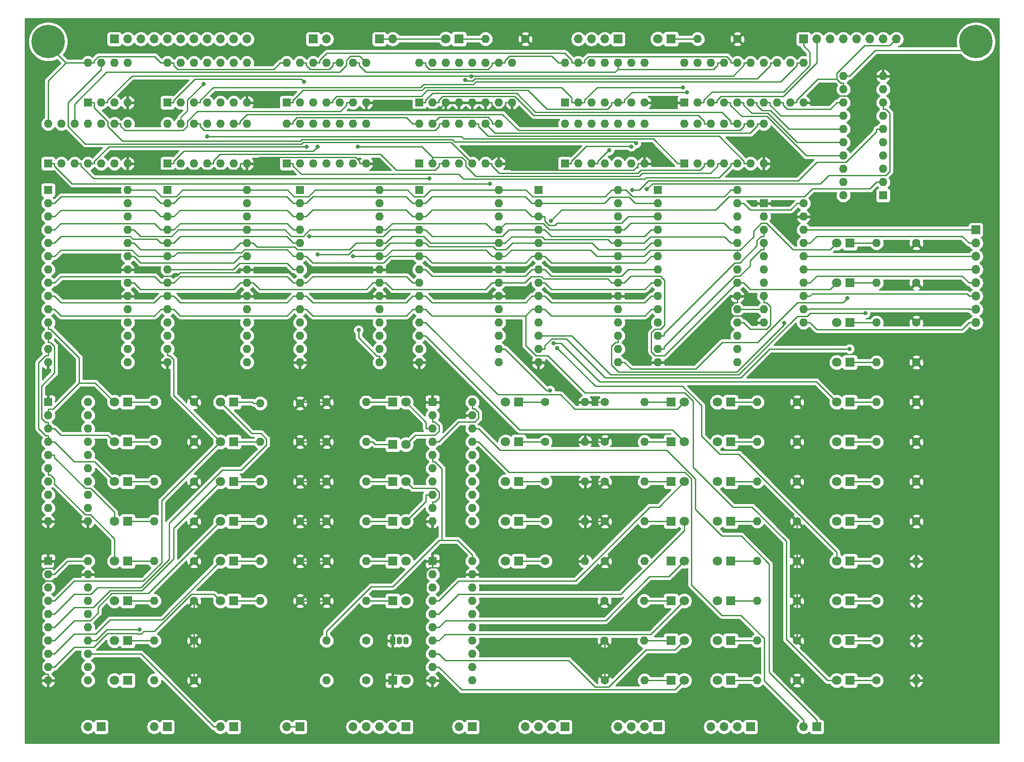
<source format=gbr>
G04 #@! TF.GenerationSoftware,KiCad,Pcbnew,(5.1.4)-1*
G04 #@! TF.CreationDate,2020-02-10T07:07:23-07:00*
G04 #@! TF.ProjectId,control_6roms_test1,636f6e74-726f-46c5-9f36-726f6d735f74,rev?*
G04 #@! TF.SameCoordinates,Original*
G04 #@! TF.FileFunction,Copper,L1,Top*
G04 #@! TF.FilePolarity,Positive*
%FSLAX46Y46*%
G04 Gerber Fmt 4.6, Leading zero omitted, Abs format (unit mm)*
G04 Created by KiCad (PCBNEW (5.1.4)-1) date 2020-02-10 07:07:23*
%MOMM*%
%LPD*%
G04 APERTURE LIST*
%ADD10C,0.800000*%
%ADD11C,6.400000*%
%ADD12O,1.600000X1.600000*%
%ADD13C,1.600000*%
%ADD14C,1.800000*%
%ADD15R,1.800000X1.800000*%
%ADD16R,1.050000X1.500000*%
%ADD17O,1.050000X1.500000*%
%ADD18R,1.600000X1.600000*%
%ADD19O,1.700000X1.700000*%
%ADD20R,1.700000X1.700000*%
%ADD21C,0.250000*%
%ADD22C,0.254000*%
G04 APERTURE END LIST*
D10*
X207437056Y-157306944D03*
X205740000Y-156604000D03*
X204042944Y-157306944D03*
X203340000Y-159004000D03*
X204042944Y-160701056D03*
X205740000Y-161404000D03*
X207437056Y-160701056D03*
X208140000Y-159004000D03*
D11*
X205740000Y-159004000D03*
D12*
X81280000Y-143764000D03*
D13*
X88900000Y-143764000D03*
D12*
X152400000Y-28448000D03*
D13*
X160020000Y-28448000D03*
D12*
X130848000Y-98044000D03*
D13*
X123228000Y-98044000D03*
D12*
X130848000Y-105664000D03*
D13*
X123228000Y-105664000D03*
D12*
X130848000Y-113284000D03*
D13*
X123228000Y-113284000D03*
D12*
X130848000Y-120904000D03*
D13*
X123228000Y-120904000D03*
D12*
X194310000Y-128524000D03*
D13*
X186690000Y-128524000D03*
D12*
X194310000Y-136144000D03*
D13*
X186690000Y-136144000D03*
D12*
X194310000Y-143764000D03*
D13*
X186690000Y-143764000D03*
D12*
X194310000Y-151384000D03*
D13*
X186690000Y-151384000D03*
D12*
X130848000Y-128524000D03*
D13*
X123228000Y-128524000D03*
D12*
X68580000Y-98274900D03*
D13*
X76200000Y-98274900D03*
D12*
X68580000Y-105664000D03*
D13*
X76200000Y-105664000D03*
D12*
X88900000Y-98044000D03*
D13*
X81280000Y-98044000D03*
D12*
X88900000Y-105664000D03*
D13*
X81280000Y-105664000D03*
D12*
X163830000Y-98044000D03*
D13*
X171450000Y-98044000D03*
D12*
X163830000Y-105664000D03*
D13*
X171450000Y-105664000D03*
D12*
X163830000Y-113284000D03*
D13*
X171450000Y-113284000D03*
D12*
X163830000Y-120904000D03*
D13*
X171450000Y-120904000D03*
D12*
X163830000Y-128524000D03*
D13*
X171450000Y-128524000D03*
D12*
X163830000Y-136144000D03*
D13*
X171450000Y-136144000D03*
D12*
X163830000Y-143764000D03*
D13*
X171450000Y-143764000D03*
D12*
X163830000Y-151384000D03*
D13*
X171450000Y-151384000D03*
D12*
X48260000Y-151384000D03*
D13*
X55880000Y-151384000D03*
D12*
X142240000Y-98044000D03*
D13*
X134620000Y-98044000D03*
D12*
X142240000Y-105664000D03*
D13*
X134620000Y-105664000D03*
D12*
X142240000Y-113284000D03*
D13*
X134620000Y-113284000D03*
D12*
X142240000Y-120904000D03*
D13*
X134620000Y-120904000D03*
D12*
X142240000Y-128524000D03*
D13*
X134620000Y-128524000D03*
D12*
X142165000Y-136144000D03*
D13*
X134545000Y-136144000D03*
D12*
X142165000Y-143764000D03*
D13*
X134545000Y-143764000D03*
D12*
X142240000Y-151384000D03*
D13*
X134620000Y-151384000D03*
D12*
X48260000Y-113284000D03*
D13*
X55880000Y-113284000D03*
D12*
X48260000Y-120904000D03*
D13*
X55880000Y-120904000D03*
D12*
X48260000Y-128524000D03*
D13*
X55880000Y-128524000D03*
D12*
X48260000Y-136144000D03*
D13*
X55880000Y-136144000D03*
D12*
X48260000Y-143764000D03*
D13*
X55880000Y-143764000D03*
D12*
X48260000Y-105664000D03*
D13*
X55880000Y-105664000D03*
D12*
X68580000Y-113284000D03*
D13*
X76200000Y-113284000D03*
D12*
X68580000Y-120904000D03*
D13*
X76200000Y-120904000D03*
D12*
X68580000Y-128524000D03*
D13*
X76200000Y-128524000D03*
D12*
X68580000Y-136144000D03*
D13*
X76200000Y-136144000D03*
D12*
X81280000Y-151384000D03*
D13*
X88900000Y-151384000D03*
D12*
X88900000Y-113284000D03*
D13*
X81280000Y-113284000D03*
D12*
X88900000Y-120904000D03*
D13*
X81280000Y-120904000D03*
D12*
X88900000Y-128524000D03*
D13*
X81280000Y-128524000D03*
D12*
X88900000Y-136144000D03*
D13*
X81280000Y-136144000D03*
D12*
X111760000Y-28448000D03*
D13*
X119380000Y-28448000D03*
D12*
X186690000Y-67564000D03*
D13*
X194310000Y-67564000D03*
D12*
X186690000Y-75184000D03*
D13*
X194310000Y-75184000D03*
D12*
X186690000Y-82804000D03*
D13*
X194310000Y-82804000D03*
D12*
X186690000Y-90424000D03*
D13*
X194310000Y-90424000D03*
D12*
X186690000Y-98044000D03*
D13*
X194310000Y-98044000D03*
D12*
X186690000Y-105664000D03*
D13*
X194310000Y-105664000D03*
D12*
X186690000Y-113284000D03*
D13*
X194310000Y-113284000D03*
D12*
X186690000Y-120904000D03*
D13*
X194310000Y-120904000D03*
D12*
X48260000Y-98044000D03*
D13*
X55880000Y-98044000D03*
D14*
X115608000Y-98044000D03*
D15*
X118148000Y-98044000D03*
D14*
X115608000Y-105664000D03*
D15*
X118148000Y-105664000D03*
D14*
X115608000Y-113284000D03*
D15*
X118148000Y-113284000D03*
D14*
X115608000Y-120904000D03*
D15*
X118148000Y-120904000D03*
D14*
X179070000Y-128524000D03*
D15*
X181610000Y-128524000D03*
D14*
X179070000Y-136144000D03*
D15*
X181610000Y-136144000D03*
D14*
X179070000Y-143764000D03*
D15*
X181610000Y-143764000D03*
D14*
X179070000Y-151384000D03*
D15*
X181610000Y-151384000D03*
D14*
X115608000Y-128524000D03*
D15*
X118148000Y-128524000D03*
D14*
X144780000Y-28448000D03*
D15*
X147320000Y-28448000D03*
D14*
X60960000Y-98044000D03*
D15*
X63500000Y-98044000D03*
D14*
X60960000Y-105664000D03*
D15*
X63500000Y-105664000D03*
D14*
X96520000Y-98044000D03*
D15*
X93980000Y-98044000D03*
D14*
X96520000Y-106172000D03*
D15*
X93980000Y-106172000D03*
D14*
X156210000Y-98044000D03*
D15*
X158750000Y-98044000D03*
D14*
X156210000Y-105664000D03*
D15*
X158750000Y-105664000D03*
D14*
X156210000Y-113284000D03*
D15*
X158750000Y-113284000D03*
D14*
X156210000Y-120904000D03*
D15*
X158750000Y-120904000D03*
D14*
X156210000Y-128524000D03*
D15*
X158750000Y-128524000D03*
D14*
X156210000Y-136144000D03*
D15*
X158750000Y-136144000D03*
D14*
X156210000Y-143764000D03*
D15*
X158750000Y-143764000D03*
D14*
X156210000Y-151384000D03*
D15*
X158750000Y-151384000D03*
D14*
X40640000Y-151384000D03*
D15*
X43180000Y-151384000D03*
D14*
X149860000Y-98044000D03*
D15*
X147320000Y-98044000D03*
D14*
X149860000Y-105664000D03*
D15*
X147320000Y-105664000D03*
D14*
X149860000Y-113284000D03*
D15*
X147320000Y-113284000D03*
D14*
X149860000Y-120904000D03*
D15*
X147320000Y-120904000D03*
D14*
X149860000Y-128524000D03*
D15*
X147320000Y-128524000D03*
D14*
X149860000Y-136144000D03*
D15*
X147320000Y-136144000D03*
D14*
X149860000Y-143764000D03*
D15*
X147320000Y-143764000D03*
D14*
X149860000Y-151384000D03*
D15*
X147320000Y-151384000D03*
D14*
X40640000Y-113284000D03*
D15*
X43180000Y-113284000D03*
D14*
X40640000Y-120904000D03*
D15*
X43180000Y-120904000D03*
D14*
X40640000Y-128524000D03*
D15*
X43180000Y-128524000D03*
D14*
X40640000Y-136144000D03*
D15*
X43180000Y-136144000D03*
D14*
X40640000Y-143764000D03*
D15*
X43180000Y-143764000D03*
D14*
X40640000Y-98044000D03*
D15*
X43180000Y-98044000D03*
D14*
X40640000Y-105664000D03*
D15*
X43180000Y-105664000D03*
D14*
X60960000Y-113284000D03*
D15*
X63500000Y-113284000D03*
D14*
X60960000Y-120904000D03*
D15*
X63500000Y-120904000D03*
D14*
X60960000Y-128524000D03*
D15*
X63500000Y-128524000D03*
D14*
X60960000Y-136144000D03*
D15*
X63500000Y-136144000D03*
D14*
X96520000Y-151384000D03*
D15*
X93980000Y-151384000D03*
D14*
X96520000Y-113284000D03*
D15*
X93980000Y-113284000D03*
D14*
X96520000Y-120904000D03*
D15*
X93980000Y-120904000D03*
D14*
X96520000Y-128524000D03*
D15*
X93980000Y-128524000D03*
D14*
X96520000Y-136144000D03*
D15*
X93980000Y-136144000D03*
D14*
X104140000Y-28448000D03*
D15*
X106680000Y-28448000D03*
D14*
X179070000Y-67564000D03*
D15*
X181610000Y-67564000D03*
D14*
X179070000Y-75184000D03*
D15*
X181610000Y-75184000D03*
D14*
X179070000Y-82804000D03*
D15*
X181610000Y-82804000D03*
D14*
X179070000Y-90424000D03*
D15*
X181610000Y-90424000D03*
D14*
X179070000Y-98044000D03*
D15*
X181610000Y-98044000D03*
D14*
X179070000Y-105664000D03*
D15*
X181610000Y-105664000D03*
D14*
X179070000Y-113284000D03*
D15*
X181610000Y-113284000D03*
D14*
X179070000Y-120904000D03*
D15*
X181610000Y-120904000D03*
D16*
X93980000Y-143764000D03*
D17*
X96520000Y-143764000D03*
X95250000Y-143764000D03*
D12*
X27940000Y-44704000D03*
X43180000Y-52324000D03*
X30480000Y-44704000D03*
X40640000Y-52324000D03*
X33020000Y-44704000D03*
X38100000Y-52324000D03*
X35560000Y-44704000D03*
X35560000Y-52324000D03*
X38100000Y-44704000D03*
X33020000Y-52324000D03*
X40640000Y-44704000D03*
X30480000Y-52324000D03*
X43180000Y-44704000D03*
D18*
X27940000Y-52324000D03*
D12*
X127000000Y-33020000D03*
X142240000Y-40640000D03*
X129540000Y-33020000D03*
X139700000Y-40640000D03*
X132080000Y-33020000D03*
X137160000Y-40640000D03*
X134620000Y-33020000D03*
X134620000Y-40640000D03*
X137160000Y-33020000D03*
X132080000Y-40640000D03*
X139700000Y-33020000D03*
X129540000Y-40640000D03*
X142240000Y-33020000D03*
D18*
X127000000Y-40640000D03*
D12*
X180340000Y-58420000D03*
X187960000Y-35560000D03*
X180340000Y-55880000D03*
X187960000Y-38100000D03*
X180340000Y-53340000D03*
X187960000Y-40640000D03*
X180340000Y-50800000D03*
X187960000Y-43180000D03*
X180340000Y-48260000D03*
X187960000Y-45720000D03*
X180340000Y-45720000D03*
X187960000Y-48260000D03*
X180340000Y-43180000D03*
X187960000Y-50800000D03*
X180340000Y-40640000D03*
X187960000Y-53340000D03*
X180340000Y-38100000D03*
X187960000Y-55880000D03*
X180340000Y-35560000D03*
D18*
X187960000Y-58420000D03*
D12*
X172720000Y-59944000D03*
X165100000Y-82804000D03*
X172720000Y-62484000D03*
X165100000Y-80264000D03*
X172720000Y-65024000D03*
X165100000Y-77724000D03*
X172720000Y-67564000D03*
X165100000Y-75184000D03*
X172720000Y-70104000D03*
X165100000Y-72644000D03*
X172720000Y-72644000D03*
X165100000Y-70104000D03*
X172720000Y-75184000D03*
X165100000Y-67564000D03*
X172720000Y-77724000D03*
X165100000Y-65024000D03*
X172720000Y-80264000D03*
X165100000Y-62484000D03*
X172720000Y-82804000D03*
D18*
X165100000Y-59944000D03*
D12*
X160020000Y-57404000D03*
X144780000Y-90424000D03*
X160020000Y-59944000D03*
X144780000Y-87884000D03*
X160020000Y-62484000D03*
X144780000Y-85344000D03*
X160020000Y-65024000D03*
X144780000Y-82804000D03*
X160020000Y-67564000D03*
X144780000Y-80264000D03*
X160020000Y-70104000D03*
X144780000Y-77724000D03*
X160020000Y-72644000D03*
X144780000Y-75184000D03*
X160020000Y-75184000D03*
X144780000Y-72644000D03*
X160020000Y-77724000D03*
X144780000Y-70104000D03*
X160020000Y-80264000D03*
X144780000Y-67564000D03*
X160020000Y-82804000D03*
X144780000Y-65024000D03*
X160020000Y-85344000D03*
X144780000Y-62484000D03*
X160020000Y-87884000D03*
X144780000Y-59944000D03*
X160020000Y-90424000D03*
D18*
X144780000Y-57404000D03*
D12*
X109220000Y-128524000D03*
X101600000Y-151384000D03*
X109220000Y-131064000D03*
X101600000Y-148844000D03*
X109220000Y-133604000D03*
X101600000Y-146304000D03*
X109220000Y-136144000D03*
X101600000Y-143764000D03*
X109220000Y-138684000D03*
X101600000Y-141224000D03*
X109220000Y-141224000D03*
X101600000Y-138684000D03*
X109220000Y-143764000D03*
X101600000Y-136144000D03*
X109220000Y-146304000D03*
X101600000Y-133604000D03*
X109220000Y-148844000D03*
X101600000Y-131064000D03*
X109220000Y-151384000D03*
D18*
X101600000Y-128524000D03*
D12*
X114300000Y-57404000D03*
X99060000Y-90424000D03*
X114300000Y-59944000D03*
X99060000Y-87884000D03*
X114300000Y-62484000D03*
X99060000Y-85344000D03*
X114300000Y-65024000D03*
X99060000Y-82804000D03*
X114300000Y-67564000D03*
X99060000Y-80264000D03*
X114300000Y-70104000D03*
X99060000Y-77724000D03*
X114300000Y-72644000D03*
X99060000Y-75184000D03*
X114300000Y-75184000D03*
X99060000Y-72644000D03*
X114300000Y-77724000D03*
X99060000Y-70104000D03*
X114300000Y-80264000D03*
X99060000Y-67564000D03*
X114300000Y-82804000D03*
X99060000Y-65024000D03*
X114300000Y-85344000D03*
X99060000Y-62484000D03*
X114300000Y-87884000D03*
X99060000Y-59944000D03*
X114300000Y-90424000D03*
D18*
X99060000Y-57404000D03*
D12*
X109220000Y-98044000D03*
X101600000Y-120904000D03*
X109220000Y-100584000D03*
X101600000Y-118364000D03*
X109220000Y-103124000D03*
X101600000Y-115824000D03*
X109220000Y-105664000D03*
X101600000Y-113284000D03*
X109220000Y-108204000D03*
X101600000Y-110744000D03*
X109220000Y-110744000D03*
X101600000Y-108204000D03*
X109220000Y-113284000D03*
X101600000Y-105664000D03*
X109220000Y-115824000D03*
X101600000Y-103124000D03*
X109220000Y-118364000D03*
X101600000Y-100584000D03*
X109220000Y-120904000D03*
D18*
X101600000Y-98044000D03*
D12*
X91440000Y-57404000D03*
X76200000Y-90424000D03*
X91440000Y-59944000D03*
X76200000Y-87884000D03*
X91440000Y-62484000D03*
X76200000Y-85344000D03*
X91440000Y-65024000D03*
X76200000Y-82804000D03*
X91440000Y-67564000D03*
X76200000Y-80264000D03*
X91440000Y-70104000D03*
X76200000Y-77724000D03*
X91440000Y-72644000D03*
X76200000Y-75184000D03*
X91440000Y-75184000D03*
X76200000Y-72644000D03*
X91440000Y-77724000D03*
X76200000Y-70104000D03*
X91440000Y-80264000D03*
X76200000Y-67564000D03*
X91440000Y-82804000D03*
X76200000Y-65024000D03*
X91440000Y-85344000D03*
X76200000Y-62484000D03*
X91440000Y-87884000D03*
X76200000Y-59944000D03*
X91440000Y-90424000D03*
D18*
X76200000Y-57404000D03*
D12*
X35560000Y-128524000D03*
X27940000Y-151384000D03*
X35560000Y-131064000D03*
X27940000Y-148844000D03*
X35560000Y-133604000D03*
X27940000Y-146304000D03*
X35560000Y-136144000D03*
X27940000Y-143764000D03*
X35560000Y-138684000D03*
X27940000Y-141224000D03*
X35560000Y-141224000D03*
X27940000Y-138684000D03*
X35560000Y-143764000D03*
X27940000Y-136144000D03*
X35560000Y-146304000D03*
X27940000Y-133604000D03*
X35560000Y-148844000D03*
X27940000Y-131064000D03*
X35560000Y-151384000D03*
D18*
X27940000Y-128524000D03*
D12*
X66040000Y-57404000D03*
X50800000Y-90424000D03*
X66040000Y-59944000D03*
X50800000Y-87884000D03*
X66040000Y-62484000D03*
X50800000Y-85344000D03*
X66040000Y-65024000D03*
X50800000Y-82804000D03*
X66040000Y-67564000D03*
X50800000Y-80264000D03*
X66040000Y-70104000D03*
X50800000Y-77724000D03*
X66040000Y-72644000D03*
X50800000Y-75184000D03*
X66040000Y-75184000D03*
X50800000Y-72644000D03*
X66040000Y-77724000D03*
X50800000Y-70104000D03*
X66040000Y-80264000D03*
X50800000Y-67564000D03*
X66040000Y-82804000D03*
X50800000Y-65024000D03*
X66040000Y-85344000D03*
X50800000Y-62484000D03*
X66040000Y-87884000D03*
X50800000Y-59944000D03*
X66040000Y-90424000D03*
D18*
X50800000Y-57404000D03*
D12*
X137160000Y-57404000D03*
X121920000Y-90424000D03*
X137160000Y-59944000D03*
X121920000Y-87884000D03*
X137160000Y-62484000D03*
X121920000Y-85344000D03*
X137160000Y-65024000D03*
X121920000Y-82804000D03*
X137160000Y-67564000D03*
X121920000Y-80264000D03*
X137160000Y-70104000D03*
X121920000Y-77724000D03*
X137160000Y-72644000D03*
X121920000Y-75184000D03*
X137160000Y-75184000D03*
X121920000Y-72644000D03*
X137160000Y-77724000D03*
X121920000Y-70104000D03*
X137160000Y-80264000D03*
X121920000Y-67564000D03*
X137160000Y-82804000D03*
X121920000Y-65024000D03*
X137160000Y-85344000D03*
X121920000Y-62484000D03*
X137160000Y-87884000D03*
X121920000Y-59944000D03*
X137160000Y-90424000D03*
D18*
X121920000Y-57404000D03*
D12*
X35560000Y-98044000D03*
X27940000Y-120904000D03*
X35560000Y-100584000D03*
X27940000Y-118364000D03*
X35560000Y-103124000D03*
X27940000Y-115824000D03*
X35560000Y-105664000D03*
X27940000Y-113284000D03*
X35560000Y-108204000D03*
X27940000Y-110744000D03*
X35560000Y-110744000D03*
X27940000Y-108204000D03*
X35560000Y-113284000D03*
X27940000Y-105664000D03*
X35560000Y-115824000D03*
X27940000Y-103124000D03*
X35560000Y-118364000D03*
X27940000Y-100584000D03*
X35560000Y-120904000D03*
D18*
X27940000Y-98044000D03*
D12*
X43180000Y-57404000D03*
X27940000Y-90424000D03*
X43180000Y-59944000D03*
X27940000Y-87884000D03*
X43180000Y-62484000D03*
X27940000Y-85344000D03*
X43180000Y-65024000D03*
X27940000Y-82804000D03*
X43180000Y-67564000D03*
X27940000Y-80264000D03*
X43180000Y-70104000D03*
X27940000Y-77724000D03*
X43180000Y-72644000D03*
X27940000Y-75184000D03*
X43180000Y-75184000D03*
X27940000Y-72644000D03*
X43180000Y-77724000D03*
X27940000Y-70104000D03*
X43180000Y-80264000D03*
X27940000Y-67564000D03*
X43180000Y-82804000D03*
X27940000Y-65024000D03*
X43180000Y-85344000D03*
X27940000Y-62484000D03*
X43180000Y-87884000D03*
X27940000Y-59944000D03*
X43180000Y-90424000D03*
D18*
X27940000Y-57404000D03*
D12*
X35560000Y-33020000D03*
X43180000Y-40640000D03*
X38100000Y-33020000D03*
X40640000Y-40640000D03*
X40640000Y-33020000D03*
X38100000Y-40640000D03*
X43180000Y-33020000D03*
D18*
X35560000Y-40640000D03*
D12*
X99060000Y-33020000D03*
X116840000Y-40640000D03*
X101600000Y-33020000D03*
X114300000Y-40640000D03*
X104140000Y-33020000D03*
X111760000Y-40640000D03*
X106680000Y-33020000D03*
X109220000Y-40640000D03*
X109220000Y-33020000D03*
X106680000Y-40640000D03*
X111760000Y-33020000D03*
X104140000Y-40640000D03*
X114300000Y-33020000D03*
X101600000Y-40640000D03*
X116840000Y-33020000D03*
D18*
X99060000Y-40640000D03*
D12*
X149860000Y-33020000D03*
X172720000Y-40640000D03*
X152400000Y-33020000D03*
X170180000Y-40640000D03*
X154940000Y-33020000D03*
X167640000Y-40640000D03*
X157480000Y-33020000D03*
X165100000Y-40640000D03*
X160020000Y-33020000D03*
X162560000Y-40640000D03*
X162560000Y-33020000D03*
X160020000Y-40640000D03*
X165100000Y-33020000D03*
X157480000Y-40640000D03*
X167640000Y-33020000D03*
X154940000Y-40640000D03*
X170180000Y-33020000D03*
X152400000Y-40640000D03*
X172720000Y-33020000D03*
D18*
X149860000Y-40640000D03*
D12*
X73660000Y-44704000D03*
X88900000Y-52324000D03*
X76200000Y-44704000D03*
X86360000Y-52324000D03*
X78740000Y-44704000D03*
X83820000Y-52324000D03*
X81280000Y-44704000D03*
X81280000Y-52324000D03*
X83820000Y-44704000D03*
X78740000Y-52324000D03*
X86360000Y-44704000D03*
X76200000Y-52324000D03*
X88900000Y-44704000D03*
D18*
X73660000Y-52324000D03*
D12*
X50800000Y-44704000D03*
X66040000Y-52324000D03*
X53340000Y-44704000D03*
X63500000Y-52324000D03*
X55880000Y-44704000D03*
X60960000Y-52324000D03*
X58420000Y-44704000D03*
X58420000Y-52324000D03*
X60960000Y-44704000D03*
X55880000Y-52324000D03*
X63500000Y-44704000D03*
X53340000Y-52324000D03*
X66040000Y-44704000D03*
D18*
X50800000Y-52324000D03*
D12*
X127000000Y-44704000D03*
X142240000Y-52324000D03*
X129540000Y-44704000D03*
X139700000Y-52324000D03*
X132080000Y-44704000D03*
X137160000Y-52324000D03*
X134620000Y-44704000D03*
X134620000Y-52324000D03*
X137160000Y-44704000D03*
X132080000Y-52324000D03*
X139700000Y-44704000D03*
X129540000Y-52324000D03*
X142240000Y-44704000D03*
D18*
X127000000Y-52324000D03*
D12*
X50800000Y-33020000D03*
X66040000Y-40640000D03*
X53340000Y-33020000D03*
X63500000Y-40640000D03*
X55880000Y-33020000D03*
X60960000Y-40640000D03*
X58420000Y-33020000D03*
X58420000Y-40640000D03*
X60960000Y-33020000D03*
X55880000Y-40640000D03*
X63500000Y-33020000D03*
X53340000Y-40640000D03*
X66040000Y-33020000D03*
D18*
X50800000Y-40640000D03*
D12*
X99060000Y-44704000D03*
X114300000Y-52324000D03*
X101600000Y-44704000D03*
X111760000Y-52324000D03*
X104140000Y-44704000D03*
X109220000Y-52324000D03*
X106680000Y-44704000D03*
X106680000Y-52324000D03*
X109220000Y-44704000D03*
X104140000Y-52324000D03*
X111760000Y-44704000D03*
X101600000Y-52324000D03*
X114300000Y-44704000D03*
D18*
X99060000Y-52324000D03*
D12*
X73660000Y-33020000D03*
X88900000Y-40640000D03*
X76200000Y-33020000D03*
X86360000Y-40640000D03*
X78740000Y-33020000D03*
X83820000Y-40640000D03*
X81280000Y-33020000D03*
X81280000Y-40640000D03*
X83820000Y-33020000D03*
X78740000Y-40640000D03*
X86360000Y-33020000D03*
X76200000Y-40640000D03*
X88900000Y-33020000D03*
D18*
X73660000Y-40640000D03*
D12*
X149860000Y-44704000D03*
X165100000Y-52324000D03*
X152400000Y-44704000D03*
X162560000Y-52324000D03*
X154940000Y-44704000D03*
X160020000Y-52324000D03*
X157480000Y-44704000D03*
X157480000Y-52324000D03*
X160020000Y-44704000D03*
X154940000Y-52324000D03*
X162560000Y-44704000D03*
X152400000Y-52324000D03*
X165100000Y-44704000D03*
D18*
X149860000Y-52324000D03*
D19*
X66040000Y-28448000D03*
X63500000Y-28448000D03*
X60960000Y-28448000D03*
X58420000Y-28448000D03*
X55880000Y-28448000D03*
X53340000Y-28448000D03*
X50800000Y-28448000D03*
X48260000Y-28448000D03*
X45720000Y-28448000D03*
X43180000Y-28448000D03*
D20*
X40640000Y-28448000D03*
D19*
X129540000Y-28448000D03*
X132080000Y-28448000D03*
X134620000Y-28448000D03*
D20*
X137160000Y-28448000D03*
D19*
X205740000Y-82804000D03*
X205740000Y-80264000D03*
X205740000Y-77724000D03*
X205740000Y-75184000D03*
X205740000Y-72644000D03*
X205740000Y-70104000D03*
X205740000Y-67564000D03*
D20*
X205740000Y-65024000D03*
D19*
X35560000Y-160274000D03*
D20*
X38100000Y-160274000D03*
D19*
X172720000Y-160274000D03*
D20*
X175260000Y-160274000D03*
D19*
X93980000Y-28448000D03*
D20*
X91440000Y-28448000D03*
D19*
X73660000Y-160274000D03*
D20*
X76200000Y-160274000D03*
D19*
X190500000Y-28448000D03*
X187960000Y-28448000D03*
X185420000Y-28448000D03*
X182880000Y-28448000D03*
X180340000Y-28448000D03*
X177800000Y-28448000D03*
X175260000Y-28448000D03*
D20*
X172720000Y-28448000D03*
D19*
X106680000Y-160274000D03*
D20*
X109220000Y-160274000D03*
D19*
X60960000Y-160274000D03*
D20*
X63500000Y-160274000D03*
D19*
X48260000Y-160274000D03*
D20*
X50800000Y-160274000D03*
D19*
X86360000Y-160274000D03*
X88900000Y-160274000D03*
X91440000Y-160274000D03*
X93980000Y-160274000D03*
D20*
X96520000Y-160274000D03*
D19*
X154940000Y-160274000D03*
X157480000Y-160274000D03*
X160020000Y-160274000D03*
D20*
X162560000Y-160274000D03*
D19*
X119380000Y-160274000D03*
X121920000Y-160274000D03*
X124460000Y-160274000D03*
D20*
X127000000Y-160274000D03*
D19*
X137160000Y-160274000D03*
X139700000Y-160274000D03*
X142240000Y-160274000D03*
D20*
X144780000Y-160274000D03*
D10*
X29637056Y-157306944D03*
X27940000Y-156604000D03*
X26242944Y-157306944D03*
X25540000Y-159004000D03*
X26242944Y-160701056D03*
X27940000Y-161404000D03*
X29637056Y-160701056D03*
X30340000Y-159004000D03*
D11*
X27940000Y-159004000D03*
D10*
X29637056Y-27258944D03*
X27940000Y-26556000D03*
X26242944Y-27258944D03*
X25540000Y-28956000D03*
X26242944Y-30653056D03*
X27940000Y-31356000D03*
X29637056Y-30653056D03*
X30340000Y-28956000D03*
D11*
X27940000Y-28956000D03*
D10*
X207437056Y-27258944D03*
X205740000Y-26556000D03*
X204042944Y-27258944D03*
X203340000Y-28956000D03*
X204042944Y-30653056D03*
X205740000Y-31356000D03*
X207437056Y-30653056D03*
X208140000Y-28956000D03*
D11*
X205740000Y-28956000D03*
D20*
X78740000Y-28448000D03*
D19*
X81280000Y-28448000D03*
D10*
X124131200Y-95799100D03*
X87328500Y-49086800D03*
X112601800Y-56178700D03*
X125504300Y-87687400D03*
X45444800Y-141656800D03*
X76934800Y-36611400D03*
X57730900Y-37040600D03*
X58398700Y-47111700D03*
X139703300Y-49067500D03*
X150361800Y-38641500D03*
X149632800Y-37707500D03*
X79600000Y-49086800D03*
X77483600Y-49086800D03*
X107833500Y-36340400D03*
X109022300Y-35622500D03*
X135508100Y-49804100D03*
X140647000Y-48453700D03*
X78018300Y-66254400D03*
X101035300Y-55186200D03*
X79606500Y-69746000D03*
X124827100Y-86733600D03*
X87440000Y-84227800D03*
X86397500Y-70050200D03*
X181520000Y-87851000D03*
X184567500Y-81011000D03*
X124296100Y-63290300D03*
X142712600Y-57235200D03*
X169034400Y-82832900D03*
X139879100Y-57404000D03*
X181149600Y-78113200D03*
D21*
X181610000Y-120904000D02*
X186690000Y-120904000D01*
X181610000Y-113284000D02*
X186690000Y-113284000D01*
X181610000Y-105664000D02*
X186690000Y-105664000D01*
X181610000Y-98044000D02*
X186690000Y-98044000D01*
X181610000Y-90424000D02*
X186690000Y-90424000D01*
X181610000Y-82804000D02*
X186690000Y-82804000D01*
X181610000Y-75184000D02*
X186690000Y-75184000D01*
X181610000Y-67564000D02*
X186690000Y-67564000D01*
X93980000Y-28448000D02*
X104140000Y-28448000D01*
X91440000Y-28448000D02*
X93980000Y-28448000D01*
X106680000Y-28448000D02*
X111760000Y-28448000D01*
X93980000Y-136144000D02*
X88900000Y-136144000D01*
X93980000Y-128524000D02*
X88900000Y-128524000D01*
X101600000Y-115824000D02*
X100374700Y-115824000D01*
X100374700Y-115824000D02*
X100374700Y-117049300D01*
X100374700Y-117049300D02*
X96520000Y-120904000D01*
X93980000Y-120904000D02*
X88900000Y-120904000D01*
X101600000Y-118364000D02*
X101600000Y-117138700D01*
X96520000Y-113284000D02*
X97790000Y-114554000D01*
X97790000Y-114554000D02*
X102082200Y-114554000D01*
X102082200Y-114554000D02*
X102841700Y-115313500D01*
X102841700Y-115313500D02*
X102841700Y-116404800D01*
X102841700Y-116404800D02*
X102107800Y-117138700D01*
X102107800Y-117138700D02*
X101600000Y-117138700D01*
X93980000Y-113284000D02*
X88900000Y-113284000D01*
X29165300Y-148844000D02*
X32975300Y-145034000D01*
X32975300Y-145034000D02*
X36637100Y-145034000D01*
X36637100Y-145034000D02*
X39257800Y-142413300D01*
X39257800Y-142413300D02*
X45034200Y-142413300D01*
X45034200Y-142413300D02*
X45103000Y-142482100D01*
X45103000Y-142482100D02*
X45786700Y-142482100D01*
X45786700Y-142482100D02*
X46275400Y-141993400D01*
X46275400Y-141993400D02*
X46275400Y-141993300D01*
X46275400Y-141993300D02*
X48297700Y-141993300D01*
X48297700Y-141993300D02*
X55399500Y-134891500D01*
X55399500Y-134891500D02*
X59707500Y-134891500D01*
X59707500Y-134891500D02*
X60960000Y-136144000D01*
X27940000Y-148844000D02*
X29165300Y-148844000D01*
X63500000Y-136144000D02*
X68580000Y-136144000D01*
X27940000Y-146304000D02*
X29165300Y-146304000D01*
X60960000Y-128524000D02*
X49757800Y-139726200D01*
X49757800Y-139726200D02*
X39837800Y-139726200D01*
X39837800Y-139726200D02*
X37070000Y-142494000D01*
X37070000Y-142494000D02*
X32975300Y-142494000D01*
X32975300Y-142494000D02*
X29165300Y-146304000D01*
X63500000Y-128524000D02*
X68580000Y-128524000D01*
X27940000Y-143764000D02*
X29165300Y-143764000D01*
X60960000Y-120904000D02*
X47154300Y-134709700D01*
X47154300Y-134709700D02*
X40178400Y-134709700D01*
X40178400Y-134709700D02*
X37530300Y-137357800D01*
X37530300Y-137357800D02*
X37530300Y-138455300D01*
X37530300Y-138455300D02*
X36031600Y-139954000D01*
X36031600Y-139954000D02*
X32975300Y-139954000D01*
X32975300Y-139954000D02*
X29165300Y-143764000D01*
X63500000Y-120904000D02*
X68580000Y-120904000D01*
X27940000Y-141224000D02*
X29165300Y-141224000D01*
X60960000Y-113284000D02*
X51977000Y-122267000D01*
X51977000Y-122267000D02*
X51977000Y-128096700D01*
X51977000Y-128096700D02*
X45914400Y-134159300D01*
X45914400Y-134159300D02*
X39832200Y-134159300D01*
X39832200Y-134159300D02*
X36577500Y-137414000D01*
X36577500Y-137414000D02*
X32975300Y-137414000D01*
X32975300Y-137414000D02*
X29165300Y-141224000D01*
X63500000Y-113284000D02*
X68580000Y-113284000D01*
X27940000Y-103124000D02*
X27940000Y-101898700D01*
X27940000Y-85344000D02*
X27940000Y-86569300D01*
X27940000Y-86569300D02*
X28399500Y-86569300D01*
X28399500Y-86569300D02*
X29169100Y-87338900D01*
X29169100Y-87338900D02*
X29169100Y-92455500D01*
X29169100Y-92455500D02*
X26672400Y-94952200D01*
X26672400Y-94952200D02*
X26672400Y-101138900D01*
X26672400Y-101138900D02*
X27432200Y-101898700D01*
X27432200Y-101898700D02*
X27940000Y-101898700D01*
X27940000Y-103124000D02*
X29165300Y-103124000D01*
X29165300Y-103124000D02*
X30390600Y-104349300D01*
X30390600Y-104349300D02*
X39325300Y-104349300D01*
X39325300Y-104349300D02*
X40640000Y-105664000D01*
X43180000Y-105664000D02*
X48260000Y-105664000D01*
X33900900Y-94354000D02*
X28896200Y-99358700D01*
X28896200Y-99358700D02*
X27940000Y-99358700D01*
X27940000Y-84029300D02*
X28399500Y-84029300D01*
X28399500Y-84029300D02*
X33900900Y-89530700D01*
X33900900Y-89530700D02*
X33900900Y-94354000D01*
X33900900Y-94354000D02*
X36950000Y-94354000D01*
X36950000Y-94354000D02*
X40640000Y-98044000D01*
X27940000Y-100584000D02*
X27940000Y-99358700D01*
X27940000Y-82804000D02*
X27940000Y-84029300D01*
X43180000Y-98044000D02*
X48260000Y-98044000D01*
X43180000Y-143764000D02*
X48260000Y-143764000D01*
X43180000Y-136144000D02*
X48260000Y-136144000D01*
X27940000Y-110744000D02*
X27940000Y-111969300D01*
X27940000Y-111969300D02*
X28399600Y-111969300D01*
X28399600Y-111969300D02*
X29165300Y-112735000D01*
X29165300Y-112735000D02*
X29165300Y-113754000D01*
X29165300Y-113754000D02*
X35045300Y-119634000D01*
X35045300Y-119634000D02*
X36038800Y-119634000D01*
X36038800Y-119634000D02*
X40640000Y-124235200D01*
X40640000Y-124235200D02*
X40640000Y-128524000D01*
X43180000Y-128524000D02*
X48260000Y-128524000D01*
X27940000Y-108204000D02*
X29165300Y-108204000D01*
X29165300Y-108204000D02*
X29165300Y-108663500D01*
X29165300Y-108663500D02*
X35055800Y-114554000D01*
X35055800Y-114554000D02*
X36043800Y-114554000D01*
X36043800Y-114554000D02*
X40640000Y-119150200D01*
X40640000Y-119150200D02*
X40640000Y-120904000D01*
X43180000Y-120904000D02*
X48260000Y-120904000D01*
X27940000Y-105664000D02*
X27940000Y-104438700D01*
X27940000Y-87884000D02*
X27940000Y-89109300D01*
X27940000Y-89109300D02*
X27480500Y-89109300D01*
X27480500Y-89109300D02*
X26122000Y-90467800D01*
X26122000Y-90467800D02*
X26122000Y-103128500D01*
X26122000Y-103128500D02*
X27432200Y-104438700D01*
X27432200Y-104438700D02*
X27940000Y-104438700D01*
X27940000Y-105664000D02*
X29165300Y-105664000D01*
X29165300Y-105664000D02*
X32975300Y-109474000D01*
X32975300Y-109474000D02*
X36830000Y-109474000D01*
X36830000Y-109474000D02*
X40640000Y-113284000D01*
X43180000Y-113284000D02*
X48260000Y-113284000D01*
X101600000Y-148844000D02*
X102825300Y-148844000D01*
X102825300Y-148844000D02*
X107162000Y-153180700D01*
X107162000Y-153180700D02*
X148063300Y-153180700D01*
X148063300Y-153180700D02*
X149860000Y-151384000D01*
X147320000Y-151384000D02*
X142240000Y-151384000D01*
X101600000Y-146304000D02*
X102825300Y-146304000D01*
X102825300Y-146304000D02*
X104050600Y-147529300D01*
X104050600Y-147529300D02*
X127654100Y-147529300D01*
X127654100Y-147529300D02*
X132751800Y-152627000D01*
X132751800Y-152627000D02*
X135432600Y-152627000D01*
X135432600Y-152627000D02*
X142528400Y-145531200D01*
X142528400Y-145531200D02*
X148092800Y-145531200D01*
X148092800Y-145531200D02*
X149860000Y-143764000D01*
X147320000Y-143764000D02*
X142165000Y-143764000D01*
X101600000Y-143764000D02*
X102825300Y-143764000D01*
X102825300Y-143764000D02*
X104050600Y-142538700D01*
X104050600Y-142538700D02*
X143465300Y-142538700D01*
X143465300Y-142538700D02*
X149860000Y-136144000D01*
X147320000Y-136144000D02*
X142165000Y-136144000D01*
X101600000Y-141224000D02*
X102825300Y-141224000D01*
X149860000Y-128524000D02*
X146878200Y-131505800D01*
X146878200Y-131505800D02*
X143171600Y-131505800D01*
X143171600Y-131505800D02*
X134768000Y-139909400D01*
X134768000Y-139909400D02*
X104139900Y-139909400D01*
X104139900Y-139909400D02*
X102825300Y-141224000D01*
X114300000Y-87884000D02*
X115525300Y-87884000D01*
X115525300Y-87884000D02*
X123440400Y-95799100D01*
X123440400Y-95799100D02*
X124131200Y-95799100D01*
X101600000Y-138684000D02*
X102825300Y-138684000D01*
X102825300Y-138684000D02*
X106635300Y-134874000D01*
X106635300Y-134874000D02*
X137657200Y-134874000D01*
X137657200Y-134874000D02*
X149860000Y-122671200D01*
X149860000Y-122671200D02*
X149860000Y-120904000D01*
X147320000Y-120904000D02*
X142240000Y-120904000D01*
X101600000Y-136144000D02*
X102825300Y-136144000D01*
X149860000Y-113284000D02*
X145003000Y-118141000D01*
X145003000Y-118141000D02*
X143239900Y-118141000D01*
X143239900Y-118141000D02*
X129046900Y-132334000D01*
X129046900Y-132334000D02*
X106635300Y-132334000D01*
X106635300Y-132334000D02*
X102825300Y-136144000D01*
X147320000Y-113284000D02*
X142240000Y-113284000D01*
X149860000Y-105664000D02*
X147542500Y-103346500D01*
X147542500Y-103346500D02*
X118287800Y-103346500D01*
X118287800Y-103346500D02*
X100285300Y-85344000D01*
X99060000Y-85344000D02*
X100285300Y-85344000D01*
X147320000Y-105664000D02*
X142240000Y-105664000D01*
X99060000Y-82804000D02*
X100285300Y-82804000D01*
X100285300Y-82804000D02*
X114105800Y-96624500D01*
X114105800Y-96624500D02*
X126124000Y-96624500D01*
X126124000Y-96624500D02*
X128868900Y-99369400D01*
X128868900Y-99369400D02*
X148534600Y-99369400D01*
X148534600Y-99369400D02*
X149860000Y-98044000D01*
X147320000Y-98044000D02*
X142240000Y-98044000D01*
X158750000Y-151384000D02*
X163830000Y-151384000D01*
X165100000Y-65024000D02*
X165100000Y-66249300D01*
X144780000Y-85344000D02*
X146005300Y-85344000D01*
X146005300Y-85344000D02*
X146005300Y-84888200D01*
X146005300Y-84888200D02*
X159535800Y-71357700D01*
X159535800Y-71357700D02*
X160523800Y-71357700D01*
X160523800Y-71357700D02*
X163785400Y-68096100D01*
X163785400Y-68096100D02*
X163785400Y-67056100D01*
X163785400Y-67056100D02*
X164592200Y-66249300D01*
X164592200Y-66249300D02*
X165100000Y-66249300D01*
X158750000Y-143764000D02*
X163830000Y-143764000D01*
X165100000Y-67564000D02*
X165100000Y-68789300D01*
X144780000Y-87884000D02*
X146005300Y-87884000D01*
X146005300Y-87884000D02*
X146005300Y-87424500D01*
X146005300Y-87424500D02*
X159515800Y-73914000D01*
X159515800Y-73914000D02*
X160483300Y-73914000D01*
X160483300Y-73914000D02*
X162485300Y-71912000D01*
X162485300Y-71912000D02*
X162485300Y-70896200D01*
X162485300Y-70896200D02*
X164592200Y-68789300D01*
X164592200Y-68789300D02*
X165100000Y-68789300D01*
X158750000Y-136144000D02*
X163830000Y-136144000D01*
X158750000Y-128524000D02*
X163830000Y-128524000D01*
X158750000Y-120904000D02*
X163830000Y-120904000D01*
X158750000Y-113284000D02*
X163830000Y-113284000D01*
X165100000Y-77724000D02*
X165100000Y-78949300D01*
X160020000Y-82804000D02*
X161245300Y-82804000D01*
X161245300Y-82804000D02*
X162475400Y-84034100D01*
X162475400Y-84034100D02*
X165658600Y-84034100D01*
X165658600Y-84034100D02*
X166414600Y-83278100D01*
X166414600Y-83278100D02*
X166414600Y-79756100D01*
X166414600Y-79756100D02*
X165607800Y-78949300D01*
X165607800Y-78949300D02*
X165100000Y-78949300D01*
X158750000Y-105664000D02*
X163830000Y-105664000D01*
X160020000Y-80264000D02*
X165100000Y-80264000D01*
X158750000Y-98044000D02*
X163830000Y-98044000D01*
X101600000Y-100584000D02*
X101600000Y-101809300D01*
X101600000Y-101809300D02*
X102059500Y-101809300D01*
X102059500Y-101809300D02*
X102858900Y-102608700D01*
X102858900Y-102608700D02*
X102858900Y-103598500D01*
X102858900Y-103598500D02*
X102063400Y-104394000D01*
X102063400Y-104394000D02*
X98298000Y-104394000D01*
X98298000Y-104394000D02*
X96520000Y-106172000D01*
X88900000Y-105664000D02*
X90125300Y-105664000D01*
X93980000Y-106172000D02*
X90633300Y-106172000D01*
X90633300Y-106172000D02*
X90125300Y-105664000D01*
X101600000Y-103124000D02*
X100374700Y-103124000D01*
X96520000Y-98044000D02*
X100374700Y-101898700D01*
X100374700Y-101898700D02*
X100374700Y-103124000D01*
X93980000Y-98044000D02*
X88900000Y-98044000D01*
X60960000Y-105664000D02*
X49688900Y-116935100D01*
X49688900Y-116935100D02*
X49688900Y-128828100D01*
X49688900Y-128828100D02*
X46183000Y-132334000D01*
X46183000Y-132334000D02*
X32975300Y-132334000D01*
X32975300Y-132334000D02*
X29165300Y-136144000D01*
X27940000Y-136144000D02*
X29165300Y-136144000D01*
X50800000Y-89109300D02*
X51259600Y-89109300D01*
X51259600Y-89109300D02*
X52025300Y-89875000D01*
X52025300Y-89875000D02*
X52025300Y-96729300D01*
X52025300Y-96729300D02*
X60960000Y-105664000D01*
X50800000Y-87884000D02*
X50800000Y-89109300D01*
X63500000Y-105664000D02*
X68580000Y-105664000D01*
X60960000Y-98044000D02*
X66950800Y-104034800D01*
X66950800Y-104034800D02*
X68722200Y-104034800D01*
X68722200Y-104034800D02*
X69812600Y-105125200D01*
X69812600Y-105125200D02*
X69812600Y-106214700D01*
X69812600Y-106214700D02*
X64949700Y-111077600D01*
X64949700Y-111077600D02*
X61283200Y-111077600D01*
X61283200Y-111077600D02*
X51151600Y-121209200D01*
X51151600Y-121209200D02*
X51151600Y-128143700D01*
X51151600Y-128143700D02*
X45686400Y-133608900D01*
X45686400Y-133608900D02*
X37455300Y-133608900D01*
X37455300Y-133608900D02*
X36190200Y-134874000D01*
X36190200Y-134874000D02*
X32975300Y-134874000D01*
X32975300Y-134874000D02*
X29165300Y-138684000D01*
X27940000Y-138684000D02*
X29165300Y-138684000D01*
X68580000Y-98274900D02*
X67354700Y-98274900D01*
X63500000Y-98044000D02*
X67123800Y-98044000D01*
X67123800Y-98044000D02*
X67354700Y-98274900D01*
X156254700Y-52324000D02*
X156254700Y-52783500D01*
X156254700Y-52783500D02*
X154910900Y-54127300D01*
X154910900Y-54127300D02*
X141819000Y-54127300D01*
X141819000Y-54127300D02*
X141194800Y-54751500D01*
X141194800Y-54751500D02*
X109911200Y-54751500D01*
X109911200Y-54751500D02*
X107950000Y-52790300D01*
X107950000Y-52790300D02*
X107950000Y-51838700D01*
X107950000Y-51838700D02*
X107210000Y-51098700D01*
X107210000Y-51098700D02*
X101600000Y-51098700D01*
X87328500Y-49086800D02*
X99588100Y-49086800D01*
X99588100Y-49086800D02*
X101600000Y-51098700D01*
X101600000Y-52324000D02*
X101600000Y-51098700D01*
X157480000Y-52324000D02*
X156254700Y-52324000D01*
X76200000Y-33020000D02*
X77425300Y-33020000D01*
X83820000Y-33020000D02*
X82594700Y-33020000D01*
X82594700Y-33020000D02*
X82594700Y-33479600D01*
X82594700Y-33479600D02*
X81829000Y-34245300D01*
X81829000Y-34245300D02*
X78142800Y-34245300D01*
X78142800Y-34245300D02*
X77425300Y-33527800D01*
X77425300Y-33527800D02*
X77425300Y-33020000D01*
X118148000Y-128524000D02*
X123228000Y-128524000D01*
X179070000Y-151384000D02*
X177314000Y-151384000D01*
X177314000Y-151384000D02*
X169435200Y-143505200D01*
X169435200Y-143505200D02*
X169435200Y-124719200D01*
X169435200Y-124719200D02*
X162857000Y-118141000D01*
X162857000Y-118141000D02*
X159192800Y-118141000D01*
X159192800Y-118141000D02*
X151598800Y-110547000D01*
X151598800Y-110547000D02*
X151598800Y-97893500D01*
X151598800Y-97893500D02*
X149982500Y-96277200D01*
X149982500Y-96277200D02*
X130818900Y-96277200D01*
X130818900Y-96277200D02*
X123695700Y-89154000D01*
X123695700Y-89154000D02*
X121391600Y-89154000D01*
X121391600Y-89154000D02*
X119469300Y-87231700D01*
X119469300Y-87231700D02*
X119469300Y-81489400D01*
X119469300Y-81489400D02*
X120694700Y-80264000D01*
X100285300Y-80264000D02*
X101510700Y-81489400D01*
X101510700Y-81489400D02*
X119469300Y-81489400D01*
X121920000Y-80264000D02*
X120694700Y-80264000D01*
X99060000Y-80264000D02*
X100285300Y-80264000D01*
X98851100Y-80264000D02*
X99060000Y-80264000D01*
X98851100Y-80264000D02*
X97834700Y-80264000D01*
X143554700Y-80264000D02*
X142322300Y-81496400D01*
X142322300Y-81496400D02*
X124377700Y-81496400D01*
X124377700Y-81496400D02*
X123145300Y-80264000D01*
X76200000Y-80264000D02*
X77425300Y-80264000D01*
X97834700Y-80264000D02*
X96602300Y-81496400D01*
X96602300Y-81496400D02*
X78657700Y-81496400D01*
X78657700Y-81496400D02*
X77425300Y-80264000D01*
X27940000Y-80264000D02*
X29165300Y-80264000D01*
X50800000Y-80264000D02*
X49574700Y-80264000D01*
X49574700Y-80264000D02*
X48342300Y-81496400D01*
X48342300Y-81496400D02*
X30397700Y-81496400D01*
X30397700Y-81496400D02*
X29165300Y-80264000D01*
X51412700Y-80264000D02*
X50800000Y-80264000D01*
X51412700Y-80264000D02*
X52025300Y-80264000D01*
X76200000Y-80264000D02*
X74974700Y-80264000D01*
X74974700Y-80264000D02*
X73742300Y-81496400D01*
X73742300Y-81496400D02*
X53257700Y-81496400D01*
X53257700Y-81496400D02*
X52025300Y-80264000D01*
X144780000Y-80264000D02*
X143554700Y-80264000D01*
X121920000Y-80264000D02*
X123145300Y-80264000D01*
X181610000Y-151384000D02*
X186690000Y-151384000D01*
X121920000Y-77724000D02*
X120694700Y-77724000D01*
X99060000Y-77724000D02*
X100285300Y-77724000D01*
X100285300Y-77724000D02*
X101510700Y-78949400D01*
X101510700Y-78949400D02*
X119469300Y-78949400D01*
X119469300Y-78949400D02*
X120694700Y-77724000D01*
X98447400Y-77724000D02*
X99060000Y-77724000D01*
X143554700Y-77724000D02*
X142284700Y-78994000D01*
X142284700Y-78994000D02*
X124415300Y-78994000D01*
X124415300Y-78994000D02*
X123145300Y-77724000D01*
X144780000Y-77724000D02*
X143554700Y-77724000D01*
X121920000Y-77724000D02*
X123145300Y-77724000D01*
X27940000Y-77724000D02*
X29165300Y-77724000D01*
X50800000Y-77724000D02*
X49574700Y-77724000D01*
X49574700Y-77724000D02*
X48304700Y-78994000D01*
X48304700Y-78994000D02*
X30435300Y-78994000D01*
X30435300Y-78994000D02*
X29165300Y-77724000D01*
X51412700Y-77724000D02*
X50800000Y-77724000D01*
X51412700Y-77724000D02*
X52025300Y-77724000D01*
X98447400Y-77724000D02*
X97834700Y-77724000D01*
X76200000Y-77724000D02*
X77425300Y-77724000D01*
X97834700Y-77724000D02*
X96564700Y-78994000D01*
X96564700Y-78994000D02*
X78695300Y-78994000D01*
X78695300Y-78994000D02*
X77425300Y-77724000D01*
X76200000Y-77724000D02*
X74974700Y-77724000D01*
X74974700Y-77724000D02*
X73734500Y-78964200D01*
X73734500Y-78964200D02*
X53265500Y-78964200D01*
X53265500Y-78964200D02*
X52025300Y-77724000D01*
X181610000Y-143764000D02*
X186690000Y-143764000D01*
X29165300Y-75184000D02*
X30397700Y-73951600D01*
X30397700Y-73951600D02*
X48342300Y-73951600D01*
X48342300Y-73951600D02*
X49574700Y-75184000D01*
X144780000Y-75184000D02*
X143554700Y-75184000D01*
X121920000Y-75184000D02*
X123145300Y-75184000D01*
X123145300Y-75184000D02*
X124377700Y-76416400D01*
X124377700Y-76416400D02*
X142322300Y-76416400D01*
X142322300Y-76416400D02*
X143554700Y-75184000D01*
X99060000Y-75184000D02*
X97834700Y-75184000D01*
X76200000Y-75184000D02*
X77425300Y-75184000D01*
X77425300Y-75184000D02*
X78659200Y-73950100D01*
X78659200Y-73950100D02*
X96600800Y-73950100D01*
X96600800Y-73950100D02*
X97834700Y-75184000D01*
X75587400Y-75184000D02*
X76200000Y-75184000D01*
X75587400Y-75184000D02*
X74974700Y-75184000D01*
X50800000Y-75184000D02*
X52025300Y-75184000D01*
X52025300Y-75184000D02*
X53257700Y-73951600D01*
X53257700Y-73951600D02*
X73742300Y-73951600D01*
X73742300Y-73951600D02*
X74974700Y-75184000D01*
X50187400Y-75184000D02*
X50800000Y-75184000D01*
X50187400Y-75184000D02*
X49574700Y-75184000D01*
X27940000Y-75184000D02*
X29165300Y-75184000D01*
X181610000Y-136144000D02*
X186690000Y-136144000D01*
X125504300Y-87687400D02*
X132827600Y-95010700D01*
X132827600Y-95010700D02*
X149494400Y-95010700D01*
X149494400Y-95010700D02*
X153179900Y-98696200D01*
X153179900Y-98696200D02*
X153179900Y-104548900D01*
X153179900Y-104548900D02*
X156637700Y-108006700D01*
X156637700Y-108006700D02*
X160301400Y-108006700D01*
X160301400Y-108006700D02*
X179070000Y-126775300D01*
X179070000Y-126775300D02*
X179070000Y-128524000D01*
X29165300Y-52324000D02*
X29165300Y-52783500D01*
X29165300Y-52783500D02*
X32560500Y-56178700D01*
X32560500Y-56178700D02*
X112601800Y-56178700D01*
X27940000Y-52324000D02*
X29165300Y-52324000D01*
X181610000Y-128524000D02*
X186690000Y-128524000D01*
X118148000Y-120904000D02*
X123228000Y-120904000D01*
X118148000Y-113284000D02*
X123228000Y-113284000D01*
X118148000Y-105664000D02*
X123228000Y-105664000D01*
X118148000Y-98044000D02*
X123228000Y-98044000D01*
X50800000Y-33020000D02*
X52025300Y-33020000D01*
X73660000Y-33020000D02*
X72434700Y-33020000D01*
X72434700Y-33020000D02*
X71205600Y-34249100D01*
X71205600Y-34249100D02*
X52746600Y-34249100D01*
X52746600Y-34249100D02*
X52025300Y-33527800D01*
X52025300Y-33527800D02*
X52025300Y-33020000D01*
X114300000Y-57404000D02*
X113074700Y-57404000D01*
X92665300Y-57404000D02*
X96858600Y-57404000D01*
X96858600Y-57404000D02*
X96858600Y-57404100D01*
X96858600Y-57404100D02*
X98083800Y-58629300D01*
X98083800Y-58629300D02*
X100036200Y-58629300D01*
X100036200Y-58629300D02*
X101261500Y-57404000D01*
X101261500Y-57404000D02*
X113074700Y-57404000D01*
X103405700Y-124535700D02*
X102840700Y-124535700D01*
X102840700Y-124535700D02*
X93995400Y-133381000D01*
X93995400Y-133381000D02*
X89880600Y-133381000D01*
X89880600Y-133381000D02*
X81280000Y-141981600D01*
X81280000Y-141981600D02*
X81280000Y-143764000D01*
X109220000Y-127298700D02*
X106457000Y-124535700D01*
X106457000Y-124535700D02*
X103405700Y-124535700D01*
X101600000Y-109429300D02*
X102059500Y-109429300D01*
X102059500Y-109429300D02*
X103405700Y-110775500D01*
X103405700Y-110775500D02*
X103405700Y-124535700D01*
X109220000Y-128524000D02*
X109220000Y-127298700D01*
X101600000Y-108204000D02*
X101600000Y-109429300D01*
X138385300Y-57404000D02*
X138712000Y-57404000D01*
X138712000Y-57404000D02*
X139937500Y-58629500D01*
X139937500Y-58629500D02*
X157569200Y-58629500D01*
X157569200Y-58629500D02*
X158794700Y-57404000D01*
X91440000Y-57404000D02*
X92665300Y-57404000D01*
X66040000Y-57404000D02*
X73820300Y-57404000D01*
X73820300Y-57404000D02*
X75045700Y-58629400D01*
X75045700Y-58629400D02*
X77888100Y-58629400D01*
X77888100Y-58629400D02*
X79113500Y-57404000D01*
X79113500Y-57404000D02*
X91440000Y-57404000D01*
X113074700Y-33020000D02*
X113074700Y-33445600D01*
X113074700Y-33445600D02*
X112273400Y-34246900D01*
X112273400Y-34246900D02*
X101052700Y-34246900D01*
X101052700Y-34246900D02*
X100285300Y-33479500D01*
X100285300Y-33479500D02*
X100285300Y-33020000D01*
X27940000Y-131064000D02*
X29165300Y-131064000D01*
X35560000Y-128524000D02*
X34334700Y-128524000D01*
X34334700Y-128524000D02*
X31705300Y-128524000D01*
X31705300Y-128524000D02*
X29165300Y-131064000D01*
X31353300Y-33026300D02*
X27940000Y-36439600D01*
X27940000Y-36439600D02*
X27940000Y-43478700D01*
X34334700Y-33020000D02*
X31359600Y-33020000D01*
X31359600Y-33020000D02*
X31353300Y-33026300D01*
X31353300Y-33026300D02*
X29637100Y-31310200D01*
X29637100Y-31310200D02*
X27985800Y-31310200D01*
X27985800Y-31310200D02*
X27940000Y-31356000D01*
X29637100Y-31310200D02*
X29637100Y-30653100D01*
X172720000Y-59944000D02*
X171494700Y-59944000D01*
X160020000Y-59944000D02*
X161245300Y-59944000D01*
X161245300Y-59944000D02*
X162470700Y-61169400D01*
X162470700Y-61169400D02*
X170269300Y-61169400D01*
X170269300Y-61169400D02*
X171494700Y-59944000D01*
X205037100Y-30653100D02*
X205740000Y-31356000D01*
X204042900Y-30653100D02*
X205037100Y-30653100D01*
X205037100Y-30653100D02*
X205037100Y-29658900D01*
X205037100Y-29658900D02*
X205740000Y-28956000D01*
X203340000Y-30653100D02*
X204042900Y-30653100D01*
X181565300Y-35560000D02*
X186472200Y-30653100D01*
X186472200Y-30653100D02*
X203340000Y-30653100D01*
X203340000Y-30653100D02*
X203340000Y-28956000D01*
X35560000Y-33020000D02*
X34334700Y-33020000D01*
X28642900Y-27258900D02*
X27940000Y-26556000D01*
X29637100Y-27258900D02*
X28642900Y-27258900D01*
X27940000Y-28956000D02*
X28642900Y-28253100D01*
X28642900Y-28253100D02*
X28642900Y-27258900D01*
X27940000Y-44704000D02*
X27940000Y-43478700D01*
X180340000Y-35560000D02*
X181565300Y-35560000D01*
X114300000Y-33020000D02*
X113074700Y-33020000D01*
X99060000Y-33020000D02*
X100285300Y-33020000D01*
X127000000Y-33020000D02*
X125774700Y-33020000D01*
X114300000Y-33020000D02*
X115525300Y-33020000D01*
X115525300Y-33020000D02*
X115525300Y-32560500D01*
X115525300Y-32560500D02*
X116330500Y-31755300D01*
X116330500Y-31755300D02*
X124510000Y-31755300D01*
X124510000Y-31755300D02*
X125774700Y-33020000D01*
X101600000Y-105664000D02*
X102825300Y-105664000D01*
X109220000Y-98044000D02*
X109220000Y-99269300D01*
X109220000Y-99269300D02*
X109679500Y-99269300D01*
X109679500Y-99269300D02*
X110455000Y-100044800D01*
X110455000Y-100044800D02*
X110455000Y-101103100D01*
X110455000Y-101103100D02*
X109704200Y-101853900D01*
X109704200Y-101853900D02*
X106635400Y-101853900D01*
X106635400Y-101853900D02*
X102825300Y-105664000D01*
X50800000Y-33020000D02*
X49574700Y-33020000D01*
X35560000Y-33020000D02*
X36785300Y-33020000D01*
X36785300Y-33020000D02*
X36785300Y-32560500D01*
X36785300Y-32560500D02*
X37569900Y-31775900D01*
X37569900Y-31775900D02*
X48330600Y-31775900D01*
X48330600Y-31775900D02*
X49574700Y-33020000D01*
X137160000Y-57404000D02*
X138385300Y-57404000D01*
X114300000Y-57404000D02*
X119540300Y-57404000D01*
X119540300Y-57404000D02*
X120765700Y-58629400D01*
X120765700Y-58629400D02*
X134709300Y-58629400D01*
X134709300Y-58629400D02*
X135934700Y-57404000D01*
X99060000Y-44704000D02*
X97834700Y-44704000D01*
X27940000Y-26556000D02*
X26945800Y-26556000D01*
X26945800Y-26556000D02*
X26242900Y-27258900D01*
X205740000Y-26556000D02*
X204745800Y-26556000D01*
X204745800Y-26556000D02*
X204042900Y-27258900D01*
X205740000Y-31356000D02*
X206734200Y-31356000D01*
X206734200Y-31356000D02*
X207437100Y-30653100D01*
X73660000Y-44704000D02*
X74885300Y-44704000D01*
X74885300Y-44704000D02*
X74885300Y-44244400D01*
X74885300Y-44244400D02*
X75651000Y-43478700D01*
X75651000Y-43478700D02*
X96609400Y-43478700D01*
X96609400Y-43478700D02*
X97834700Y-44704000D01*
X160020000Y-57404000D02*
X158794700Y-57404000D01*
X66040000Y-57404000D02*
X53713500Y-57404000D01*
X53713500Y-57404000D02*
X52488100Y-58629400D01*
X52488100Y-58629400D02*
X49645700Y-58629400D01*
X49645700Y-58629400D02*
X48420300Y-57404000D01*
X48420300Y-57404000D02*
X43180000Y-57404000D01*
X137160000Y-57404000D02*
X135934700Y-57404000D01*
X160020000Y-77724000D02*
X160020000Y-78949300D01*
X158794600Y-81534000D02*
X162604700Y-81534000D01*
X162604700Y-81534000D02*
X163874700Y-82804000D01*
X146005300Y-90424000D02*
X154895300Y-81534000D01*
X154895300Y-81534000D02*
X158794600Y-81534000D01*
X160020000Y-78949300D02*
X159560500Y-78949300D01*
X159560500Y-78949300D02*
X158794600Y-79715200D01*
X158794600Y-79715200D02*
X158794600Y-81534000D01*
X165100000Y-82804000D02*
X163874700Y-82804000D01*
X144780000Y-90424000D02*
X146005300Y-90424000D01*
X194310000Y-136144000D02*
X194310000Y-137369300D01*
X191715500Y-142394800D02*
X193084700Y-143764000D01*
X171450000Y-142394800D02*
X191715500Y-142394800D01*
X194310000Y-137369300D02*
X191715500Y-139963800D01*
X191715500Y-139963800D02*
X191715500Y-142394800D01*
X171450000Y-142394800D02*
X171450000Y-136144000D01*
X171450000Y-143764000D02*
X171450000Y-142394800D01*
X194310000Y-143764000D02*
X193084700Y-143764000D01*
X141014700Y-52324000D02*
X141014700Y-52750200D01*
X141014700Y-52750200D02*
X140183700Y-53581200D01*
X140183700Y-53581200D02*
X116782500Y-53581200D01*
X116782500Y-53581200D02*
X115525300Y-52324000D01*
X121920000Y-90424000D02*
X123145300Y-90424000D01*
X130848000Y-98044000D02*
X129622700Y-98044000D01*
X129622700Y-98044000D02*
X123145300Y-91566600D01*
X123145300Y-91566600D02*
X123145300Y-90424000D01*
X134620000Y-98044000D02*
X130848000Y-98044000D01*
X112985300Y-40640000D02*
X112985300Y-41058200D01*
X112985300Y-41058200D02*
X113792400Y-41865300D01*
X113792400Y-41865300D02*
X114807600Y-41865300D01*
X114807600Y-41865300D02*
X115614700Y-41058200D01*
X115614700Y-41058200D02*
X115614700Y-40640000D01*
X104140000Y-40640000D02*
X105454700Y-40640000D01*
X90125300Y-40640000D02*
X91350700Y-41865400D01*
X91350700Y-41865400D02*
X102914600Y-41865400D01*
X102914600Y-41865400D02*
X104140000Y-40640000D01*
X106680000Y-40640000D02*
X105454700Y-40640000D01*
X88900000Y-40640000D02*
X90125300Y-40640000D01*
X66040000Y-72644000D02*
X64814700Y-72644000D01*
X64814700Y-72644000D02*
X64264300Y-73194400D01*
X64264300Y-73194400D02*
X53236500Y-73194400D01*
X53236500Y-73194400D02*
X52547900Y-73883000D01*
X52547900Y-73883000D02*
X49505800Y-73883000D01*
X49505800Y-73883000D02*
X48266800Y-72644000D01*
X48266800Y-72644000D02*
X43180000Y-72644000D01*
X130848000Y-120904000D02*
X130848000Y-127298700D01*
X142240000Y-52324000D02*
X141014700Y-52324000D01*
X114300000Y-52324000D02*
X115525300Y-52324000D01*
X66040000Y-52324000D02*
X67265300Y-52324000D01*
X88900000Y-52324000D02*
X87674700Y-52324000D01*
X87674700Y-52324000D02*
X87674700Y-51864500D01*
X87674700Y-51864500D02*
X86908800Y-51098600D01*
X86908800Y-51098600D02*
X68490700Y-51098600D01*
X68490700Y-51098600D02*
X67265300Y-52324000D01*
X27432400Y-132289300D02*
X31266800Y-132289300D01*
X31266800Y-132289300D02*
X32492100Y-131064000D01*
X32492100Y-131064000D02*
X35560000Y-131064000D01*
X29165300Y-128524000D02*
X29165300Y-129562500D01*
X29165300Y-129562500D02*
X28889100Y-129838700D01*
X28889100Y-129838700D02*
X27432400Y-129838700D01*
X27432400Y-129838700D02*
X26714700Y-130556400D01*
X26714700Y-130556400D02*
X26714700Y-131571600D01*
X26714700Y-131571600D02*
X27432400Y-132289300D01*
X27432400Y-132289300D02*
X26682100Y-133039600D01*
X26682100Y-133039600D02*
X26682100Y-149408600D01*
X26682100Y-149408600D02*
X27432200Y-150158700D01*
X27432200Y-150158700D02*
X27940000Y-150158700D01*
X27940000Y-151384000D02*
X27940000Y-150158700D01*
X205037100Y-160701100D02*
X205740000Y-161404000D01*
X204042900Y-160701100D02*
X205037100Y-160701100D01*
X205740000Y-159004000D02*
X205037100Y-159706900D01*
X205037100Y-159706900D02*
X205037100Y-160701100D01*
X205740000Y-156604000D02*
X204745800Y-156604000D01*
X204745800Y-156604000D02*
X204042900Y-157306900D01*
X207437100Y-157306900D02*
X206734200Y-156604000D01*
X206734200Y-156604000D02*
X205740000Y-156604000D01*
X194310000Y-151384000D02*
X198120000Y-151384000D01*
X198120000Y-151384000D02*
X204042900Y-157306900D01*
X134620000Y-120904000D02*
X130848000Y-120904000D01*
X130848000Y-128524000D02*
X130848000Y-127298700D01*
X109220000Y-131064000D02*
X107994700Y-131064000D01*
X107994700Y-131064000D02*
X106680000Y-129749300D01*
X106680000Y-129749300D02*
X101600000Y-129749300D01*
X129622700Y-128524000D02*
X127082700Y-131064000D01*
X127082700Y-131064000D02*
X109220000Y-131064000D01*
X101600000Y-129749300D02*
X101140400Y-129749300D01*
X101140400Y-129749300D02*
X100374700Y-130515000D01*
X100374700Y-130515000D02*
X100374700Y-135070700D01*
X100374700Y-135070700D02*
X93980000Y-141465400D01*
X93980000Y-141465400D02*
X93980000Y-143764000D01*
X76200000Y-136144000D02*
X81280000Y-136144000D01*
X101600000Y-128524000D02*
X101600000Y-129749300D01*
X55880000Y-136144000D02*
X55880000Y-143764000D01*
X27940000Y-156604000D02*
X26945800Y-156604000D01*
X26945800Y-156604000D02*
X26242900Y-157306900D01*
X29637100Y-157306900D02*
X28934200Y-156604000D01*
X28934200Y-156604000D02*
X27940000Y-156604000D01*
X99060000Y-90424000D02*
X99060000Y-91649300D01*
X99017300Y-96686600D02*
X100374700Y-98044000D01*
X81280000Y-98044000D02*
X82637400Y-96686600D01*
X82637400Y-96686600D02*
X99017300Y-96686600D01*
X99060000Y-91649300D02*
X99017300Y-91692000D01*
X99017300Y-91692000D02*
X99017300Y-96686600D01*
X101600000Y-98044000D02*
X100374700Y-98044000D01*
X76200000Y-98274900D02*
X76430900Y-98044000D01*
X76430900Y-98044000D02*
X81280000Y-98044000D01*
X100374700Y-151384000D02*
X99049400Y-150058700D01*
X99049400Y-150058700D02*
X93980000Y-150058700D01*
X101600000Y-151384000D02*
X100374700Y-151384000D01*
X93980000Y-150058700D02*
X93980000Y-143764000D01*
X93980000Y-151384000D02*
X93980000Y-150058700D01*
X44405300Y-52324000D02*
X45656400Y-53575100D01*
X45656400Y-53575100D02*
X64071400Y-53575100D01*
X64071400Y-53575100D02*
X64814700Y-52831800D01*
X64814700Y-52831800D02*
X64814700Y-52324000D01*
X111760000Y-40640000D02*
X112985300Y-40640000D01*
X109220000Y-40640000D02*
X111760000Y-40640000D01*
X116840000Y-40640000D02*
X115614700Y-40640000D01*
X205740000Y-161404000D02*
X206734200Y-161404000D01*
X206734200Y-161404000D02*
X207437100Y-160701100D01*
X27940000Y-161404000D02*
X28934200Y-161404000D01*
X28934200Y-161404000D02*
X29637100Y-160701100D01*
X76200000Y-120904000D02*
X81280000Y-120904000D01*
X81280000Y-105664000D02*
X76200000Y-105664000D01*
X171450000Y-128524000D02*
X171450000Y-120904000D01*
X171450000Y-136144000D02*
X171450000Y-128524000D01*
X134620000Y-105664000D02*
X130848000Y-105664000D01*
X134620000Y-113284000D02*
X130848000Y-113284000D01*
X134620000Y-151384000D02*
X134620000Y-143839000D01*
X134620000Y-143839000D02*
X134545000Y-143764000D01*
X55880000Y-143764000D02*
X55880000Y-151384000D01*
X81280000Y-113284000D02*
X76200000Y-113284000D01*
X81280000Y-128524000D02*
X76200000Y-128524000D01*
X66040000Y-52324000D02*
X64814700Y-52324000D01*
X43180000Y-52324000D02*
X44405300Y-52324000D01*
X172720000Y-40640000D02*
X173945300Y-40640000D01*
X187960000Y-35560000D02*
X186734700Y-35560000D01*
X186734700Y-35560000D02*
X182924700Y-39370000D01*
X182924700Y-39370000D02*
X175215300Y-39370000D01*
X175215300Y-39370000D02*
X173945300Y-40640000D01*
X130848000Y-128524000D02*
X129622700Y-128524000D01*
X101600000Y-98044000D02*
X105454700Y-98044000D01*
X105454700Y-98044000D02*
X107994700Y-100584000D01*
X109220000Y-100584000D02*
X107994700Y-100584000D01*
X27940000Y-128524000D02*
X29165300Y-128524000D01*
X35560000Y-120904000D02*
X27940000Y-120904000D01*
X149860000Y-40640000D02*
X142240000Y-40640000D01*
X106680000Y-40640000D02*
X109220000Y-40640000D01*
X36785300Y-146304000D02*
X45714700Y-146304000D01*
X45714700Y-146304000D02*
X59684700Y-160274000D01*
X60960000Y-160274000D02*
X59684700Y-160274000D01*
X35560000Y-146304000D02*
X36785300Y-146304000D01*
X45444800Y-141656800D02*
X39181900Y-141656800D01*
X39181900Y-141656800D02*
X37074700Y-143764000D01*
X37074700Y-143764000D02*
X35560000Y-143764000D01*
X170180000Y-40640000D02*
X171405300Y-40640000D01*
X179107600Y-36150100D02*
X179832200Y-36874700D01*
X179832200Y-36874700D02*
X180340000Y-36874700D01*
X190500000Y-28448000D02*
X189224600Y-29723400D01*
X189224600Y-29723400D02*
X184391500Y-29723400D01*
X184391500Y-29723400D02*
X179107600Y-35007300D01*
X179107600Y-35007300D02*
X179107600Y-36150100D01*
X171405300Y-40640000D02*
X171405300Y-40180500D01*
X171405300Y-40180500D02*
X175435700Y-36150100D01*
X175435700Y-36150100D02*
X179107600Y-36150100D01*
X180340000Y-38100000D02*
X180340000Y-36874700D01*
X167640000Y-40640000D02*
X168865300Y-40640000D01*
X180340000Y-40640000D02*
X179114700Y-40640000D01*
X179114700Y-40640000D02*
X177887700Y-41867000D01*
X177887700Y-41867000D02*
X169584500Y-41867000D01*
X169584500Y-41867000D02*
X168865300Y-41147800D01*
X168865300Y-41147800D02*
X168865300Y-40640000D01*
X166325300Y-40640000D02*
X166325300Y-41099600D01*
X166325300Y-41099600D02*
X168405700Y-43180000D01*
X168405700Y-43180000D02*
X179114700Y-43180000D01*
X180340000Y-43180000D02*
X179114700Y-43180000D01*
X165100000Y-40640000D02*
X166325300Y-40640000D01*
X162560000Y-40640000D02*
X163785300Y-40640000D01*
X180340000Y-45720000D02*
X179114700Y-45720000D01*
X179114700Y-45720000D02*
X169971800Y-45720000D01*
X169971800Y-45720000D02*
X166392100Y-42140300D01*
X166392100Y-42140300D02*
X164777800Y-42140300D01*
X164777800Y-42140300D02*
X163785300Y-41147800D01*
X163785300Y-41147800D02*
X163785300Y-40640000D01*
X161245300Y-40640000D02*
X161245300Y-41099600D01*
X161245300Y-41099600D02*
X162836400Y-42690700D01*
X162836400Y-42690700D02*
X165888900Y-42690700D01*
X165888900Y-42690700D02*
X171458200Y-48260000D01*
X171458200Y-48260000D02*
X179114700Y-48260000D01*
X180340000Y-48260000D02*
X179114700Y-48260000D01*
X160020000Y-40640000D02*
X161245300Y-40640000D01*
X179114700Y-50800000D02*
X173219900Y-50800000D01*
X173219900Y-50800000D02*
X165660900Y-43241000D01*
X165660900Y-43241000D02*
X160846700Y-43241000D01*
X160846700Y-43241000D02*
X158705300Y-41099600D01*
X158705300Y-41099600D02*
X158705300Y-40640000D01*
X180340000Y-50800000D02*
X179114700Y-50800000D01*
X157480000Y-40640000D02*
X158705300Y-40640000D01*
X156165300Y-40640000D02*
X156165300Y-40180400D01*
X156165300Y-40180400D02*
X156931000Y-39414700D01*
X156931000Y-39414700D02*
X168839100Y-39414700D01*
X168839100Y-39414700D02*
X175260000Y-32993800D01*
X175260000Y-32993800D02*
X175260000Y-28448000D01*
X154940000Y-40640000D02*
X156165300Y-40640000D01*
X152400000Y-40640000D02*
X153625300Y-40640000D01*
X172720000Y-28448000D02*
X172720000Y-29723300D01*
X172720000Y-29723300D02*
X173949600Y-30952900D01*
X173949600Y-30952900D02*
X173949600Y-33525800D01*
X173949600Y-33525800D02*
X168906100Y-38569300D01*
X168906100Y-38569300D02*
X155188200Y-38569300D01*
X155188200Y-38569300D02*
X153625300Y-40132200D01*
X153625300Y-40132200D02*
X153625300Y-40640000D01*
X76200000Y-160274000D02*
X73660000Y-160274000D01*
X109220000Y-105664000D02*
X110445300Y-105664000D01*
X172720000Y-160274000D02*
X172720000Y-158998700D01*
X172720000Y-158998700D02*
X165161200Y-151439900D01*
X165161200Y-151439900D02*
X165161200Y-143360600D01*
X165161200Y-143360600D02*
X160721300Y-138920700D01*
X160721300Y-138920700D02*
X157073400Y-138920700D01*
X157073400Y-138920700D02*
X151234300Y-133081600D01*
X151234300Y-133081600D02*
X151234300Y-112744300D01*
X151234300Y-112744300D02*
X150004600Y-111514600D01*
X150004600Y-111514600D02*
X116295900Y-111514600D01*
X116295900Y-111514600D02*
X110445300Y-105664000D01*
X175260000Y-158998700D02*
X166145800Y-149884500D01*
X166145800Y-149884500D02*
X166145800Y-129067800D01*
X166145800Y-129067800D02*
X160758700Y-123680700D01*
X160758700Y-123680700D02*
X157087300Y-123680700D01*
X157087300Y-123680700D02*
X151990900Y-118584300D01*
X151990900Y-118584300D02*
X151990900Y-112722600D01*
X151990900Y-112722600D02*
X146522200Y-107253900D01*
X146522200Y-107253900D02*
X114575200Y-107253900D01*
X114575200Y-107253900D02*
X110445300Y-103124000D01*
X109220000Y-103124000D02*
X110445300Y-103124000D01*
X175260000Y-160274000D02*
X175260000Y-158998700D01*
X172720000Y-82804000D02*
X173945300Y-82804000D01*
X205740000Y-82804000D02*
X204464700Y-82804000D01*
X204464700Y-82804000D02*
X203136300Y-84132400D01*
X203136300Y-84132400D02*
X175273700Y-84132400D01*
X175273700Y-84132400D02*
X173945300Y-82804000D01*
X173945300Y-80264000D02*
X174025900Y-80183400D01*
X174025900Y-80183400D02*
X204384100Y-80183400D01*
X204384100Y-80183400D02*
X204464700Y-80264000D01*
X172720000Y-80264000D02*
X173945300Y-80264000D01*
X205740000Y-80264000D02*
X204464700Y-80264000D01*
X204464700Y-77724000D02*
X204025300Y-77284600D01*
X204025300Y-77284600D02*
X174384700Y-77284600D01*
X174384700Y-77284600D02*
X173945300Y-77724000D01*
X172720000Y-77724000D02*
X173945300Y-77724000D01*
X205740000Y-77724000D02*
X204464700Y-77724000D01*
X172720000Y-75184000D02*
X173945300Y-75184000D01*
X205740000Y-75184000D02*
X204464700Y-75184000D01*
X204464700Y-75184000D02*
X203137500Y-73856800D01*
X203137500Y-73856800D02*
X175272500Y-73856800D01*
X175272500Y-73856800D02*
X173945300Y-75184000D01*
X205740000Y-72644000D02*
X172720000Y-72644000D01*
X172720000Y-70104000D02*
X173945300Y-70104000D01*
X205740000Y-70104000D02*
X204464700Y-70104000D01*
X204464700Y-70104000D02*
X173945300Y-70104000D01*
X172720000Y-67564000D02*
X173945300Y-67564000D01*
X205740000Y-67564000D02*
X204464700Y-67564000D01*
X204464700Y-67564000D02*
X203137500Y-66236800D01*
X203137500Y-66236800D02*
X175272500Y-66236800D01*
X175272500Y-66236800D02*
X173945300Y-67564000D01*
X205740000Y-65024000D02*
X172720000Y-65024000D01*
X52025300Y-40640000D02*
X52025300Y-40180400D01*
X52025300Y-40180400D02*
X56033500Y-36172200D01*
X56033500Y-36172200D02*
X76495600Y-36172200D01*
X76495600Y-36172200D02*
X76934800Y-36611400D01*
X50800000Y-40640000D02*
X52025300Y-40640000D01*
X121920000Y-59944000D02*
X134524700Y-59944000D01*
X134524700Y-59944000D02*
X135752800Y-58715900D01*
X135752800Y-58715900D02*
X139245600Y-58715900D01*
X139245600Y-58715900D02*
X140473700Y-59944000D01*
X140473700Y-59944000D02*
X143554700Y-59944000D01*
X144780000Y-59944000D02*
X143554700Y-59944000D01*
X121307400Y-59944000D02*
X121920000Y-59944000D01*
X121307400Y-59944000D02*
X120694700Y-59944000D01*
X99060000Y-59944000D02*
X97834700Y-59944000D01*
X76200000Y-59944000D02*
X77425300Y-59944000D01*
X77425300Y-59944000D02*
X78695300Y-58674000D01*
X78695300Y-58674000D02*
X96564700Y-58674000D01*
X96564700Y-58674000D02*
X97834700Y-59944000D01*
X75587400Y-59944000D02*
X76200000Y-59944000D01*
X75587400Y-59944000D02*
X74974700Y-59944000D01*
X50800000Y-59944000D02*
X52025300Y-59944000D01*
X52025300Y-59944000D02*
X53295300Y-58674000D01*
X53295300Y-58674000D02*
X73704700Y-58674000D01*
X73704700Y-58674000D02*
X74974700Y-59944000D01*
X50187400Y-59944000D02*
X50800000Y-59944000D01*
X50187400Y-59944000D02*
X49574700Y-59944000D01*
X99060000Y-59944000D02*
X100285300Y-59944000D01*
X120694700Y-59944000D02*
X119424700Y-58674000D01*
X119424700Y-58674000D02*
X101555300Y-58674000D01*
X101555300Y-58674000D02*
X100285300Y-59944000D01*
X27940000Y-59944000D02*
X29165300Y-59944000D01*
X29165300Y-59944000D02*
X30435300Y-58674000D01*
X30435300Y-58674000D02*
X48304700Y-58674000D01*
X48304700Y-58674000D02*
X49574700Y-59944000D01*
X53340000Y-43478700D02*
X54654600Y-42164100D01*
X54654600Y-42164100D02*
X54654600Y-40116900D01*
X54654600Y-40116900D02*
X57730900Y-37040600D01*
X53340000Y-44704000D02*
X53340000Y-43478700D01*
X161334700Y-52324000D02*
X161334700Y-51864500D01*
X161334700Y-51864500D02*
X156518100Y-47047900D01*
X156518100Y-47047900D02*
X112281400Y-47047900D01*
X112281400Y-47047900D02*
X110445300Y-45211800D01*
X110445300Y-45211800D02*
X110445300Y-44704000D01*
X109220000Y-44704000D02*
X110445300Y-44704000D01*
X162560000Y-52324000D02*
X161334700Y-52324000D01*
X73660000Y-52324000D02*
X74885300Y-52324000D01*
X160020000Y-52324000D02*
X158794700Y-52324000D01*
X158794700Y-52324000D02*
X158794700Y-52783500D01*
X158794700Y-52783500D02*
X156551600Y-55026600D01*
X156551600Y-55026600D02*
X142558100Y-55026600D01*
X142558100Y-55026600D02*
X142282800Y-55301900D01*
X142282800Y-55301900D02*
X107541500Y-55301900D01*
X107541500Y-55301900D02*
X106578400Y-54338800D01*
X106578400Y-54338800D02*
X76440600Y-54338800D01*
X76440600Y-54338800D02*
X74885300Y-52783500D01*
X74885300Y-52783500D02*
X74885300Y-52324000D01*
X100285300Y-40640000D02*
X100285300Y-40180400D01*
X100285300Y-40180400D02*
X101615400Y-38850300D01*
X101615400Y-38850300D02*
X117748800Y-38850300D01*
X117748800Y-38850300D02*
X121360600Y-42462100D01*
X121360600Y-42462100D02*
X157060600Y-42462100D01*
X157060600Y-42462100D02*
X158794700Y-44196200D01*
X158794700Y-44196200D02*
X158794700Y-44704000D01*
X160020000Y-44704000D02*
X158794700Y-44704000D01*
X99060000Y-40640000D02*
X100285300Y-40640000D01*
X153714700Y-52324000D02*
X153714700Y-52783600D01*
X153714700Y-52783600D02*
X152949000Y-53549300D01*
X152949000Y-53549300D02*
X141561400Y-53549300D01*
X141561400Y-53549300D02*
X140975800Y-54134900D01*
X140975800Y-54134900D02*
X114377700Y-54134900D01*
X114377700Y-54134900D02*
X112985300Y-52742500D01*
X112985300Y-52742500D02*
X112985300Y-52324000D01*
X111760000Y-52324000D02*
X112985300Y-52324000D01*
X154940000Y-52324000D02*
X153714700Y-52324000D01*
X161334700Y-44704000D02*
X161334700Y-45161200D01*
X161334700Y-45161200D02*
X160551700Y-45944200D01*
X160551700Y-45944200D02*
X118081000Y-45944200D01*
X118081000Y-45944200D02*
X115018700Y-42881900D01*
X115018700Y-42881900D02*
X66087900Y-42881900D01*
X66087900Y-42881900D02*
X64725300Y-44244500D01*
X64725300Y-44244500D02*
X64725300Y-44704000D01*
X162560000Y-44704000D02*
X161334700Y-44704000D01*
X63500000Y-44704000D02*
X64725300Y-44704000D01*
X163874700Y-44704000D02*
X163874700Y-45134100D01*
X163874700Y-45134100D02*
X162511200Y-46497600D01*
X162511200Y-46497600D02*
X113553600Y-46497600D01*
X113553600Y-46497600D02*
X111760000Y-44704000D01*
X165100000Y-44704000D02*
X163874700Y-44704000D01*
X148634700Y-52324000D02*
X143908900Y-47598200D01*
X143908900Y-47598200D02*
X107598200Y-47598200D01*
X107598200Y-47598200D02*
X107111700Y-47111700D01*
X107111700Y-47111700D02*
X58398700Y-47111700D01*
X149860000Y-52324000D02*
X148634700Y-52324000D01*
X129540000Y-33020000D02*
X130765300Y-33020000D01*
X160020000Y-33020000D02*
X158794700Y-33020000D01*
X158794700Y-33020000D02*
X158794700Y-32560500D01*
X158794700Y-32560500D02*
X158025100Y-31790900D01*
X158025100Y-31790900D02*
X131486600Y-31790900D01*
X131486600Y-31790900D02*
X130765300Y-32512200D01*
X130765300Y-32512200D02*
X130765300Y-33020000D01*
X129540000Y-33020000D02*
X128314700Y-33020000D01*
X78740000Y-33020000D02*
X79965300Y-33020000D01*
X79965300Y-33020000D02*
X79965300Y-32560500D01*
X79965300Y-32560500D02*
X81371300Y-31154500D01*
X81371300Y-31154500D02*
X126957000Y-31154500D01*
X126957000Y-31154500D02*
X128314700Y-32512200D01*
X128314700Y-32512200D02*
X128314700Y-33020000D01*
X139703300Y-49067500D02*
X139614600Y-48978800D01*
X139614600Y-48978800D02*
X131111000Y-48978800D01*
X131111000Y-48978800D02*
X128225300Y-51864500D01*
X128225300Y-51864500D02*
X128225300Y-52324000D01*
X127000000Y-52324000D02*
X128225300Y-52324000D01*
X137160000Y-40640000D02*
X135934700Y-40640000D01*
X81280000Y-40640000D02*
X82505300Y-40640000D01*
X82505300Y-40640000D02*
X82505300Y-40180400D01*
X82505300Y-40180400D02*
X83271000Y-39414700D01*
X83271000Y-39414700D02*
X99468300Y-39414700D01*
X99468300Y-39414700D02*
X100616500Y-38266500D01*
X100616500Y-38266500D02*
X119864900Y-38266500D01*
X119864900Y-38266500D02*
X123510100Y-41911700D01*
X123510100Y-41911700D02*
X135170800Y-41911700D01*
X135170800Y-41911700D02*
X135934700Y-41147800D01*
X135934700Y-41147800D02*
X135934700Y-40640000D01*
X150361800Y-38641500D02*
X139876000Y-38641500D01*
X139876000Y-38641500D02*
X138385300Y-40132200D01*
X138385300Y-40132200D02*
X138385300Y-40640000D01*
X137160000Y-40640000D02*
X138385300Y-40640000D01*
X86360000Y-33020000D02*
X87585300Y-33020000D01*
X137160000Y-34245300D02*
X136608100Y-34797200D01*
X136608100Y-34797200D02*
X88854700Y-34797200D01*
X88854700Y-34797200D02*
X87585300Y-33527800D01*
X87585300Y-33527800D02*
X87585300Y-33020000D01*
X156254700Y-33020000D02*
X156254700Y-33479500D01*
X156254700Y-33479500D02*
X155488900Y-34245300D01*
X155488900Y-34245300D02*
X137160000Y-34245300D01*
X137160000Y-33020000D02*
X137160000Y-34245300D01*
X157480000Y-33020000D02*
X156254700Y-33020000D01*
X128314700Y-40640000D02*
X128314700Y-39683800D01*
X128314700Y-39683800D02*
X126347000Y-37716100D01*
X126347000Y-37716100D02*
X100134800Y-37716100D01*
X100134800Y-37716100D02*
X99584500Y-38266400D01*
X99584500Y-38266400D02*
X76799400Y-38266400D01*
X76799400Y-38266400D02*
X74885300Y-40180500D01*
X74885300Y-40180500D02*
X74885300Y-40640000D01*
X129540000Y-40640000D02*
X128314700Y-40640000D01*
X73660000Y-40640000D02*
X74885300Y-40640000D01*
X149632800Y-37707500D02*
X133190000Y-37707500D01*
X133190000Y-37707500D02*
X130765300Y-40132200D01*
X130765300Y-40132200D02*
X130765300Y-40640000D01*
X129540000Y-40640000D02*
X130765300Y-40640000D01*
X85134700Y-40640000D02*
X85134700Y-41147800D01*
X85134700Y-41147800D02*
X83989500Y-42293000D01*
X83989500Y-42293000D02*
X56534300Y-42293000D01*
X56534300Y-42293000D02*
X54610000Y-44217300D01*
X54610000Y-44217300D02*
X54610000Y-45167300D01*
X54610000Y-45167300D02*
X53800900Y-45976400D01*
X53800900Y-45976400D02*
X42678200Y-45976400D01*
X42678200Y-45976400D02*
X41865300Y-45163500D01*
X41865300Y-45163500D02*
X41865300Y-44704000D01*
X86360000Y-40640000D02*
X85134700Y-40640000D01*
X40640000Y-44704000D02*
X41865300Y-44704000D01*
X52025300Y-52324000D02*
X52025300Y-51864500D01*
X52025300Y-51864500D02*
X53964100Y-49925700D01*
X53964100Y-49925700D02*
X78761100Y-49925700D01*
X78761100Y-49925700D02*
X79600000Y-49086800D01*
X50800000Y-52324000D02*
X52025300Y-52324000D01*
X36785300Y-52324000D02*
X36785300Y-51904300D01*
X36785300Y-51904300D02*
X39599700Y-49089900D01*
X39599700Y-49089900D02*
X77480500Y-49089900D01*
X77480500Y-49089900D02*
X77483600Y-49086800D01*
X35560000Y-52324000D02*
X36785300Y-52324000D01*
X33020000Y-44704000D02*
X33020000Y-40922100D01*
X33020000Y-40922100D02*
X39142600Y-34799500D01*
X39142600Y-34799500D02*
X83795500Y-34799500D01*
X83795500Y-34799500D02*
X85090000Y-33505000D01*
X85090000Y-33505000D02*
X85090000Y-32541500D01*
X85090000Y-32541500D02*
X85882000Y-31749500D01*
X85882000Y-31749500D02*
X87629500Y-31749500D01*
X87629500Y-31749500D02*
X88900000Y-33020000D01*
X114300000Y-44704000D02*
X113074700Y-44704000D01*
X113074700Y-44704000D02*
X113074700Y-44244500D01*
X113074700Y-44244500D02*
X112262500Y-43432300D01*
X112262500Y-43432300D02*
X102871700Y-43432300D01*
X102871700Y-43432300D02*
X101600000Y-44704000D01*
X55880000Y-44704000D02*
X57105300Y-44704000D01*
X104140000Y-44704000D02*
X102914700Y-44704000D01*
X102914700Y-44704000D02*
X102914700Y-45163500D01*
X102914700Y-45163500D02*
X102135000Y-45943200D01*
X102135000Y-45943200D02*
X57836700Y-45943200D01*
X57836700Y-45943200D02*
X57105300Y-45211800D01*
X57105300Y-45211800D02*
X57105300Y-44704000D01*
X166414700Y-33020000D02*
X166414700Y-33479500D01*
X166414700Y-33479500D02*
X163827300Y-36066900D01*
X163827300Y-36066900D02*
X109745200Y-36066900D01*
X109745200Y-36066900D02*
X109337600Y-36474500D01*
X109337600Y-36474500D02*
X107967600Y-36474500D01*
X107967600Y-36474500D02*
X107833500Y-36340400D01*
X167640000Y-33020000D02*
X166414700Y-33020000D01*
X38100000Y-34245300D02*
X31750000Y-40595300D01*
X31750000Y-40595300D02*
X31750000Y-45201000D01*
X31750000Y-45201000D02*
X35088600Y-48539600D01*
X35088600Y-48539600D02*
X76485600Y-48539600D01*
X76485600Y-48539600D02*
X76763800Y-48261400D01*
X76763800Y-48261400D02*
X105157400Y-48261400D01*
X105157400Y-48261400D02*
X109220000Y-52324000D01*
X38100000Y-33020000D02*
X38100000Y-34245300D01*
X102914700Y-52324000D02*
X102914700Y-52783500D01*
X102914700Y-52783500D02*
X102139400Y-53558800D01*
X102139400Y-53558800D02*
X94676800Y-53558800D01*
X94676800Y-53558800D02*
X91659700Y-50541700D01*
X91659700Y-50541700D02*
X60919800Y-50541700D01*
X60919800Y-50541700D02*
X59645300Y-51816200D01*
X59645300Y-51816200D02*
X59645300Y-52324000D01*
X58420000Y-52324000D02*
X59645300Y-52324000D01*
X104140000Y-52324000D02*
X102914700Y-52324000D01*
X39325300Y-40640000D02*
X39325300Y-40180500D01*
X39325300Y-40180500D02*
X43995100Y-35510700D01*
X43995100Y-35510700D02*
X108910500Y-35510700D01*
X108910500Y-35510700D02*
X109022300Y-35622500D01*
X38100000Y-40640000D02*
X39325300Y-40640000D01*
X161334700Y-33020000D02*
X161334700Y-33445000D01*
X161334700Y-33445000D02*
X159263100Y-35516600D01*
X159263100Y-35516600D02*
X109128200Y-35516600D01*
X109128200Y-35516600D02*
X109022300Y-35622500D01*
X162560000Y-33020000D02*
X161334700Y-33020000D01*
X57105300Y-40640000D02*
X57105300Y-40221700D01*
X57105300Y-40221700D02*
X59615300Y-37711700D01*
X59615300Y-37711700D02*
X99360900Y-37711700D01*
X99360900Y-37711700D02*
X99906800Y-37165800D01*
X99906800Y-37165800D02*
X109424600Y-37165800D01*
X109424600Y-37165800D02*
X109973200Y-36617200D01*
X109973200Y-36617200D02*
X168357000Y-36617200D01*
X168357000Y-36617200D02*
X171494700Y-33479500D01*
X171494700Y-33479500D02*
X171494700Y-33020000D01*
X55880000Y-40640000D02*
X57105300Y-40640000D01*
X172720000Y-33020000D02*
X171494700Y-33020000D01*
X132080000Y-52324000D02*
X133305300Y-52324000D01*
X133305300Y-52324000D02*
X133305300Y-51893400D01*
X133305300Y-51893400D02*
X135394600Y-49804100D01*
X135394600Y-49804100D02*
X135508100Y-49804100D01*
X36785300Y-40640000D02*
X36785300Y-41648500D01*
X36785300Y-41648500D02*
X39370000Y-44233200D01*
X39370000Y-44233200D02*
X39370000Y-45212300D01*
X39370000Y-45212300D02*
X42147000Y-47989300D01*
X42147000Y-47989300D02*
X76257600Y-47989300D01*
X76257600Y-47989300D02*
X76535800Y-47711100D01*
X76535800Y-47711100D02*
X105385500Y-47711100D01*
X105385500Y-47711100D02*
X105822900Y-48148500D01*
X105822900Y-48148500D02*
X140341800Y-48148500D01*
X140341800Y-48148500D02*
X140647000Y-48453700D01*
X35560000Y-40640000D02*
X36785300Y-40640000D01*
X144780000Y-70104000D02*
X143554700Y-70104000D01*
X121920000Y-70104000D02*
X123145300Y-70104000D01*
X123145300Y-70104000D02*
X124377700Y-71336400D01*
X124377700Y-71336400D02*
X142322300Y-71336400D01*
X142322300Y-71336400D02*
X143554700Y-70104000D01*
X121307400Y-70104000D02*
X121920000Y-70104000D01*
X27940000Y-70104000D02*
X29165300Y-70104000D01*
X29165300Y-70104000D02*
X30405500Y-68863800D01*
X30405500Y-68863800D02*
X43943500Y-68863800D01*
X43943500Y-68863800D02*
X45183700Y-70104000D01*
X45183700Y-70104000D02*
X50800000Y-70104000D01*
X76200000Y-70104000D02*
X77425300Y-70104000D01*
X77425300Y-70104000D02*
X78657700Y-71336400D01*
X78657700Y-71336400D02*
X92222100Y-71336400D01*
X92222100Y-71336400D02*
X93454500Y-70104000D01*
X93454500Y-70104000D02*
X99060000Y-70104000D01*
X75587400Y-70104000D02*
X76200000Y-70104000D01*
X121307400Y-70104000D02*
X120694700Y-70104000D01*
X120694700Y-70104000D02*
X119462300Y-71336400D01*
X119462300Y-71336400D02*
X101517700Y-71336400D01*
X101517700Y-71336400D02*
X100285300Y-70104000D01*
X75587400Y-70104000D02*
X74974700Y-70104000D01*
X99060000Y-70104000D02*
X100285300Y-70104000D01*
X52025300Y-70104000D02*
X52744900Y-69384400D01*
X52744900Y-69384400D02*
X65026600Y-69384400D01*
X65026600Y-69384400D02*
X65561800Y-68849200D01*
X65561800Y-68849200D02*
X73719900Y-68849200D01*
X73719900Y-68849200D02*
X74974700Y-70104000D01*
X50800000Y-70104000D02*
X52025300Y-70104000D01*
X143554700Y-65024000D02*
X142284700Y-66294000D01*
X142284700Y-66294000D02*
X124415300Y-66294000D01*
X124415300Y-66294000D02*
X123145300Y-65024000D01*
X99060000Y-65024000D02*
X100285300Y-65024000D01*
X78018300Y-66254400D02*
X92213300Y-66254400D01*
X92213300Y-66254400D02*
X93443700Y-65024000D01*
X93443700Y-65024000D02*
X99060000Y-65024000D01*
X50800000Y-65024000D02*
X49574700Y-65024000D01*
X27940000Y-65024000D02*
X29165300Y-65024000D01*
X29165300Y-65024000D02*
X30397700Y-63791600D01*
X30397700Y-63791600D02*
X48342300Y-63791600D01*
X48342300Y-63791600D02*
X49574700Y-65024000D01*
X76200000Y-65024000D02*
X74974700Y-65024000D01*
X50800000Y-65024000D02*
X52025300Y-65024000D01*
X52025300Y-65024000D02*
X53257700Y-63791600D01*
X53257700Y-63791600D02*
X73742300Y-63791600D01*
X73742300Y-63791600D02*
X74974700Y-65024000D01*
X121920000Y-65024000D02*
X120694700Y-65024000D01*
X100285300Y-65024000D02*
X101525500Y-66264200D01*
X101525500Y-66264200D02*
X115004800Y-66264200D01*
X115004800Y-66264200D02*
X116245000Y-65024000D01*
X116245000Y-65024000D02*
X120694700Y-65024000D01*
X122532700Y-65024000D02*
X121920000Y-65024000D01*
X122532700Y-65024000D02*
X123145300Y-65024000D01*
X144780000Y-65024000D02*
X143554700Y-65024000D01*
X121920000Y-72644000D02*
X123145300Y-72644000D01*
X123145300Y-72644000D02*
X124370700Y-73869400D01*
X124370700Y-73869400D02*
X137879600Y-73869400D01*
X137879600Y-73869400D02*
X139105000Y-72644000D01*
X139105000Y-72644000D02*
X144780000Y-72644000D01*
X121307400Y-72644000D02*
X121920000Y-72644000D01*
X101035300Y-55186200D02*
X36648000Y-55186200D01*
X36648000Y-55186200D02*
X34245300Y-52783500D01*
X34245300Y-52783500D02*
X34245300Y-52324000D01*
X76200000Y-72644000D02*
X74974700Y-72644000D01*
X50800000Y-72644000D02*
X63404700Y-72644000D01*
X63404700Y-72644000D02*
X64637100Y-71411600D01*
X64637100Y-71411600D02*
X73742300Y-71411600D01*
X73742300Y-71411600D02*
X74974700Y-72644000D01*
X120694700Y-72644000D02*
X119424700Y-73914000D01*
X119424700Y-73914000D02*
X101555300Y-73914000D01*
X101555300Y-73914000D02*
X100285300Y-72644000D01*
X33020000Y-52324000D02*
X34245300Y-52324000D01*
X99672700Y-72644000D02*
X99060000Y-72644000D01*
X99672700Y-72644000D02*
X100285300Y-72644000D01*
X121307400Y-72644000D02*
X120694700Y-72644000D01*
X50800000Y-67564000D02*
X49574700Y-67564000D01*
X27940000Y-67564000D02*
X29165300Y-67564000D01*
X29165300Y-67564000D02*
X30411800Y-66317500D01*
X30411800Y-66317500D02*
X43666500Y-66317500D01*
X43666500Y-66317500D02*
X44148800Y-66799800D01*
X44148800Y-66799800D02*
X48810500Y-66799800D01*
X48810500Y-66799800D02*
X49574700Y-67564000D01*
X144780000Y-67564000D02*
X143554700Y-67564000D01*
X143554700Y-67564000D02*
X142284700Y-68834000D01*
X142284700Y-68834000D02*
X133422400Y-68834000D01*
X133422400Y-68834000D02*
X132152400Y-67564000D01*
X132152400Y-67564000D02*
X121920000Y-67564000D01*
X121307400Y-67564000D02*
X121920000Y-67564000D01*
X99060000Y-67564000D02*
X93443700Y-67564000D01*
X93443700Y-67564000D02*
X92129100Y-68878600D01*
X92129100Y-68878600D02*
X86402000Y-68878600D01*
X86402000Y-68878600D02*
X85534600Y-69746000D01*
X85534600Y-69746000D02*
X79606500Y-69746000D01*
X121307400Y-67564000D02*
X120694700Y-67564000D01*
X99060000Y-67564000D02*
X100285300Y-67564000D01*
X120694700Y-67564000D02*
X116935300Y-67564000D01*
X116935300Y-67564000D02*
X115680500Y-68818800D01*
X115680500Y-68818800D02*
X113821800Y-68818800D01*
X113821800Y-68818800D02*
X113241800Y-68238800D01*
X113241800Y-68238800D02*
X100960100Y-68238800D01*
X100960100Y-68238800D02*
X100285300Y-67564000D01*
X50800000Y-67564000D02*
X52025300Y-67564000D01*
X74974700Y-67564000D02*
X73704700Y-66294000D01*
X73704700Y-66294000D02*
X53295300Y-66294000D01*
X53295300Y-66294000D02*
X52025300Y-67564000D01*
X76200000Y-67564000D02*
X74974700Y-67564000D01*
X66040000Y-65024000D02*
X52839800Y-65024000D01*
X52839800Y-65024000D02*
X51614400Y-66249400D01*
X51614400Y-66249400D02*
X45630700Y-66249400D01*
X45630700Y-66249400D02*
X44405300Y-65024000D01*
X114300000Y-65024000D02*
X115542800Y-63781200D01*
X115542800Y-63781200D02*
X122841600Y-63781200D01*
X122841600Y-63781200D02*
X124084400Y-65024000D01*
X124084400Y-65024000D02*
X135934700Y-65024000D01*
X43180000Y-65024000D02*
X44405300Y-65024000D01*
X114300000Y-65024000D02*
X113074700Y-65024000D01*
X91440000Y-65024000D02*
X78081600Y-65024000D01*
X78081600Y-65024000D02*
X76856300Y-66249300D01*
X76856300Y-66249300D02*
X74528000Y-66249300D01*
X74528000Y-66249300D02*
X73302700Y-65024000D01*
X73302700Y-65024000D02*
X66040000Y-65024000D01*
X137160000Y-65024000D02*
X135934700Y-65024000D01*
X92665300Y-65024000D02*
X93907200Y-63782100D01*
X93907200Y-63782100D02*
X111832800Y-63782100D01*
X111832800Y-63782100D02*
X113074700Y-65024000D01*
X91440000Y-65024000D02*
X92665300Y-65024000D01*
X160020000Y-65024000D02*
X158794700Y-65024000D01*
X137160000Y-65024000D02*
X138385300Y-65024000D01*
X138385300Y-65024000D02*
X139655300Y-63754000D01*
X139655300Y-63754000D02*
X157524700Y-63754000D01*
X157524700Y-63754000D02*
X158794700Y-65024000D01*
X114300000Y-75184000D02*
X113074700Y-75184000D01*
X91440000Y-75184000D02*
X92665300Y-75184000D01*
X92665300Y-75184000D02*
X93935300Y-76454000D01*
X93935300Y-76454000D02*
X111804700Y-76454000D01*
X111804700Y-76454000D02*
X113074700Y-75184000D01*
X90827400Y-75184000D02*
X91440000Y-75184000D01*
X137160000Y-75184000D02*
X135934700Y-75184000D01*
X114300000Y-75184000D02*
X119284700Y-75184000D01*
X119284700Y-75184000D02*
X120527500Y-73941200D01*
X120527500Y-73941200D02*
X122410200Y-73941200D01*
X122410200Y-73941200D02*
X122903600Y-74434600D01*
X122903600Y-74434600D02*
X135185300Y-74434600D01*
X135185300Y-74434600D02*
X135934700Y-75184000D01*
X137160000Y-75184000D02*
X138385300Y-75184000D01*
X138385300Y-75184000D02*
X139655300Y-73914000D01*
X139655300Y-73914000D02*
X145323900Y-73914000D01*
X145323900Y-73914000D02*
X146047000Y-74637100D01*
X146047000Y-74637100D02*
X146047000Y-83308500D01*
X146047000Y-83308500D02*
X145281500Y-84074000D01*
X145281500Y-84074000D02*
X144253300Y-84074000D01*
X144253300Y-84074000D02*
X143550800Y-84776500D01*
X143550800Y-84776500D02*
X143550800Y-88406200D01*
X143550800Y-88406200D02*
X144298600Y-89154000D01*
X144298600Y-89154000D02*
X146050000Y-89154000D01*
X146050000Y-89154000D02*
X160020000Y-75184000D01*
X90827400Y-75184000D02*
X90214700Y-75184000D01*
X66040000Y-75184000D02*
X67265300Y-75184000D01*
X67265300Y-75184000D02*
X68490700Y-76409400D01*
X68490700Y-76409400D02*
X88989300Y-76409400D01*
X88989300Y-76409400D02*
X90214700Y-75184000D01*
X65427400Y-75184000D02*
X66040000Y-75184000D01*
X179070000Y-75184000D02*
X177800000Y-76454000D01*
X177800000Y-76454000D02*
X162515300Y-76454000D01*
X162515300Y-76454000D02*
X161245300Y-75184000D01*
X160020000Y-75184000D02*
X161245300Y-75184000D01*
X65427400Y-75184000D02*
X64814700Y-75184000D01*
X43180000Y-75184000D02*
X44405300Y-75184000D01*
X44405300Y-75184000D02*
X45675300Y-76454000D01*
X45675300Y-76454000D02*
X63544700Y-76454000D01*
X63544700Y-76454000D02*
X64814700Y-75184000D01*
X123145300Y-62484000D02*
X123145300Y-63306600D01*
X123145300Y-63306600D02*
X123972000Y-64133300D01*
X123972000Y-64133300D02*
X125099500Y-64133300D01*
X125099500Y-64133300D02*
X125523300Y-63709500D01*
X125523300Y-63709500D02*
X137879500Y-63709500D01*
X137879500Y-63709500D02*
X139105000Y-62484000D01*
X139105000Y-62484000D02*
X144780000Y-62484000D01*
X179070000Y-98044000D02*
X175143500Y-94117500D01*
X175143500Y-94117500D02*
X133595400Y-94117500D01*
X133595400Y-94117500D02*
X126211500Y-86733600D01*
X126211500Y-86733600D02*
X124827100Y-86733600D01*
X99060000Y-62484000D02*
X97834700Y-62484000D01*
X76200000Y-62484000D02*
X77425300Y-62484000D01*
X77425300Y-62484000D02*
X78695300Y-61214000D01*
X78695300Y-61214000D02*
X96564700Y-61214000D01*
X96564700Y-61214000D02*
X97834700Y-62484000D01*
X75587400Y-62484000D02*
X76200000Y-62484000D01*
X121920000Y-62484000D02*
X120694700Y-62484000D01*
X99060000Y-62484000D02*
X100285300Y-62484000D01*
X100285300Y-62484000D02*
X101555300Y-61214000D01*
X101555300Y-61214000D02*
X119424700Y-61214000D01*
X119424700Y-61214000D02*
X120694700Y-62484000D01*
X121920000Y-62484000D02*
X123145300Y-62484000D01*
X75587400Y-62484000D02*
X74974700Y-62484000D01*
X50800000Y-62484000D02*
X49574700Y-62484000D01*
X27940000Y-62484000D02*
X29165300Y-62484000D01*
X29165300Y-62484000D02*
X30397700Y-61251600D01*
X30397700Y-61251600D02*
X48342300Y-61251600D01*
X48342300Y-61251600D02*
X49574700Y-62484000D01*
X50800000Y-62484000D02*
X52025300Y-62484000D01*
X74974700Y-62484000D02*
X73742300Y-61251600D01*
X73742300Y-61251600D02*
X53257700Y-61251600D01*
X53257700Y-61251600D02*
X52025300Y-62484000D01*
X114300000Y-67564000D02*
X115525300Y-67564000D01*
X115525300Y-67564000D02*
X116765500Y-66323800D01*
X116765500Y-66323800D02*
X122624800Y-66323800D01*
X122624800Y-66323800D02*
X123145400Y-66844400D01*
X123145400Y-66844400D02*
X135215100Y-66844400D01*
X135215100Y-66844400D02*
X135934700Y-67564000D01*
X92665300Y-67564000D02*
X93935300Y-66294000D01*
X93935300Y-66294000D02*
X99941000Y-66294000D01*
X99941000Y-66294000D02*
X101211000Y-67564000D01*
X101211000Y-67564000D02*
X114300000Y-67564000D01*
X137160000Y-67564000D02*
X135934700Y-67564000D01*
X160020000Y-67564000D02*
X158794700Y-67564000D01*
X137160000Y-67564000D02*
X142144700Y-67564000D01*
X142144700Y-67564000D02*
X143385700Y-66323000D01*
X143385700Y-66323000D02*
X157553700Y-66323000D01*
X157553700Y-66323000D02*
X158794700Y-67564000D01*
X90214700Y-67564000D02*
X86938300Y-67564000D01*
X86938300Y-67564000D02*
X85699200Y-68803100D01*
X85699200Y-68803100D02*
X75706100Y-68803100D01*
X75706100Y-68803100D02*
X75201800Y-68298800D01*
X75201800Y-68298800D02*
X68000100Y-68298800D01*
X68000100Y-68298800D02*
X67265300Y-67564000D01*
X91440000Y-67564000D02*
X92665300Y-67564000D01*
X91440000Y-67564000D02*
X90214700Y-67564000D01*
X66040000Y-67564000D02*
X67265300Y-67564000D01*
X64814700Y-67564000D02*
X63544700Y-68834000D01*
X63544700Y-68834000D02*
X45675300Y-68834000D01*
X45675300Y-68834000D02*
X44405300Y-67564000D01*
X66040000Y-67564000D02*
X64814700Y-67564000D01*
X43180000Y-67564000D02*
X44405300Y-67564000D01*
X91440000Y-90424000D02*
X91440000Y-89198700D01*
X91440000Y-89198700D02*
X90980500Y-89198700D01*
X90980500Y-89198700D02*
X87440000Y-85658200D01*
X87440000Y-85658200D02*
X87440000Y-84227800D01*
X137160000Y-70104000D02*
X142144700Y-70104000D01*
X142144700Y-70104000D02*
X143370000Y-68878700D01*
X143370000Y-68878700D02*
X160020000Y-68878700D01*
X136547400Y-70104000D02*
X137160000Y-70104000D01*
X160020000Y-70104000D02*
X160020000Y-68878700D01*
X160020000Y-68878700D02*
X160573500Y-68878700D01*
X160573500Y-68878700D02*
X163129800Y-66322400D01*
X163129800Y-66322400D02*
X163129800Y-65252700D01*
X163129800Y-65252700D02*
X164628500Y-63754000D01*
X164628500Y-63754000D02*
X165620000Y-63754000D01*
X165620000Y-63754000D02*
X170700000Y-68834000D01*
X170700000Y-68834000D02*
X177800000Y-68834000D01*
X177800000Y-68834000D02*
X179070000Y-67564000D01*
X115525300Y-70104000D02*
X116765500Y-68863800D01*
X116765500Y-68863800D02*
X131895500Y-68863800D01*
X131895500Y-68863800D02*
X133135700Y-70104000D01*
X133135700Y-70104000D02*
X135934700Y-70104000D01*
X91440000Y-70104000D02*
X90214700Y-70104000D01*
X86397500Y-70050200D02*
X90160900Y-70050200D01*
X90160900Y-70050200D02*
X90214700Y-70104000D01*
X91440000Y-70104000D02*
X92665300Y-70104000D01*
X92665300Y-70104000D02*
X93907400Y-68861900D01*
X93907400Y-68861900D02*
X111832600Y-68861900D01*
X111832600Y-68861900D02*
X113074700Y-70104000D01*
X114300000Y-70104000D02*
X113074700Y-70104000D01*
X114912700Y-70104000D02*
X114300000Y-70104000D01*
X114912700Y-70104000D02*
X115525300Y-70104000D01*
X136547400Y-70104000D02*
X135934700Y-70104000D01*
X65427400Y-70104000D02*
X66040000Y-70104000D01*
X65427400Y-70104000D02*
X64814700Y-70104000D01*
X43180000Y-70104000D02*
X44405300Y-70104000D01*
X44405300Y-70104000D02*
X45675300Y-71374000D01*
X45675300Y-71374000D02*
X63544700Y-71374000D01*
X63544700Y-71374000D02*
X64814700Y-70104000D01*
X147320000Y-28448000D02*
X152400000Y-28448000D01*
X181520000Y-87851000D02*
X166213200Y-87851000D01*
X166213200Y-87851000D02*
X160704300Y-93359900D01*
X160704300Y-93359900D02*
X134727800Y-93359900D01*
X134727800Y-93359900D02*
X127276200Y-85908300D01*
X127276200Y-85908300D02*
X124457500Y-85908300D01*
X124457500Y-85908300D02*
X123145300Y-87220500D01*
X123145300Y-87220500D02*
X123145300Y-87884000D01*
X121920000Y-87884000D02*
X123145300Y-87884000D01*
X121920000Y-85344000D02*
X128243200Y-85344000D01*
X128243200Y-85344000D02*
X135708800Y-92809600D01*
X135708800Y-92809600D02*
X160276900Y-92809600D01*
X160276900Y-92809600D02*
X171507900Y-81578600D01*
X171507900Y-81578600D02*
X173409100Y-81578600D01*
X173409100Y-81578600D02*
X173976700Y-81011000D01*
X173976700Y-81011000D02*
X184567500Y-81011000D01*
X186734700Y-55880000D02*
X185464700Y-57150000D01*
X185464700Y-57150000D02*
X174451200Y-57150000D01*
X174451200Y-57150000D02*
X172927200Y-58674000D01*
X172927200Y-58674000D02*
X158440500Y-58674000D01*
X158440500Y-58674000D02*
X155900500Y-61214000D01*
X155900500Y-61214000D02*
X126372400Y-61214000D01*
X126372400Y-61214000D02*
X124296100Y-63290300D01*
X187960000Y-55880000D02*
X186734700Y-55880000D01*
X142712600Y-57235200D02*
X143769100Y-56178700D01*
X143769100Y-56178700D02*
X175947200Y-56178700D01*
X175947200Y-56178700D02*
X177515900Y-54610000D01*
X177515900Y-54610000D02*
X188437000Y-54610000D01*
X188437000Y-54610000D02*
X189222200Y-53824800D01*
X189222200Y-53824800D02*
X189222200Y-42619700D01*
X189222200Y-42619700D02*
X188467800Y-41865300D01*
X188467800Y-41865300D02*
X187960000Y-41865300D01*
X187960000Y-40640000D02*
X187960000Y-41865300D01*
X137160000Y-86569300D02*
X136700500Y-86569300D01*
X136700500Y-86569300D02*
X135922400Y-87347400D01*
X135922400Y-87347400D02*
X135922400Y-90919300D01*
X135922400Y-90919300D02*
X137262400Y-92259300D01*
X137262400Y-92259300D02*
X159956500Y-92259300D01*
X159956500Y-92259300D02*
X169034300Y-83181500D01*
X169034300Y-83181500D02*
X169034300Y-82832900D01*
X169034300Y-82832900D02*
X169034400Y-82832900D01*
X137160000Y-85344000D02*
X137160000Y-86569300D01*
X186734700Y-45720000D02*
X186734700Y-46227800D01*
X186734700Y-46227800D02*
X180892500Y-52070000D01*
X180892500Y-52070000D02*
X175267100Y-52070000D01*
X175267100Y-52070000D02*
X171708800Y-55628300D01*
X171708800Y-55628300D02*
X143044100Y-55628300D01*
X143044100Y-55628300D02*
X141268400Y-57404000D01*
X141268400Y-57404000D02*
X139879100Y-57404000D01*
X187960000Y-45720000D02*
X186734700Y-45720000D01*
X137160000Y-90424000D02*
X138385300Y-90424000D01*
X138385300Y-90424000D02*
X139670200Y-91708900D01*
X139670200Y-91708900D02*
X152036100Y-91708900D01*
X152036100Y-91708900D02*
X157131000Y-86614000D01*
X157131000Y-86614000D02*
X163897200Y-86614000D01*
X163897200Y-86614000D02*
X171517200Y-78994000D01*
X171517200Y-78994000D02*
X180268800Y-78994000D01*
X180268800Y-78994000D02*
X181149600Y-78113200D01*
X102825300Y-40640000D02*
X102825300Y-40180400D01*
X102825300Y-40180400D02*
X103591000Y-39414700D01*
X103591000Y-39414700D02*
X117347700Y-39414700D01*
X117347700Y-39414700D02*
X120983900Y-43050900D01*
X120983900Y-43050900D02*
X152569400Y-43050900D01*
X152569400Y-43050900D02*
X153714700Y-44196200D01*
X153714700Y-44196200D02*
X153714700Y-44704000D01*
X101600000Y-40640000D02*
X102825300Y-40640000D01*
X154940000Y-44704000D02*
X153714700Y-44704000D01*
D22*
G36*
X210160001Y-163424000D02*
G01*
X23520000Y-163424000D01*
X23520000Y-161704881D01*
X25418724Y-161704881D01*
X25778912Y-162194548D01*
X26442882Y-162554849D01*
X27164385Y-162778694D01*
X27915695Y-162857480D01*
X28667938Y-162788178D01*
X29392208Y-162573452D01*
X30060670Y-162221555D01*
X30101088Y-162194548D01*
X30461276Y-161704881D01*
X27940000Y-159183605D01*
X25418724Y-161704881D01*
X23520000Y-161704881D01*
X23520000Y-158979695D01*
X24086520Y-158979695D01*
X24155822Y-159731938D01*
X24370548Y-160456208D01*
X24722445Y-161124670D01*
X24749452Y-161165088D01*
X25239119Y-161525276D01*
X27760395Y-159004000D01*
X28119605Y-159004000D01*
X30640881Y-161525276D01*
X31130548Y-161165088D01*
X31490849Y-160501118D01*
X31561311Y-160274000D01*
X34067815Y-160274000D01*
X34096487Y-160565111D01*
X34181401Y-160845034D01*
X34319294Y-161103014D01*
X34504866Y-161329134D01*
X34730986Y-161514706D01*
X34988966Y-161652599D01*
X35268889Y-161737513D01*
X35487050Y-161759000D01*
X35632950Y-161759000D01*
X35851111Y-161737513D01*
X36131034Y-161652599D01*
X36389014Y-161514706D01*
X36615134Y-161329134D01*
X36639607Y-161299313D01*
X36660498Y-161368180D01*
X36719463Y-161478494D01*
X36798815Y-161575185D01*
X36895506Y-161654537D01*
X37005820Y-161713502D01*
X37125518Y-161749812D01*
X37250000Y-161762072D01*
X38950000Y-161762072D01*
X39074482Y-161749812D01*
X39194180Y-161713502D01*
X39304494Y-161654537D01*
X39401185Y-161575185D01*
X39480537Y-161478494D01*
X39539502Y-161368180D01*
X39575812Y-161248482D01*
X39588072Y-161124000D01*
X39588072Y-160274000D01*
X46767815Y-160274000D01*
X46796487Y-160565111D01*
X46881401Y-160845034D01*
X47019294Y-161103014D01*
X47204866Y-161329134D01*
X47430986Y-161514706D01*
X47688966Y-161652599D01*
X47968889Y-161737513D01*
X48187050Y-161759000D01*
X48332950Y-161759000D01*
X48551111Y-161737513D01*
X48831034Y-161652599D01*
X49089014Y-161514706D01*
X49315134Y-161329134D01*
X49339607Y-161299313D01*
X49360498Y-161368180D01*
X49419463Y-161478494D01*
X49498815Y-161575185D01*
X49595506Y-161654537D01*
X49705820Y-161713502D01*
X49825518Y-161749812D01*
X49950000Y-161762072D01*
X51650000Y-161762072D01*
X51774482Y-161749812D01*
X51894180Y-161713502D01*
X52004494Y-161654537D01*
X52101185Y-161575185D01*
X52180537Y-161478494D01*
X52239502Y-161368180D01*
X52275812Y-161248482D01*
X52288072Y-161124000D01*
X52288072Y-159424000D01*
X52275812Y-159299518D01*
X52239502Y-159179820D01*
X52180537Y-159069506D01*
X52101185Y-158972815D01*
X52004494Y-158893463D01*
X51894180Y-158834498D01*
X51774482Y-158798188D01*
X51650000Y-158785928D01*
X49950000Y-158785928D01*
X49825518Y-158798188D01*
X49705820Y-158834498D01*
X49595506Y-158893463D01*
X49498815Y-158972815D01*
X49419463Y-159069506D01*
X49360498Y-159179820D01*
X49339607Y-159248687D01*
X49315134Y-159218866D01*
X49089014Y-159033294D01*
X48831034Y-158895401D01*
X48551111Y-158810487D01*
X48332950Y-158789000D01*
X48187050Y-158789000D01*
X47968889Y-158810487D01*
X47688966Y-158895401D01*
X47430986Y-159033294D01*
X47204866Y-159218866D01*
X47019294Y-159444986D01*
X46881401Y-159702966D01*
X46796487Y-159982889D01*
X46767815Y-160274000D01*
X39588072Y-160274000D01*
X39588072Y-159424000D01*
X39575812Y-159299518D01*
X39539502Y-159179820D01*
X39480537Y-159069506D01*
X39401185Y-158972815D01*
X39304494Y-158893463D01*
X39194180Y-158834498D01*
X39074482Y-158798188D01*
X38950000Y-158785928D01*
X37250000Y-158785928D01*
X37125518Y-158798188D01*
X37005820Y-158834498D01*
X36895506Y-158893463D01*
X36798815Y-158972815D01*
X36719463Y-159069506D01*
X36660498Y-159179820D01*
X36639607Y-159248687D01*
X36615134Y-159218866D01*
X36389014Y-159033294D01*
X36131034Y-158895401D01*
X35851111Y-158810487D01*
X35632950Y-158789000D01*
X35487050Y-158789000D01*
X35268889Y-158810487D01*
X34988966Y-158895401D01*
X34730986Y-159033294D01*
X34504866Y-159218866D01*
X34319294Y-159444986D01*
X34181401Y-159702966D01*
X34096487Y-159982889D01*
X34067815Y-160274000D01*
X31561311Y-160274000D01*
X31714694Y-159779615D01*
X31793480Y-159028305D01*
X31724178Y-158276062D01*
X31509452Y-157551792D01*
X31157555Y-156883330D01*
X31130548Y-156842912D01*
X30640881Y-156482724D01*
X28119605Y-159004000D01*
X27760395Y-159004000D01*
X25239119Y-156482724D01*
X24749452Y-156842912D01*
X24389151Y-157506882D01*
X24165306Y-158228385D01*
X24086520Y-158979695D01*
X23520000Y-158979695D01*
X23520000Y-156303119D01*
X25418724Y-156303119D01*
X27940000Y-158824395D01*
X30461276Y-156303119D01*
X30101088Y-155813452D01*
X29437118Y-155453151D01*
X28715615Y-155229306D01*
X27964305Y-155150520D01*
X27212062Y-155219822D01*
X26487792Y-155434548D01*
X25819330Y-155786445D01*
X25778912Y-155813452D01*
X25418724Y-156303119D01*
X23520000Y-156303119D01*
X23520000Y-151733039D01*
X26548096Y-151733039D01*
X26588754Y-151867087D01*
X26708963Y-152121420D01*
X26876481Y-152347414D01*
X27084869Y-152536385D01*
X27326119Y-152681070D01*
X27590960Y-152775909D01*
X27813000Y-152654624D01*
X27813000Y-151511000D01*
X28067000Y-151511000D01*
X28067000Y-152654624D01*
X28289040Y-152775909D01*
X28553881Y-152681070D01*
X28795131Y-152536385D01*
X29003519Y-152347414D01*
X29171037Y-152121420D01*
X29291246Y-151867087D01*
X29331904Y-151733039D01*
X29209915Y-151511000D01*
X28067000Y-151511000D01*
X27813000Y-151511000D01*
X26670085Y-151511000D01*
X26548096Y-151733039D01*
X23520000Y-151733039D01*
X23520000Y-127724000D01*
X26501928Y-127724000D01*
X26505000Y-128238250D01*
X26663750Y-128397000D01*
X27813000Y-128397000D01*
X27813000Y-127247750D01*
X28067000Y-127247750D01*
X28067000Y-128397000D01*
X29216250Y-128397000D01*
X29375000Y-128238250D01*
X29378072Y-127724000D01*
X29365812Y-127599518D01*
X29329502Y-127479820D01*
X29270537Y-127369506D01*
X29191185Y-127272815D01*
X29094494Y-127193463D01*
X28984180Y-127134498D01*
X28864482Y-127098188D01*
X28740000Y-127085928D01*
X28225750Y-127089000D01*
X28067000Y-127247750D01*
X27813000Y-127247750D01*
X27654250Y-127089000D01*
X27140000Y-127085928D01*
X27015518Y-127098188D01*
X26895820Y-127134498D01*
X26785506Y-127193463D01*
X26688815Y-127272815D01*
X26609463Y-127369506D01*
X26550498Y-127479820D01*
X26514188Y-127599518D01*
X26501928Y-127724000D01*
X23520000Y-127724000D01*
X23520000Y-121253039D01*
X26548096Y-121253039D01*
X26588754Y-121387087D01*
X26708963Y-121641420D01*
X26876481Y-121867414D01*
X27084869Y-122056385D01*
X27326119Y-122201070D01*
X27590960Y-122295909D01*
X27813000Y-122174624D01*
X27813000Y-121031000D01*
X28067000Y-121031000D01*
X28067000Y-122174624D01*
X28289040Y-122295909D01*
X28553881Y-122201070D01*
X28795131Y-122056385D01*
X29003519Y-121867414D01*
X29171037Y-121641420D01*
X29291246Y-121387087D01*
X29331904Y-121253039D01*
X34168096Y-121253039D01*
X34208754Y-121387087D01*
X34328963Y-121641420D01*
X34496481Y-121867414D01*
X34704869Y-122056385D01*
X34946119Y-122201070D01*
X35210960Y-122295909D01*
X35433000Y-122174624D01*
X35433000Y-121031000D01*
X34290085Y-121031000D01*
X34168096Y-121253039D01*
X29331904Y-121253039D01*
X29209915Y-121031000D01*
X28067000Y-121031000D01*
X27813000Y-121031000D01*
X26670085Y-121031000D01*
X26548096Y-121253039D01*
X23520000Y-121253039D01*
X23520000Y-28578285D01*
X24105000Y-28578285D01*
X24105000Y-29333715D01*
X24252377Y-30074628D01*
X24541467Y-30772554D01*
X24961161Y-31400670D01*
X25495330Y-31934839D01*
X26123446Y-32354533D01*
X26821372Y-32643623D01*
X27562285Y-32791000D01*
X28317715Y-32791000D01*
X29058628Y-32643623D01*
X29650565Y-32398435D01*
X30278482Y-33026316D01*
X27429003Y-35875796D01*
X27399999Y-35899599D01*
X27357302Y-35951626D01*
X27305026Y-36015324D01*
X27246030Y-36125697D01*
X27234454Y-36147354D01*
X27190997Y-36290615D01*
X27180000Y-36402268D01*
X27180000Y-36402278D01*
X27176324Y-36439600D01*
X27180000Y-36476923D01*
X27180001Y-43441367D01*
X27180001Y-43483099D01*
X27138899Y-43505068D01*
X26920392Y-43684392D01*
X26741068Y-43902899D01*
X26607818Y-44152192D01*
X26525764Y-44422691D01*
X26498057Y-44704000D01*
X26525764Y-44985309D01*
X26607818Y-45255808D01*
X26741068Y-45505101D01*
X26920392Y-45723608D01*
X27138899Y-45902932D01*
X27388192Y-46036182D01*
X27658691Y-46118236D01*
X27869508Y-46139000D01*
X28010492Y-46139000D01*
X28221309Y-46118236D01*
X28491808Y-46036182D01*
X28741101Y-45902932D01*
X28959608Y-45723608D01*
X29138932Y-45505101D01*
X29210000Y-45372142D01*
X29281068Y-45505101D01*
X29460392Y-45723608D01*
X29678899Y-45902932D01*
X29928192Y-46036182D01*
X30198691Y-46118236D01*
X30409508Y-46139000D01*
X30550492Y-46139000D01*
X30761309Y-46118236D01*
X31031808Y-46036182D01*
X31281101Y-45902932D01*
X31333845Y-45859646D01*
X34524805Y-49050608D01*
X34548599Y-49079601D01*
X34577592Y-49103395D01*
X34577596Y-49103399D01*
X34645647Y-49159246D01*
X34664324Y-49174574D01*
X34796353Y-49245146D01*
X34939614Y-49288603D01*
X35051267Y-49299600D01*
X35051276Y-49299600D01*
X35088599Y-49303276D01*
X35125922Y-49299600D01*
X38315198Y-49299600D01*
X36431750Y-51183048D01*
X36361101Y-51125068D01*
X36111808Y-50991818D01*
X35841309Y-50909764D01*
X35630492Y-50889000D01*
X35489508Y-50889000D01*
X35278691Y-50909764D01*
X35008192Y-50991818D01*
X34758899Y-51125068D01*
X34540392Y-51304392D01*
X34361068Y-51522899D01*
X34336275Y-51569283D01*
X34282633Y-51564000D01*
X34245300Y-51560323D01*
X34239254Y-51560919D01*
X34218932Y-51522899D01*
X34039608Y-51304392D01*
X33821101Y-51125068D01*
X33571808Y-50991818D01*
X33301309Y-50909764D01*
X33090492Y-50889000D01*
X32949508Y-50889000D01*
X32738691Y-50909764D01*
X32468192Y-50991818D01*
X32218899Y-51125068D01*
X32000392Y-51304392D01*
X31821068Y-51522899D01*
X31750000Y-51655858D01*
X31678932Y-51522899D01*
X31499608Y-51304392D01*
X31281101Y-51125068D01*
X31031808Y-50991818D01*
X30761309Y-50909764D01*
X30550492Y-50889000D01*
X30409508Y-50889000D01*
X30198691Y-50909764D01*
X29928192Y-50991818D01*
X29678899Y-51125068D01*
X29460392Y-51304392D01*
X29367581Y-51417482D01*
X29365812Y-51399518D01*
X29329502Y-51279820D01*
X29270537Y-51169506D01*
X29191185Y-51072815D01*
X29094494Y-50993463D01*
X28984180Y-50934498D01*
X28864482Y-50898188D01*
X28740000Y-50885928D01*
X27140000Y-50885928D01*
X27015518Y-50898188D01*
X26895820Y-50934498D01*
X26785506Y-50993463D01*
X26688815Y-51072815D01*
X26609463Y-51169506D01*
X26550498Y-51279820D01*
X26514188Y-51399518D01*
X26501928Y-51524000D01*
X26501928Y-53124000D01*
X26514188Y-53248482D01*
X26550498Y-53368180D01*
X26609463Y-53478494D01*
X26688815Y-53575185D01*
X26785506Y-53654537D01*
X26895820Y-53713502D01*
X27015518Y-53749812D01*
X27140000Y-53762072D01*
X28740000Y-53762072D01*
X28864482Y-53749812D01*
X28984180Y-53713502D01*
X29007849Y-53700850D01*
X31996701Y-56689703D01*
X32020499Y-56718701D01*
X32049497Y-56742499D01*
X32136223Y-56813674D01*
X32230374Y-56863999D01*
X32268253Y-56884246D01*
X32411514Y-56927703D01*
X32523167Y-56938700D01*
X32523177Y-56938700D01*
X32560500Y-56942376D01*
X32597823Y-56938700D01*
X41821576Y-56938700D01*
X41765764Y-57122691D01*
X41738057Y-57404000D01*
X41765764Y-57685309D01*
X41835136Y-57914000D01*
X30472622Y-57914000D01*
X30435299Y-57910324D01*
X30397976Y-57914000D01*
X30397967Y-57914000D01*
X30286314Y-57924997D01*
X30143053Y-57968454D01*
X30011024Y-58039026D01*
X29895299Y-58133999D01*
X29871501Y-58162997D01*
X29027446Y-59007053D01*
X28959608Y-58924392D01*
X28846518Y-58831581D01*
X28864482Y-58829812D01*
X28984180Y-58793502D01*
X29094494Y-58734537D01*
X29191185Y-58655185D01*
X29270537Y-58558494D01*
X29329502Y-58448180D01*
X29365812Y-58328482D01*
X29378072Y-58204000D01*
X29378072Y-56604000D01*
X29365812Y-56479518D01*
X29329502Y-56359820D01*
X29270537Y-56249506D01*
X29191185Y-56152815D01*
X29094494Y-56073463D01*
X28984180Y-56014498D01*
X28864482Y-55978188D01*
X28740000Y-55965928D01*
X27140000Y-55965928D01*
X27015518Y-55978188D01*
X26895820Y-56014498D01*
X26785506Y-56073463D01*
X26688815Y-56152815D01*
X26609463Y-56249506D01*
X26550498Y-56359820D01*
X26514188Y-56479518D01*
X26501928Y-56604000D01*
X26501928Y-58204000D01*
X26514188Y-58328482D01*
X26550498Y-58448180D01*
X26609463Y-58558494D01*
X26688815Y-58655185D01*
X26785506Y-58734537D01*
X26895820Y-58793502D01*
X27015518Y-58829812D01*
X27033482Y-58831581D01*
X26920392Y-58924392D01*
X26741068Y-59142899D01*
X26607818Y-59392192D01*
X26525764Y-59662691D01*
X26498057Y-59944000D01*
X26525764Y-60225309D01*
X26607818Y-60495808D01*
X26741068Y-60745101D01*
X26920392Y-60963608D01*
X27138899Y-61142932D01*
X27271858Y-61214000D01*
X27138899Y-61285068D01*
X26920392Y-61464392D01*
X26741068Y-61682899D01*
X26607818Y-61932192D01*
X26525764Y-62202691D01*
X26498057Y-62484000D01*
X26525764Y-62765309D01*
X26607818Y-63035808D01*
X26741068Y-63285101D01*
X26920392Y-63503608D01*
X27138899Y-63682932D01*
X27271858Y-63754000D01*
X27138899Y-63825068D01*
X26920392Y-64004392D01*
X26741068Y-64222899D01*
X26607818Y-64472192D01*
X26525764Y-64742691D01*
X26498057Y-65024000D01*
X26525764Y-65305309D01*
X26607818Y-65575808D01*
X26741068Y-65825101D01*
X26920392Y-66043608D01*
X27138899Y-66222932D01*
X27271858Y-66294000D01*
X27138899Y-66365068D01*
X26920392Y-66544392D01*
X26741068Y-66762899D01*
X26607818Y-67012192D01*
X26525764Y-67282691D01*
X26498057Y-67564000D01*
X26525764Y-67845309D01*
X26607818Y-68115808D01*
X26741068Y-68365101D01*
X26920392Y-68583608D01*
X27138899Y-68762932D01*
X27271858Y-68834000D01*
X27138899Y-68905068D01*
X26920392Y-69084392D01*
X26741068Y-69302899D01*
X26607818Y-69552192D01*
X26525764Y-69822691D01*
X26498057Y-70104000D01*
X26525764Y-70385309D01*
X26607818Y-70655808D01*
X26741068Y-70905101D01*
X26920392Y-71123608D01*
X27138899Y-71302932D01*
X27271858Y-71374000D01*
X27138899Y-71445068D01*
X26920392Y-71624392D01*
X26741068Y-71842899D01*
X26607818Y-72092192D01*
X26525764Y-72362691D01*
X26498057Y-72644000D01*
X26525764Y-72925309D01*
X26607818Y-73195808D01*
X26741068Y-73445101D01*
X26920392Y-73663608D01*
X27138899Y-73842932D01*
X27271858Y-73914000D01*
X27138899Y-73985068D01*
X26920392Y-74164392D01*
X26741068Y-74382899D01*
X26607818Y-74632192D01*
X26525764Y-74902691D01*
X26498057Y-75184000D01*
X26525764Y-75465309D01*
X26607818Y-75735808D01*
X26741068Y-75985101D01*
X26920392Y-76203608D01*
X27138899Y-76382932D01*
X27271858Y-76454000D01*
X27138899Y-76525068D01*
X26920392Y-76704392D01*
X26741068Y-76922899D01*
X26607818Y-77172192D01*
X26525764Y-77442691D01*
X26498057Y-77724000D01*
X26525764Y-78005309D01*
X26607818Y-78275808D01*
X26741068Y-78525101D01*
X26920392Y-78743608D01*
X27138899Y-78922932D01*
X27271858Y-78994000D01*
X27138899Y-79065068D01*
X26920392Y-79244392D01*
X26741068Y-79462899D01*
X26607818Y-79712192D01*
X26525764Y-79982691D01*
X26498057Y-80264000D01*
X26525764Y-80545309D01*
X26607818Y-80815808D01*
X26741068Y-81065101D01*
X26920392Y-81283608D01*
X27138899Y-81462932D01*
X27271858Y-81534000D01*
X27138899Y-81605068D01*
X26920392Y-81784392D01*
X26741068Y-82002899D01*
X26607818Y-82252192D01*
X26525764Y-82522691D01*
X26498057Y-82804000D01*
X26525764Y-83085309D01*
X26607818Y-83355808D01*
X26741068Y-83605101D01*
X26920392Y-83823608D01*
X27138899Y-84002932D01*
X27176918Y-84023254D01*
X27176323Y-84029300D01*
X27185283Y-84120275D01*
X27138899Y-84145068D01*
X26920392Y-84324392D01*
X26741068Y-84542899D01*
X26607818Y-84792192D01*
X26525764Y-85062691D01*
X26498057Y-85344000D01*
X26525764Y-85625309D01*
X26607818Y-85895808D01*
X26741068Y-86145101D01*
X26920392Y-86363608D01*
X27138899Y-86542932D01*
X27176918Y-86563254D01*
X27176323Y-86569300D01*
X27185283Y-86660275D01*
X27138899Y-86685068D01*
X26920392Y-86864392D01*
X26741068Y-87082899D01*
X26607818Y-87332192D01*
X26525764Y-87602691D01*
X26498057Y-87884000D01*
X26525764Y-88165309D01*
X26607818Y-88435808D01*
X26741068Y-88685101D01*
X26781108Y-88733890D01*
X25611003Y-89903996D01*
X25581999Y-89927799D01*
X25553623Y-89962376D01*
X25487026Y-90043524D01*
X25459779Y-90094499D01*
X25416454Y-90175554D01*
X25372997Y-90318815D01*
X25362000Y-90430468D01*
X25362000Y-90430478D01*
X25358324Y-90467800D01*
X25362000Y-90505122D01*
X25362001Y-103091168D01*
X25358324Y-103128500D01*
X25362001Y-103165833D01*
X25372998Y-103277486D01*
X25381725Y-103306254D01*
X25416454Y-103420746D01*
X25487026Y-103552776D01*
X25558201Y-103639502D01*
X25582000Y-103668501D01*
X25610998Y-103692299D01*
X26759337Y-104840639D01*
X26741068Y-104862899D01*
X26607818Y-105112192D01*
X26525764Y-105382691D01*
X26498057Y-105664000D01*
X26525764Y-105945309D01*
X26607818Y-106215808D01*
X26741068Y-106465101D01*
X26920392Y-106683608D01*
X27138899Y-106862932D01*
X27271858Y-106934000D01*
X27138899Y-107005068D01*
X26920392Y-107184392D01*
X26741068Y-107402899D01*
X26607818Y-107652192D01*
X26525764Y-107922691D01*
X26498057Y-108204000D01*
X26525764Y-108485309D01*
X26607818Y-108755808D01*
X26741068Y-109005101D01*
X26920392Y-109223608D01*
X27138899Y-109402932D01*
X27271858Y-109474000D01*
X27138899Y-109545068D01*
X26920392Y-109724392D01*
X26741068Y-109942899D01*
X26607818Y-110192192D01*
X26525764Y-110462691D01*
X26498057Y-110744000D01*
X26525764Y-111025309D01*
X26607818Y-111295808D01*
X26741068Y-111545101D01*
X26920392Y-111763608D01*
X27138899Y-111942932D01*
X27176918Y-111963254D01*
X27176323Y-111969300D01*
X27185283Y-112060275D01*
X27138899Y-112085068D01*
X26920392Y-112264392D01*
X26741068Y-112482899D01*
X26607818Y-112732192D01*
X26525764Y-113002691D01*
X26498057Y-113284000D01*
X26525764Y-113565309D01*
X26607818Y-113835808D01*
X26741068Y-114085101D01*
X26920392Y-114303608D01*
X27138899Y-114482932D01*
X27271858Y-114554000D01*
X27138899Y-114625068D01*
X26920392Y-114804392D01*
X26741068Y-115022899D01*
X26607818Y-115272192D01*
X26525764Y-115542691D01*
X26498057Y-115824000D01*
X26525764Y-116105309D01*
X26607818Y-116375808D01*
X26741068Y-116625101D01*
X26920392Y-116843608D01*
X27138899Y-117022932D01*
X27271858Y-117094000D01*
X27138899Y-117165068D01*
X26920392Y-117344392D01*
X26741068Y-117562899D01*
X26607818Y-117812192D01*
X26525764Y-118082691D01*
X26498057Y-118364000D01*
X26525764Y-118645309D01*
X26607818Y-118915808D01*
X26741068Y-119165101D01*
X26920392Y-119383608D01*
X27138899Y-119562932D01*
X27276682Y-119636579D01*
X27084869Y-119751615D01*
X26876481Y-119940586D01*
X26708963Y-120166580D01*
X26588754Y-120420913D01*
X26548096Y-120554961D01*
X26670085Y-120777000D01*
X27813000Y-120777000D01*
X27813000Y-120757000D01*
X28067000Y-120757000D01*
X28067000Y-120777000D01*
X29209915Y-120777000D01*
X29331904Y-120554961D01*
X29291246Y-120420913D01*
X29171037Y-120166580D01*
X29003519Y-119940586D01*
X28795131Y-119751615D01*
X28603318Y-119636579D01*
X28741101Y-119562932D01*
X28959608Y-119383608D01*
X29138932Y-119165101D01*
X29272182Y-118915808D01*
X29354236Y-118645309D01*
X29381943Y-118364000D01*
X29354236Y-118082691D01*
X29272182Y-117812192D01*
X29138932Y-117562899D01*
X28959608Y-117344392D01*
X28741101Y-117165068D01*
X28608142Y-117094000D01*
X28741101Y-117022932D01*
X28959608Y-116843608D01*
X29138932Y-116625101D01*
X29272182Y-116375808D01*
X29354236Y-116105309D01*
X29381943Y-115824000D01*
X29354236Y-115542691D01*
X29272182Y-115272192D01*
X29138932Y-115022899D01*
X28959608Y-114804392D01*
X28741101Y-114625068D01*
X28608142Y-114554000D01*
X28741101Y-114482932D01*
X28784123Y-114447624D01*
X34403084Y-120066586D01*
X34328963Y-120166580D01*
X34208754Y-120420913D01*
X34168096Y-120554961D01*
X34290085Y-120777000D01*
X35433000Y-120777000D01*
X35433000Y-120757000D01*
X35687000Y-120757000D01*
X35687000Y-120777000D01*
X35707000Y-120777000D01*
X35707000Y-121031000D01*
X35687000Y-121031000D01*
X35687000Y-122174624D01*
X35909040Y-122295909D01*
X36173881Y-122201070D01*
X36415131Y-122056385D01*
X36623519Y-121867414D01*
X36791037Y-121641420D01*
X36848930Y-121518932D01*
X39880000Y-124550003D01*
X39880001Y-127185687D01*
X39661495Y-127331688D01*
X39447688Y-127545495D01*
X39279701Y-127796905D01*
X39163989Y-128076257D01*
X39105000Y-128372816D01*
X39105000Y-128675184D01*
X39163989Y-128971743D01*
X39279701Y-129251095D01*
X39447688Y-129502505D01*
X39661495Y-129716312D01*
X39912905Y-129884299D01*
X40192257Y-130000011D01*
X40488816Y-130059000D01*
X40791184Y-130059000D01*
X41087743Y-130000011D01*
X41367095Y-129884299D01*
X41618505Y-129716312D01*
X41684944Y-129649873D01*
X41690498Y-129668180D01*
X41749463Y-129778494D01*
X41828815Y-129875185D01*
X41925506Y-129954537D01*
X42035820Y-130013502D01*
X42155518Y-130049812D01*
X42280000Y-130062072D01*
X44080000Y-130062072D01*
X44204482Y-130049812D01*
X44324180Y-130013502D01*
X44434494Y-129954537D01*
X44531185Y-129875185D01*
X44610537Y-129778494D01*
X44669502Y-129668180D01*
X44705812Y-129548482D01*
X44718072Y-129424000D01*
X44718072Y-129284000D01*
X47039099Y-129284000D01*
X47061068Y-129325101D01*
X47240392Y-129543608D01*
X47458899Y-129722932D01*
X47628573Y-129813625D01*
X45868199Y-131574000D01*
X36898526Y-131574000D01*
X36911246Y-131547087D01*
X36951904Y-131413039D01*
X36829915Y-131191000D01*
X35687000Y-131191000D01*
X35687000Y-131211000D01*
X35433000Y-131211000D01*
X35433000Y-131191000D01*
X34290085Y-131191000D01*
X34168096Y-131413039D01*
X34208754Y-131547087D01*
X34221474Y-131574000D01*
X33012625Y-131574000D01*
X32975300Y-131570324D01*
X32937975Y-131574000D01*
X32937967Y-131574000D01*
X32826314Y-131584997D01*
X32683053Y-131628454D01*
X32551024Y-131699026D01*
X32435299Y-131793999D01*
X32411501Y-131822997D01*
X29027446Y-135207053D01*
X28959608Y-135124392D01*
X28741101Y-134945068D01*
X28608142Y-134874000D01*
X28741101Y-134802932D01*
X28959608Y-134623608D01*
X29138932Y-134405101D01*
X29272182Y-134155808D01*
X29354236Y-133885309D01*
X29381943Y-133604000D01*
X29354236Y-133322691D01*
X29272182Y-133052192D01*
X29138932Y-132802899D01*
X28959608Y-132584392D01*
X28741101Y-132405068D01*
X28608142Y-132334000D01*
X28741101Y-132262932D01*
X28959608Y-132083608D01*
X29138932Y-131865101D01*
X29159254Y-131827081D01*
X29165300Y-131827676D01*
X29202622Y-131824000D01*
X29202633Y-131824000D01*
X29314286Y-131813003D01*
X29457547Y-131769546D01*
X29589576Y-131698974D01*
X29705301Y-131604001D01*
X29729104Y-131574997D01*
X32020103Y-129284000D01*
X34339099Y-129284000D01*
X34361068Y-129325101D01*
X34540392Y-129543608D01*
X34758899Y-129722932D01*
X34896682Y-129796579D01*
X34704869Y-129911615D01*
X34496481Y-130100586D01*
X34328963Y-130326580D01*
X34208754Y-130580913D01*
X34168096Y-130714961D01*
X34290085Y-130937000D01*
X35433000Y-130937000D01*
X35433000Y-130917000D01*
X35687000Y-130917000D01*
X35687000Y-130937000D01*
X36829915Y-130937000D01*
X36951904Y-130714961D01*
X36911246Y-130580913D01*
X36791037Y-130326580D01*
X36623519Y-130100586D01*
X36415131Y-129911615D01*
X36223318Y-129796579D01*
X36361101Y-129722932D01*
X36579608Y-129543608D01*
X36758932Y-129325101D01*
X36892182Y-129075808D01*
X36974236Y-128805309D01*
X37001943Y-128524000D01*
X36974236Y-128242691D01*
X36892182Y-127972192D01*
X36758932Y-127722899D01*
X36579608Y-127504392D01*
X36361101Y-127325068D01*
X36111808Y-127191818D01*
X35841309Y-127109764D01*
X35630492Y-127089000D01*
X35489508Y-127089000D01*
X35278691Y-127109764D01*
X35008192Y-127191818D01*
X34758899Y-127325068D01*
X34540392Y-127504392D01*
X34361068Y-127722899D01*
X34339099Y-127764000D01*
X31742622Y-127764000D01*
X31705299Y-127760324D01*
X31667976Y-127764000D01*
X31667967Y-127764000D01*
X31556314Y-127774997D01*
X31413053Y-127818454D01*
X31281024Y-127889026D01*
X31281022Y-127889027D01*
X31281023Y-127889027D01*
X31194296Y-127960201D01*
X31194292Y-127960205D01*
X31165299Y-127983999D01*
X31141505Y-128012992D01*
X29027446Y-130127053D01*
X28959608Y-130044392D01*
X28846518Y-129951581D01*
X28864482Y-129949812D01*
X28984180Y-129913502D01*
X29094494Y-129854537D01*
X29191185Y-129775185D01*
X29270537Y-129678494D01*
X29329502Y-129568180D01*
X29365812Y-129448482D01*
X29378072Y-129324000D01*
X29375000Y-128809750D01*
X29216250Y-128651000D01*
X28067000Y-128651000D01*
X28067000Y-128671000D01*
X27813000Y-128671000D01*
X27813000Y-128651000D01*
X26663750Y-128651000D01*
X26505000Y-128809750D01*
X26501928Y-129324000D01*
X26514188Y-129448482D01*
X26550498Y-129568180D01*
X26609463Y-129678494D01*
X26688815Y-129775185D01*
X26785506Y-129854537D01*
X26895820Y-129913502D01*
X27015518Y-129949812D01*
X27033482Y-129951581D01*
X26920392Y-130044392D01*
X26741068Y-130262899D01*
X26607818Y-130512192D01*
X26525764Y-130782691D01*
X26498057Y-131064000D01*
X26525764Y-131345309D01*
X26607818Y-131615808D01*
X26741068Y-131865101D01*
X26920392Y-132083608D01*
X27138899Y-132262932D01*
X27271858Y-132334000D01*
X27138899Y-132405068D01*
X26920392Y-132584392D01*
X26741068Y-132802899D01*
X26607818Y-133052192D01*
X26525764Y-133322691D01*
X26498057Y-133604000D01*
X26525764Y-133885309D01*
X26607818Y-134155808D01*
X26741068Y-134405101D01*
X26920392Y-134623608D01*
X27138899Y-134802932D01*
X27271858Y-134874000D01*
X27138899Y-134945068D01*
X26920392Y-135124392D01*
X26741068Y-135342899D01*
X26607818Y-135592192D01*
X26525764Y-135862691D01*
X26498057Y-136144000D01*
X26525764Y-136425309D01*
X26607818Y-136695808D01*
X26741068Y-136945101D01*
X26920392Y-137163608D01*
X27138899Y-137342932D01*
X27271858Y-137414000D01*
X27138899Y-137485068D01*
X26920392Y-137664392D01*
X26741068Y-137882899D01*
X26607818Y-138132192D01*
X26525764Y-138402691D01*
X26498057Y-138684000D01*
X26525764Y-138965309D01*
X26607818Y-139235808D01*
X26741068Y-139485101D01*
X26920392Y-139703608D01*
X27138899Y-139882932D01*
X27271858Y-139954000D01*
X27138899Y-140025068D01*
X26920392Y-140204392D01*
X26741068Y-140422899D01*
X26607818Y-140672192D01*
X26525764Y-140942691D01*
X26498057Y-141224000D01*
X26525764Y-141505309D01*
X26607818Y-141775808D01*
X26741068Y-142025101D01*
X26920392Y-142243608D01*
X27138899Y-142422932D01*
X27271858Y-142494000D01*
X27138899Y-142565068D01*
X26920392Y-142744392D01*
X26741068Y-142962899D01*
X26607818Y-143212192D01*
X26525764Y-143482691D01*
X26498057Y-143764000D01*
X26525764Y-144045309D01*
X26607818Y-144315808D01*
X26741068Y-144565101D01*
X26920392Y-144783608D01*
X27138899Y-144962932D01*
X27271858Y-145034000D01*
X27138899Y-145105068D01*
X26920392Y-145284392D01*
X26741068Y-145502899D01*
X26607818Y-145752192D01*
X26525764Y-146022691D01*
X26498057Y-146304000D01*
X26525764Y-146585309D01*
X26607818Y-146855808D01*
X26741068Y-147105101D01*
X26920392Y-147323608D01*
X27138899Y-147502932D01*
X27271858Y-147574000D01*
X27138899Y-147645068D01*
X26920392Y-147824392D01*
X26741068Y-148042899D01*
X26607818Y-148292192D01*
X26525764Y-148562691D01*
X26498057Y-148844000D01*
X26525764Y-149125309D01*
X26607818Y-149395808D01*
X26741068Y-149645101D01*
X26920392Y-149863608D01*
X27138899Y-150042932D01*
X27276682Y-150116579D01*
X27084869Y-150231615D01*
X26876481Y-150420586D01*
X26708963Y-150646580D01*
X26588754Y-150900913D01*
X26548096Y-151034961D01*
X26670085Y-151257000D01*
X27813000Y-151257000D01*
X27813000Y-151237000D01*
X28067000Y-151237000D01*
X28067000Y-151257000D01*
X29209915Y-151257000D01*
X29331904Y-151034961D01*
X29291246Y-150900913D01*
X29171037Y-150646580D01*
X29003519Y-150420586D01*
X28795131Y-150231615D01*
X28603318Y-150116579D01*
X28741101Y-150042932D01*
X28959608Y-149863608D01*
X29138932Y-149645101D01*
X29159254Y-149607081D01*
X29165300Y-149607676D01*
X29202622Y-149604000D01*
X29202633Y-149604000D01*
X29314286Y-149593003D01*
X29457547Y-149549546D01*
X29589576Y-149478974D01*
X29705301Y-149384001D01*
X29729104Y-149354997D01*
X33290102Y-145794000D01*
X34215136Y-145794000D01*
X34145764Y-146022691D01*
X34118057Y-146304000D01*
X34145764Y-146585309D01*
X34227818Y-146855808D01*
X34361068Y-147105101D01*
X34540392Y-147323608D01*
X34758899Y-147502932D01*
X34891858Y-147574000D01*
X34758899Y-147645068D01*
X34540392Y-147824392D01*
X34361068Y-148042899D01*
X34227818Y-148292192D01*
X34145764Y-148562691D01*
X34118057Y-148844000D01*
X34145764Y-149125309D01*
X34227818Y-149395808D01*
X34361068Y-149645101D01*
X34540392Y-149863608D01*
X34758899Y-150042932D01*
X34891858Y-150114000D01*
X34758899Y-150185068D01*
X34540392Y-150364392D01*
X34361068Y-150582899D01*
X34227818Y-150832192D01*
X34145764Y-151102691D01*
X34118057Y-151384000D01*
X34145764Y-151665309D01*
X34227818Y-151935808D01*
X34361068Y-152185101D01*
X34540392Y-152403608D01*
X34758899Y-152582932D01*
X35008192Y-152716182D01*
X35278691Y-152798236D01*
X35489508Y-152819000D01*
X35630492Y-152819000D01*
X35841309Y-152798236D01*
X36111808Y-152716182D01*
X36361101Y-152582932D01*
X36579608Y-152403608D01*
X36758932Y-152185101D01*
X36892182Y-151935808D01*
X36974236Y-151665309D01*
X37001943Y-151384000D01*
X36987053Y-151232816D01*
X39105000Y-151232816D01*
X39105000Y-151535184D01*
X39163989Y-151831743D01*
X39279701Y-152111095D01*
X39447688Y-152362505D01*
X39661495Y-152576312D01*
X39912905Y-152744299D01*
X40192257Y-152860011D01*
X40488816Y-152919000D01*
X40791184Y-152919000D01*
X41087743Y-152860011D01*
X41367095Y-152744299D01*
X41618505Y-152576312D01*
X41684944Y-152509873D01*
X41690498Y-152528180D01*
X41749463Y-152638494D01*
X41828815Y-152735185D01*
X41925506Y-152814537D01*
X42035820Y-152873502D01*
X42155518Y-152909812D01*
X42280000Y-152922072D01*
X44080000Y-152922072D01*
X44204482Y-152909812D01*
X44324180Y-152873502D01*
X44434494Y-152814537D01*
X44531185Y-152735185D01*
X44610537Y-152638494D01*
X44669502Y-152528180D01*
X44705812Y-152408482D01*
X44718072Y-152284000D01*
X44718072Y-150484000D01*
X44705812Y-150359518D01*
X44669502Y-150239820D01*
X44610537Y-150129506D01*
X44531185Y-150032815D01*
X44434494Y-149953463D01*
X44324180Y-149894498D01*
X44204482Y-149858188D01*
X44080000Y-149845928D01*
X42280000Y-149845928D01*
X42155518Y-149858188D01*
X42035820Y-149894498D01*
X41925506Y-149953463D01*
X41828815Y-150032815D01*
X41749463Y-150129506D01*
X41690498Y-150239820D01*
X41684944Y-150258127D01*
X41618505Y-150191688D01*
X41367095Y-150023701D01*
X41087743Y-149907989D01*
X40791184Y-149849000D01*
X40488816Y-149849000D01*
X40192257Y-149907989D01*
X39912905Y-150023701D01*
X39661495Y-150191688D01*
X39447688Y-150405495D01*
X39279701Y-150656905D01*
X39163989Y-150936257D01*
X39105000Y-151232816D01*
X36987053Y-151232816D01*
X36974236Y-151102691D01*
X36892182Y-150832192D01*
X36758932Y-150582899D01*
X36579608Y-150364392D01*
X36361101Y-150185068D01*
X36228142Y-150114000D01*
X36361101Y-150042932D01*
X36579608Y-149863608D01*
X36758932Y-149645101D01*
X36892182Y-149395808D01*
X36974236Y-149125309D01*
X37001943Y-148844000D01*
X36974236Y-148562691D01*
X36892182Y-148292192D01*
X36758932Y-148042899D01*
X36579608Y-147824392D01*
X36361101Y-147645068D01*
X36228142Y-147574000D01*
X36361101Y-147502932D01*
X36579608Y-147323608D01*
X36758932Y-147105101D01*
X36780901Y-147064000D01*
X45399899Y-147064000D01*
X48284899Y-149949000D01*
X48189508Y-149949000D01*
X47978691Y-149969764D01*
X47708192Y-150051818D01*
X47458899Y-150185068D01*
X47240392Y-150364392D01*
X47061068Y-150582899D01*
X46927818Y-150832192D01*
X46845764Y-151102691D01*
X46818057Y-151384000D01*
X46845764Y-151665309D01*
X46927818Y-151935808D01*
X47061068Y-152185101D01*
X47240392Y-152403608D01*
X47458899Y-152582932D01*
X47708192Y-152716182D01*
X47978691Y-152798236D01*
X48189508Y-152819000D01*
X48330492Y-152819000D01*
X48541309Y-152798236D01*
X48811808Y-152716182D01*
X49061101Y-152582932D01*
X49279608Y-152403608D01*
X49458932Y-152185101D01*
X49592182Y-151935808D01*
X49674236Y-151665309D01*
X49701943Y-151384000D01*
X49699981Y-151364083D01*
X59120905Y-160785008D01*
X59144699Y-160814001D01*
X59173692Y-160837795D01*
X59173696Y-160837799D01*
X59221663Y-160877164D01*
X59260424Y-160908974D01*
X59392453Y-160979546D01*
X59535714Y-161023003D01*
X59647367Y-161034000D01*
X59647376Y-161034000D01*
X59684352Y-161037642D01*
X59719294Y-161103014D01*
X59904866Y-161329134D01*
X60130986Y-161514706D01*
X60388966Y-161652599D01*
X60668889Y-161737513D01*
X60887050Y-161759000D01*
X61032950Y-161759000D01*
X61251111Y-161737513D01*
X61531034Y-161652599D01*
X61789014Y-161514706D01*
X62015134Y-161329134D01*
X62039607Y-161299313D01*
X62060498Y-161368180D01*
X62119463Y-161478494D01*
X62198815Y-161575185D01*
X62295506Y-161654537D01*
X62405820Y-161713502D01*
X62525518Y-161749812D01*
X62650000Y-161762072D01*
X64350000Y-161762072D01*
X64474482Y-161749812D01*
X64594180Y-161713502D01*
X64704494Y-161654537D01*
X64801185Y-161575185D01*
X64880537Y-161478494D01*
X64939502Y-161368180D01*
X64975812Y-161248482D01*
X64988072Y-161124000D01*
X64988072Y-160274000D01*
X72167815Y-160274000D01*
X72196487Y-160565111D01*
X72281401Y-160845034D01*
X72419294Y-161103014D01*
X72604866Y-161329134D01*
X72830986Y-161514706D01*
X73088966Y-161652599D01*
X73368889Y-161737513D01*
X73587050Y-161759000D01*
X73732950Y-161759000D01*
X73951111Y-161737513D01*
X74231034Y-161652599D01*
X74489014Y-161514706D01*
X74715134Y-161329134D01*
X74739607Y-161299313D01*
X74760498Y-161368180D01*
X74819463Y-161478494D01*
X74898815Y-161575185D01*
X74995506Y-161654537D01*
X75105820Y-161713502D01*
X75225518Y-161749812D01*
X75350000Y-161762072D01*
X77050000Y-161762072D01*
X77174482Y-161749812D01*
X77294180Y-161713502D01*
X77404494Y-161654537D01*
X77501185Y-161575185D01*
X77580537Y-161478494D01*
X77639502Y-161368180D01*
X77675812Y-161248482D01*
X77688072Y-161124000D01*
X77688072Y-160274000D01*
X84867815Y-160274000D01*
X84896487Y-160565111D01*
X84981401Y-160845034D01*
X85119294Y-161103014D01*
X85304866Y-161329134D01*
X85530986Y-161514706D01*
X85788966Y-161652599D01*
X86068889Y-161737513D01*
X86287050Y-161759000D01*
X86432950Y-161759000D01*
X86651111Y-161737513D01*
X86931034Y-161652599D01*
X87189014Y-161514706D01*
X87415134Y-161329134D01*
X87600706Y-161103014D01*
X87630000Y-161048209D01*
X87659294Y-161103014D01*
X87844866Y-161329134D01*
X88070986Y-161514706D01*
X88328966Y-161652599D01*
X88608889Y-161737513D01*
X88827050Y-161759000D01*
X88972950Y-161759000D01*
X89191111Y-161737513D01*
X89471034Y-161652599D01*
X89729014Y-161514706D01*
X89955134Y-161329134D01*
X90140706Y-161103014D01*
X90170000Y-161048209D01*
X90199294Y-161103014D01*
X90384866Y-161329134D01*
X90610986Y-161514706D01*
X90868966Y-161652599D01*
X91148889Y-161737513D01*
X91367050Y-161759000D01*
X91512950Y-161759000D01*
X91731111Y-161737513D01*
X92011034Y-161652599D01*
X92269014Y-161514706D01*
X92495134Y-161329134D01*
X92680706Y-161103014D01*
X92710000Y-161048209D01*
X92739294Y-161103014D01*
X92924866Y-161329134D01*
X93150986Y-161514706D01*
X93408966Y-161652599D01*
X93688889Y-161737513D01*
X93907050Y-161759000D01*
X94052950Y-161759000D01*
X94271111Y-161737513D01*
X94551034Y-161652599D01*
X94809014Y-161514706D01*
X95035134Y-161329134D01*
X95059607Y-161299313D01*
X95080498Y-161368180D01*
X95139463Y-161478494D01*
X95218815Y-161575185D01*
X95315506Y-161654537D01*
X95425820Y-161713502D01*
X95545518Y-161749812D01*
X95670000Y-161762072D01*
X97370000Y-161762072D01*
X97494482Y-161749812D01*
X97614180Y-161713502D01*
X97724494Y-161654537D01*
X97821185Y-161575185D01*
X97900537Y-161478494D01*
X97959502Y-161368180D01*
X97995812Y-161248482D01*
X98008072Y-161124000D01*
X98008072Y-160274000D01*
X105187815Y-160274000D01*
X105216487Y-160565111D01*
X105301401Y-160845034D01*
X105439294Y-161103014D01*
X105624866Y-161329134D01*
X105850986Y-161514706D01*
X106108966Y-161652599D01*
X106388889Y-161737513D01*
X106607050Y-161759000D01*
X106752950Y-161759000D01*
X106971111Y-161737513D01*
X107251034Y-161652599D01*
X107509014Y-161514706D01*
X107735134Y-161329134D01*
X107759607Y-161299313D01*
X107780498Y-161368180D01*
X107839463Y-161478494D01*
X107918815Y-161575185D01*
X108015506Y-161654537D01*
X108125820Y-161713502D01*
X108245518Y-161749812D01*
X108370000Y-161762072D01*
X110070000Y-161762072D01*
X110194482Y-161749812D01*
X110314180Y-161713502D01*
X110424494Y-161654537D01*
X110521185Y-161575185D01*
X110600537Y-161478494D01*
X110659502Y-161368180D01*
X110695812Y-161248482D01*
X110708072Y-161124000D01*
X110708072Y-160274000D01*
X117887815Y-160274000D01*
X117916487Y-160565111D01*
X118001401Y-160845034D01*
X118139294Y-161103014D01*
X118324866Y-161329134D01*
X118550986Y-161514706D01*
X118808966Y-161652599D01*
X119088889Y-161737513D01*
X119307050Y-161759000D01*
X119452950Y-161759000D01*
X119671111Y-161737513D01*
X119951034Y-161652599D01*
X120209014Y-161514706D01*
X120435134Y-161329134D01*
X120620706Y-161103014D01*
X120650000Y-161048209D01*
X120679294Y-161103014D01*
X120864866Y-161329134D01*
X121090986Y-161514706D01*
X121348966Y-161652599D01*
X121628889Y-161737513D01*
X121847050Y-161759000D01*
X121992950Y-161759000D01*
X122211111Y-161737513D01*
X122491034Y-161652599D01*
X122749014Y-161514706D01*
X122975134Y-161329134D01*
X123160706Y-161103014D01*
X123190000Y-161048209D01*
X123219294Y-161103014D01*
X123404866Y-161329134D01*
X123630986Y-161514706D01*
X123888966Y-161652599D01*
X124168889Y-161737513D01*
X124387050Y-161759000D01*
X124532950Y-161759000D01*
X124751111Y-161737513D01*
X125031034Y-161652599D01*
X125289014Y-161514706D01*
X125515134Y-161329134D01*
X125539607Y-161299313D01*
X125560498Y-161368180D01*
X125619463Y-161478494D01*
X125698815Y-161575185D01*
X125795506Y-161654537D01*
X125905820Y-161713502D01*
X126025518Y-161749812D01*
X126150000Y-161762072D01*
X127850000Y-161762072D01*
X127974482Y-161749812D01*
X128094180Y-161713502D01*
X128204494Y-161654537D01*
X128301185Y-161575185D01*
X128380537Y-161478494D01*
X128439502Y-161368180D01*
X128475812Y-161248482D01*
X128488072Y-161124000D01*
X128488072Y-160274000D01*
X135667815Y-160274000D01*
X135696487Y-160565111D01*
X135781401Y-160845034D01*
X135919294Y-161103014D01*
X136104866Y-161329134D01*
X136330986Y-161514706D01*
X136588966Y-161652599D01*
X136868889Y-161737513D01*
X137087050Y-161759000D01*
X137232950Y-161759000D01*
X137451111Y-161737513D01*
X137731034Y-161652599D01*
X137989014Y-161514706D01*
X138215134Y-161329134D01*
X138400706Y-161103014D01*
X138430000Y-161048209D01*
X138459294Y-161103014D01*
X138644866Y-161329134D01*
X138870986Y-161514706D01*
X139128966Y-161652599D01*
X139408889Y-161737513D01*
X139627050Y-161759000D01*
X139772950Y-161759000D01*
X139991111Y-161737513D01*
X140271034Y-161652599D01*
X140529014Y-161514706D01*
X140755134Y-161329134D01*
X140940706Y-161103014D01*
X140970000Y-161048209D01*
X140999294Y-161103014D01*
X141184866Y-161329134D01*
X141410986Y-161514706D01*
X141668966Y-161652599D01*
X141948889Y-161737513D01*
X142167050Y-161759000D01*
X142312950Y-161759000D01*
X142531111Y-161737513D01*
X142811034Y-161652599D01*
X143069014Y-161514706D01*
X143295134Y-161329134D01*
X143319607Y-161299313D01*
X143340498Y-161368180D01*
X143399463Y-161478494D01*
X143478815Y-161575185D01*
X143575506Y-161654537D01*
X143685820Y-161713502D01*
X143805518Y-161749812D01*
X143930000Y-161762072D01*
X145630000Y-161762072D01*
X145754482Y-161749812D01*
X145874180Y-161713502D01*
X145984494Y-161654537D01*
X146081185Y-161575185D01*
X146160537Y-161478494D01*
X146219502Y-161368180D01*
X146255812Y-161248482D01*
X146268072Y-161124000D01*
X146268072Y-160274000D01*
X153447815Y-160274000D01*
X153476487Y-160565111D01*
X153561401Y-160845034D01*
X153699294Y-161103014D01*
X153884866Y-161329134D01*
X154110986Y-161514706D01*
X154368966Y-161652599D01*
X154648889Y-161737513D01*
X154867050Y-161759000D01*
X155012950Y-161759000D01*
X155231111Y-161737513D01*
X155511034Y-161652599D01*
X155769014Y-161514706D01*
X155995134Y-161329134D01*
X156180706Y-161103014D01*
X156210000Y-161048209D01*
X156239294Y-161103014D01*
X156424866Y-161329134D01*
X156650986Y-161514706D01*
X156908966Y-161652599D01*
X157188889Y-161737513D01*
X157407050Y-161759000D01*
X157552950Y-161759000D01*
X157771111Y-161737513D01*
X158051034Y-161652599D01*
X158309014Y-161514706D01*
X158535134Y-161329134D01*
X158720706Y-161103014D01*
X158750000Y-161048209D01*
X158779294Y-161103014D01*
X158964866Y-161329134D01*
X159190986Y-161514706D01*
X159448966Y-161652599D01*
X159728889Y-161737513D01*
X159947050Y-161759000D01*
X160092950Y-161759000D01*
X160311111Y-161737513D01*
X160591034Y-161652599D01*
X160849014Y-161514706D01*
X161075134Y-161329134D01*
X161099607Y-161299313D01*
X161120498Y-161368180D01*
X161179463Y-161478494D01*
X161258815Y-161575185D01*
X161355506Y-161654537D01*
X161465820Y-161713502D01*
X161585518Y-161749812D01*
X161710000Y-161762072D01*
X163410000Y-161762072D01*
X163534482Y-161749812D01*
X163654180Y-161713502D01*
X163764494Y-161654537D01*
X163861185Y-161575185D01*
X163940537Y-161478494D01*
X163999502Y-161368180D01*
X164035812Y-161248482D01*
X164048072Y-161124000D01*
X164048072Y-159424000D01*
X164035812Y-159299518D01*
X163999502Y-159179820D01*
X163940537Y-159069506D01*
X163861185Y-158972815D01*
X163764494Y-158893463D01*
X163654180Y-158834498D01*
X163534482Y-158798188D01*
X163410000Y-158785928D01*
X161710000Y-158785928D01*
X161585518Y-158798188D01*
X161465820Y-158834498D01*
X161355506Y-158893463D01*
X161258815Y-158972815D01*
X161179463Y-159069506D01*
X161120498Y-159179820D01*
X161099607Y-159248687D01*
X161075134Y-159218866D01*
X160849014Y-159033294D01*
X160591034Y-158895401D01*
X160311111Y-158810487D01*
X160092950Y-158789000D01*
X159947050Y-158789000D01*
X159728889Y-158810487D01*
X159448966Y-158895401D01*
X159190986Y-159033294D01*
X158964866Y-159218866D01*
X158779294Y-159444986D01*
X158750000Y-159499791D01*
X158720706Y-159444986D01*
X158535134Y-159218866D01*
X158309014Y-159033294D01*
X158051034Y-158895401D01*
X157771111Y-158810487D01*
X157552950Y-158789000D01*
X157407050Y-158789000D01*
X157188889Y-158810487D01*
X156908966Y-158895401D01*
X156650986Y-159033294D01*
X156424866Y-159218866D01*
X156239294Y-159444986D01*
X156210000Y-159499791D01*
X156180706Y-159444986D01*
X155995134Y-159218866D01*
X155769014Y-159033294D01*
X155511034Y-158895401D01*
X155231111Y-158810487D01*
X155012950Y-158789000D01*
X154867050Y-158789000D01*
X154648889Y-158810487D01*
X154368966Y-158895401D01*
X154110986Y-159033294D01*
X153884866Y-159218866D01*
X153699294Y-159444986D01*
X153561401Y-159702966D01*
X153476487Y-159982889D01*
X153447815Y-160274000D01*
X146268072Y-160274000D01*
X146268072Y-159424000D01*
X146255812Y-159299518D01*
X146219502Y-159179820D01*
X146160537Y-159069506D01*
X146081185Y-158972815D01*
X145984494Y-158893463D01*
X145874180Y-158834498D01*
X145754482Y-158798188D01*
X145630000Y-158785928D01*
X143930000Y-158785928D01*
X143805518Y-158798188D01*
X143685820Y-158834498D01*
X143575506Y-158893463D01*
X143478815Y-158972815D01*
X143399463Y-159069506D01*
X143340498Y-159179820D01*
X143319607Y-159248687D01*
X143295134Y-159218866D01*
X143069014Y-159033294D01*
X142811034Y-158895401D01*
X142531111Y-158810487D01*
X142312950Y-158789000D01*
X142167050Y-158789000D01*
X141948889Y-158810487D01*
X141668966Y-158895401D01*
X141410986Y-159033294D01*
X141184866Y-159218866D01*
X140999294Y-159444986D01*
X140970000Y-159499791D01*
X140940706Y-159444986D01*
X140755134Y-159218866D01*
X140529014Y-159033294D01*
X140271034Y-158895401D01*
X139991111Y-158810487D01*
X139772950Y-158789000D01*
X139627050Y-158789000D01*
X139408889Y-158810487D01*
X139128966Y-158895401D01*
X138870986Y-159033294D01*
X138644866Y-159218866D01*
X138459294Y-159444986D01*
X138430000Y-159499791D01*
X138400706Y-159444986D01*
X138215134Y-159218866D01*
X137989014Y-159033294D01*
X137731034Y-158895401D01*
X137451111Y-158810487D01*
X137232950Y-158789000D01*
X137087050Y-158789000D01*
X136868889Y-158810487D01*
X136588966Y-158895401D01*
X136330986Y-159033294D01*
X136104866Y-159218866D01*
X135919294Y-159444986D01*
X135781401Y-159702966D01*
X135696487Y-159982889D01*
X135667815Y-160274000D01*
X128488072Y-160274000D01*
X128488072Y-159424000D01*
X128475812Y-159299518D01*
X128439502Y-159179820D01*
X128380537Y-159069506D01*
X128301185Y-158972815D01*
X128204494Y-158893463D01*
X128094180Y-158834498D01*
X127974482Y-158798188D01*
X127850000Y-158785928D01*
X126150000Y-158785928D01*
X126025518Y-158798188D01*
X125905820Y-158834498D01*
X125795506Y-158893463D01*
X125698815Y-158972815D01*
X125619463Y-159069506D01*
X125560498Y-159179820D01*
X125539607Y-159248687D01*
X125515134Y-159218866D01*
X125289014Y-159033294D01*
X125031034Y-158895401D01*
X124751111Y-158810487D01*
X124532950Y-158789000D01*
X124387050Y-158789000D01*
X124168889Y-158810487D01*
X123888966Y-158895401D01*
X123630986Y-159033294D01*
X123404866Y-159218866D01*
X123219294Y-159444986D01*
X123190000Y-159499791D01*
X123160706Y-159444986D01*
X122975134Y-159218866D01*
X122749014Y-159033294D01*
X122491034Y-158895401D01*
X122211111Y-158810487D01*
X121992950Y-158789000D01*
X121847050Y-158789000D01*
X121628889Y-158810487D01*
X121348966Y-158895401D01*
X121090986Y-159033294D01*
X120864866Y-159218866D01*
X120679294Y-159444986D01*
X120650000Y-159499791D01*
X120620706Y-159444986D01*
X120435134Y-159218866D01*
X120209014Y-159033294D01*
X119951034Y-158895401D01*
X119671111Y-158810487D01*
X119452950Y-158789000D01*
X119307050Y-158789000D01*
X119088889Y-158810487D01*
X118808966Y-158895401D01*
X118550986Y-159033294D01*
X118324866Y-159218866D01*
X118139294Y-159444986D01*
X118001401Y-159702966D01*
X117916487Y-159982889D01*
X117887815Y-160274000D01*
X110708072Y-160274000D01*
X110708072Y-159424000D01*
X110695812Y-159299518D01*
X110659502Y-159179820D01*
X110600537Y-159069506D01*
X110521185Y-158972815D01*
X110424494Y-158893463D01*
X110314180Y-158834498D01*
X110194482Y-158798188D01*
X110070000Y-158785928D01*
X108370000Y-158785928D01*
X108245518Y-158798188D01*
X108125820Y-158834498D01*
X108015506Y-158893463D01*
X107918815Y-158972815D01*
X107839463Y-159069506D01*
X107780498Y-159179820D01*
X107759607Y-159248687D01*
X107735134Y-159218866D01*
X107509014Y-159033294D01*
X107251034Y-158895401D01*
X106971111Y-158810487D01*
X106752950Y-158789000D01*
X106607050Y-158789000D01*
X106388889Y-158810487D01*
X106108966Y-158895401D01*
X105850986Y-159033294D01*
X105624866Y-159218866D01*
X105439294Y-159444986D01*
X105301401Y-159702966D01*
X105216487Y-159982889D01*
X105187815Y-160274000D01*
X98008072Y-160274000D01*
X98008072Y-159424000D01*
X97995812Y-159299518D01*
X97959502Y-159179820D01*
X97900537Y-159069506D01*
X97821185Y-158972815D01*
X97724494Y-158893463D01*
X97614180Y-158834498D01*
X97494482Y-158798188D01*
X97370000Y-158785928D01*
X95670000Y-158785928D01*
X95545518Y-158798188D01*
X95425820Y-158834498D01*
X95315506Y-158893463D01*
X95218815Y-158972815D01*
X95139463Y-159069506D01*
X95080498Y-159179820D01*
X95059607Y-159248687D01*
X95035134Y-159218866D01*
X94809014Y-159033294D01*
X94551034Y-158895401D01*
X94271111Y-158810487D01*
X94052950Y-158789000D01*
X93907050Y-158789000D01*
X93688889Y-158810487D01*
X93408966Y-158895401D01*
X93150986Y-159033294D01*
X92924866Y-159218866D01*
X92739294Y-159444986D01*
X92710000Y-159499791D01*
X92680706Y-159444986D01*
X92495134Y-159218866D01*
X92269014Y-159033294D01*
X92011034Y-158895401D01*
X91731111Y-158810487D01*
X91512950Y-158789000D01*
X91367050Y-158789000D01*
X91148889Y-158810487D01*
X90868966Y-158895401D01*
X90610986Y-159033294D01*
X90384866Y-159218866D01*
X90199294Y-159444986D01*
X90170000Y-159499791D01*
X90140706Y-159444986D01*
X89955134Y-159218866D01*
X89729014Y-159033294D01*
X89471034Y-158895401D01*
X89191111Y-158810487D01*
X88972950Y-158789000D01*
X88827050Y-158789000D01*
X88608889Y-158810487D01*
X88328966Y-158895401D01*
X88070986Y-159033294D01*
X87844866Y-159218866D01*
X87659294Y-159444986D01*
X87630000Y-159499791D01*
X87600706Y-159444986D01*
X87415134Y-159218866D01*
X87189014Y-159033294D01*
X86931034Y-158895401D01*
X86651111Y-158810487D01*
X86432950Y-158789000D01*
X86287050Y-158789000D01*
X86068889Y-158810487D01*
X85788966Y-158895401D01*
X85530986Y-159033294D01*
X85304866Y-159218866D01*
X85119294Y-159444986D01*
X84981401Y-159702966D01*
X84896487Y-159982889D01*
X84867815Y-160274000D01*
X77688072Y-160274000D01*
X77688072Y-159424000D01*
X77675812Y-159299518D01*
X77639502Y-159179820D01*
X77580537Y-159069506D01*
X77501185Y-158972815D01*
X77404494Y-158893463D01*
X77294180Y-158834498D01*
X77174482Y-158798188D01*
X77050000Y-158785928D01*
X75350000Y-158785928D01*
X75225518Y-158798188D01*
X75105820Y-158834498D01*
X74995506Y-158893463D01*
X74898815Y-158972815D01*
X74819463Y-159069506D01*
X74760498Y-159179820D01*
X74739607Y-159248687D01*
X74715134Y-159218866D01*
X74489014Y-159033294D01*
X74231034Y-158895401D01*
X73951111Y-158810487D01*
X73732950Y-158789000D01*
X73587050Y-158789000D01*
X73368889Y-158810487D01*
X73088966Y-158895401D01*
X72830986Y-159033294D01*
X72604866Y-159218866D01*
X72419294Y-159444986D01*
X72281401Y-159702966D01*
X72196487Y-159982889D01*
X72167815Y-160274000D01*
X64988072Y-160274000D01*
X64988072Y-159424000D01*
X64975812Y-159299518D01*
X64939502Y-159179820D01*
X64880537Y-159069506D01*
X64801185Y-158972815D01*
X64704494Y-158893463D01*
X64594180Y-158834498D01*
X64474482Y-158798188D01*
X64350000Y-158785928D01*
X62650000Y-158785928D01*
X62525518Y-158798188D01*
X62405820Y-158834498D01*
X62295506Y-158893463D01*
X62198815Y-158972815D01*
X62119463Y-159069506D01*
X62060498Y-159179820D01*
X62039607Y-159248687D01*
X62015134Y-159218866D01*
X61789014Y-159033294D01*
X61531034Y-158895401D01*
X61251111Y-158810487D01*
X61032950Y-158789000D01*
X60887050Y-158789000D01*
X60668889Y-158810487D01*
X60388966Y-158895401D01*
X60130986Y-159033294D01*
X59904866Y-159218866D01*
X59814491Y-159328988D01*
X52862205Y-152376702D01*
X55066903Y-152376702D01*
X55138486Y-152620671D01*
X55393996Y-152741571D01*
X55668184Y-152810300D01*
X55950512Y-152824217D01*
X56230130Y-152782787D01*
X56496292Y-152687603D01*
X56621514Y-152620671D01*
X56693097Y-152376702D01*
X55880000Y-151563605D01*
X55066903Y-152376702D01*
X52862205Y-152376702D01*
X51940014Y-151454512D01*
X54439783Y-151454512D01*
X54481213Y-151734130D01*
X54576397Y-152000292D01*
X54643329Y-152125514D01*
X54887298Y-152197097D01*
X55700395Y-151384000D01*
X56059605Y-151384000D01*
X56872702Y-152197097D01*
X57116671Y-152125514D01*
X57237571Y-151870004D01*
X57306300Y-151595816D01*
X57316741Y-151384000D01*
X79838057Y-151384000D01*
X79865764Y-151665309D01*
X79947818Y-151935808D01*
X80081068Y-152185101D01*
X80260392Y-152403608D01*
X80478899Y-152582932D01*
X80728192Y-152716182D01*
X80998691Y-152798236D01*
X81209508Y-152819000D01*
X81350492Y-152819000D01*
X81561309Y-152798236D01*
X81831808Y-152716182D01*
X82081101Y-152582932D01*
X82299608Y-152403608D01*
X82478932Y-152185101D01*
X82612182Y-151935808D01*
X82694236Y-151665309D01*
X82721943Y-151384000D01*
X82708023Y-151242665D01*
X87465000Y-151242665D01*
X87465000Y-151525335D01*
X87520147Y-151802574D01*
X87628320Y-152063727D01*
X87785363Y-152298759D01*
X87985241Y-152498637D01*
X88220273Y-152655680D01*
X88481426Y-152763853D01*
X88758665Y-152819000D01*
X89041335Y-152819000D01*
X89318574Y-152763853D01*
X89579727Y-152655680D01*
X89814759Y-152498637D01*
X90014637Y-152298759D01*
X90024498Y-152284000D01*
X92441928Y-152284000D01*
X92454188Y-152408482D01*
X92490498Y-152528180D01*
X92549463Y-152638494D01*
X92628815Y-152735185D01*
X92725506Y-152814537D01*
X92835820Y-152873502D01*
X92955518Y-152909812D01*
X93080000Y-152922072D01*
X93694250Y-152919000D01*
X93853000Y-152760250D01*
X93853000Y-151511000D01*
X92603750Y-151511000D01*
X92445000Y-151669750D01*
X92441928Y-152284000D01*
X90024498Y-152284000D01*
X90171680Y-152063727D01*
X90279853Y-151802574D01*
X90335000Y-151525335D01*
X90335000Y-151242665D01*
X90279853Y-150965426D01*
X90171680Y-150704273D01*
X90024499Y-150484000D01*
X92441928Y-150484000D01*
X92445000Y-151098250D01*
X92603750Y-151257000D01*
X93853000Y-151257000D01*
X93853000Y-150007750D01*
X94107000Y-150007750D01*
X94107000Y-151257000D01*
X94127000Y-151257000D01*
X94127000Y-151511000D01*
X94107000Y-151511000D01*
X94107000Y-152760250D01*
X94265750Y-152919000D01*
X94880000Y-152922072D01*
X95004482Y-152909812D01*
X95124180Y-152873502D01*
X95234494Y-152814537D01*
X95331185Y-152735185D01*
X95410537Y-152638494D01*
X95469502Y-152528180D01*
X95475056Y-152509873D01*
X95541495Y-152576312D01*
X95792905Y-152744299D01*
X96072257Y-152860011D01*
X96368816Y-152919000D01*
X96671184Y-152919000D01*
X96967743Y-152860011D01*
X97247095Y-152744299D01*
X97498505Y-152576312D01*
X97712312Y-152362505D01*
X97880299Y-152111095D01*
X97996011Y-151831743D01*
X98015644Y-151733039D01*
X100208096Y-151733039D01*
X100248754Y-151867087D01*
X100368963Y-152121420D01*
X100536481Y-152347414D01*
X100744869Y-152536385D01*
X100986119Y-152681070D01*
X101250960Y-152775909D01*
X101473000Y-152654624D01*
X101473000Y-151511000D01*
X101727000Y-151511000D01*
X101727000Y-152654624D01*
X101949040Y-152775909D01*
X102213881Y-152681070D01*
X102455131Y-152536385D01*
X102663519Y-152347414D01*
X102831037Y-152121420D01*
X102951246Y-151867087D01*
X102991904Y-151733039D01*
X102869915Y-151511000D01*
X101727000Y-151511000D01*
X101473000Y-151511000D01*
X100330085Y-151511000D01*
X100208096Y-151733039D01*
X98015644Y-151733039D01*
X98055000Y-151535184D01*
X98055000Y-151232816D01*
X97996011Y-150936257D01*
X97880299Y-150656905D01*
X97712312Y-150405495D01*
X97498505Y-150191688D01*
X97247095Y-150023701D01*
X96967743Y-149907989D01*
X96671184Y-149849000D01*
X96368816Y-149849000D01*
X96072257Y-149907989D01*
X95792905Y-150023701D01*
X95541495Y-150191688D01*
X95475056Y-150258127D01*
X95469502Y-150239820D01*
X95410537Y-150129506D01*
X95331185Y-150032815D01*
X95234494Y-149953463D01*
X95124180Y-149894498D01*
X95004482Y-149858188D01*
X94880000Y-149845928D01*
X94265750Y-149849000D01*
X94107000Y-150007750D01*
X93853000Y-150007750D01*
X93694250Y-149849000D01*
X93080000Y-149845928D01*
X92955518Y-149858188D01*
X92835820Y-149894498D01*
X92725506Y-149953463D01*
X92628815Y-150032815D01*
X92549463Y-150129506D01*
X92490498Y-150239820D01*
X92454188Y-150359518D01*
X92441928Y-150484000D01*
X90024499Y-150484000D01*
X90014637Y-150469241D01*
X89814759Y-150269363D01*
X89579727Y-150112320D01*
X89318574Y-150004147D01*
X89041335Y-149949000D01*
X88758665Y-149949000D01*
X88481426Y-150004147D01*
X88220273Y-150112320D01*
X87985241Y-150269363D01*
X87785363Y-150469241D01*
X87628320Y-150704273D01*
X87520147Y-150965426D01*
X87465000Y-151242665D01*
X82708023Y-151242665D01*
X82694236Y-151102691D01*
X82612182Y-150832192D01*
X82478932Y-150582899D01*
X82299608Y-150364392D01*
X82081101Y-150185068D01*
X81831808Y-150051818D01*
X81561309Y-149969764D01*
X81350492Y-149949000D01*
X81209508Y-149949000D01*
X80998691Y-149969764D01*
X80728192Y-150051818D01*
X80478899Y-150185068D01*
X80260392Y-150364392D01*
X80081068Y-150582899D01*
X79947818Y-150832192D01*
X79865764Y-151102691D01*
X79838057Y-151384000D01*
X57316741Y-151384000D01*
X57320217Y-151313488D01*
X57278787Y-151033870D01*
X57183603Y-150767708D01*
X57116671Y-150642486D01*
X56872702Y-150570903D01*
X56059605Y-151384000D01*
X55700395Y-151384000D01*
X54887298Y-150570903D01*
X54643329Y-150642486D01*
X54522429Y-150897996D01*
X54453700Y-151172184D01*
X54439783Y-151454512D01*
X51940014Y-151454512D01*
X50876800Y-150391298D01*
X55066903Y-150391298D01*
X55880000Y-151204395D01*
X56693097Y-150391298D01*
X56621514Y-150147329D01*
X56366004Y-150026429D01*
X56091816Y-149957700D01*
X55809488Y-149943783D01*
X55529870Y-149985213D01*
X55263708Y-150080397D01*
X55138486Y-150147329D01*
X55066903Y-150391298D01*
X50876800Y-150391298D01*
X46278504Y-145793003D01*
X46254701Y-145763999D01*
X46138976Y-145669026D01*
X46006947Y-145598454D01*
X45863686Y-145554997D01*
X45752033Y-145544000D01*
X45752022Y-145544000D01*
X45714700Y-145540324D01*
X45677378Y-145544000D01*
X37201901Y-145544000D01*
X39105000Y-143640902D01*
X39105000Y-143915184D01*
X39163989Y-144211743D01*
X39279701Y-144491095D01*
X39447688Y-144742505D01*
X39661495Y-144956312D01*
X39912905Y-145124299D01*
X40192257Y-145240011D01*
X40488816Y-145299000D01*
X40791184Y-145299000D01*
X41087743Y-145240011D01*
X41367095Y-145124299D01*
X41618505Y-144956312D01*
X41684944Y-144889873D01*
X41690498Y-144908180D01*
X41749463Y-145018494D01*
X41828815Y-145115185D01*
X41925506Y-145194537D01*
X42035820Y-145253502D01*
X42155518Y-145289812D01*
X42280000Y-145302072D01*
X44080000Y-145302072D01*
X44204482Y-145289812D01*
X44324180Y-145253502D01*
X44434494Y-145194537D01*
X44531185Y-145115185D01*
X44610537Y-145018494D01*
X44669502Y-144908180D01*
X44705812Y-144788482D01*
X44718072Y-144664000D01*
X44718072Y-144524000D01*
X47039099Y-144524000D01*
X47061068Y-144565101D01*
X47240392Y-144783608D01*
X47458899Y-144962932D01*
X47708192Y-145096182D01*
X47978691Y-145178236D01*
X48189508Y-145199000D01*
X48330492Y-145199000D01*
X48541309Y-145178236D01*
X48811808Y-145096182D01*
X49061101Y-144962932D01*
X49279608Y-144783608D01*
X49301689Y-144756702D01*
X55066903Y-144756702D01*
X55138486Y-145000671D01*
X55393996Y-145121571D01*
X55668184Y-145190300D01*
X55950512Y-145204217D01*
X56230130Y-145162787D01*
X56496292Y-145067603D01*
X56621514Y-145000671D01*
X56693097Y-144756702D01*
X55880000Y-143943605D01*
X55066903Y-144756702D01*
X49301689Y-144756702D01*
X49458932Y-144565101D01*
X49592182Y-144315808D01*
X49674236Y-144045309D01*
X49694998Y-143834512D01*
X54439783Y-143834512D01*
X54481213Y-144114130D01*
X54576397Y-144380292D01*
X54643329Y-144505514D01*
X54887298Y-144577097D01*
X55700395Y-143764000D01*
X56059605Y-143764000D01*
X56872702Y-144577097D01*
X57116671Y-144505514D01*
X57237571Y-144250004D01*
X57306300Y-143975816D01*
X57320217Y-143693488D01*
X57278787Y-143413870D01*
X57183603Y-143147708D01*
X57116671Y-143022486D01*
X56872702Y-142950903D01*
X56059605Y-143764000D01*
X55700395Y-143764000D01*
X54887298Y-142950903D01*
X54643329Y-143022486D01*
X54522429Y-143277996D01*
X54453700Y-143552184D01*
X54439783Y-143834512D01*
X49694998Y-143834512D01*
X49701943Y-143764000D01*
X49674236Y-143482691D01*
X49592182Y-143212192D01*
X49458932Y-142962899D01*
X49301690Y-142771298D01*
X55066903Y-142771298D01*
X55880000Y-143584395D01*
X56693097Y-142771298D01*
X56621514Y-142527329D01*
X56366004Y-142406429D01*
X56091816Y-142337700D01*
X55809488Y-142323783D01*
X55529870Y-142365213D01*
X55263708Y-142460397D01*
X55138486Y-142527329D01*
X55066903Y-142771298D01*
X49301690Y-142771298D01*
X49279608Y-142744392D01*
X49061101Y-142565068D01*
X48891426Y-142474375D01*
X54229099Y-137136702D01*
X55066903Y-137136702D01*
X55138486Y-137380671D01*
X55393996Y-137501571D01*
X55668184Y-137570300D01*
X55950512Y-137584217D01*
X56230130Y-137542787D01*
X56496292Y-137447603D01*
X56621514Y-137380671D01*
X56693097Y-137136702D01*
X55880000Y-136323605D01*
X55066903Y-137136702D01*
X54229099Y-137136702D01*
X54586538Y-136779264D01*
X54643329Y-136885514D01*
X54887298Y-136957097D01*
X55700395Y-136144000D01*
X55686253Y-136129858D01*
X55865858Y-135950253D01*
X55880000Y-135964395D01*
X55894143Y-135950253D01*
X56073748Y-136129858D01*
X56059605Y-136144000D01*
X56872702Y-136957097D01*
X57116671Y-136885514D01*
X57237571Y-136630004D01*
X57306300Y-136355816D01*
X57320217Y-136073488D01*
X57278787Y-135793870D01*
X57227873Y-135651500D01*
X59392699Y-135651500D01*
X59476269Y-135735070D01*
X59425000Y-135992816D01*
X59425000Y-136295184D01*
X59483989Y-136591743D01*
X59599701Y-136871095D01*
X59767688Y-137122505D01*
X59981495Y-137336312D01*
X60232905Y-137504299D01*
X60512257Y-137620011D01*
X60808816Y-137679000D01*
X61111184Y-137679000D01*
X61407743Y-137620011D01*
X61687095Y-137504299D01*
X61938505Y-137336312D01*
X62004944Y-137269873D01*
X62010498Y-137288180D01*
X62069463Y-137398494D01*
X62148815Y-137495185D01*
X62245506Y-137574537D01*
X62355820Y-137633502D01*
X62475518Y-137669812D01*
X62600000Y-137682072D01*
X64400000Y-137682072D01*
X64524482Y-137669812D01*
X64644180Y-137633502D01*
X64754494Y-137574537D01*
X64851185Y-137495185D01*
X64930537Y-137398494D01*
X64989502Y-137288180D01*
X65025812Y-137168482D01*
X65038072Y-137044000D01*
X65038072Y-136904000D01*
X67359099Y-136904000D01*
X67381068Y-136945101D01*
X67560392Y-137163608D01*
X67778899Y-137342932D01*
X68028192Y-137476182D01*
X68298691Y-137558236D01*
X68509508Y-137579000D01*
X68650492Y-137579000D01*
X68861309Y-137558236D01*
X69131808Y-137476182D01*
X69381101Y-137342932D01*
X69599608Y-137163608D01*
X69621689Y-137136702D01*
X75386903Y-137136702D01*
X75458486Y-137380671D01*
X75713996Y-137501571D01*
X75988184Y-137570300D01*
X76270512Y-137584217D01*
X76550130Y-137542787D01*
X76816292Y-137447603D01*
X76941514Y-137380671D01*
X77013097Y-137136702D01*
X80466903Y-137136702D01*
X80538486Y-137380671D01*
X80793996Y-137501571D01*
X81068184Y-137570300D01*
X81350512Y-137584217D01*
X81630130Y-137542787D01*
X81896292Y-137447603D01*
X82021514Y-137380671D01*
X82093097Y-137136702D01*
X81280000Y-136323605D01*
X80466903Y-137136702D01*
X77013097Y-137136702D01*
X76200000Y-136323605D01*
X75386903Y-137136702D01*
X69621689Y-137136702D01*
X69778932Y-136945101D01*
X69912182Y-136695808D01*
X69994236Y-136425309D01*
X70014998Y-136214512D01*
X74759783Y-136214512D01*
X74801213Y-136494130D01*
X74896397Y-136760292D01*
X74963329Y-136885514D01*
X75207298Y-136957097D01*
X76020395Y-136144000D01*
X76379605Y-136144000D01*
X77192702Y-136957097D01*
X77436671Y-136885514D01*
X77557571Y-136630004D01*
X77626300Y-136355816D01*
X77633265Y-136214512D01*
X79839783Y-136214512D01*
X79881213Y-136494130D01*
X79976397Y-136760292D01*
X80043329Y-136885514D01*
X80287298Y-136957097D01*
X81100395Y-136144000D01*
X81459605Y-136144000D01*
X82272702Y-136957097D01*
X82516671Y-136885514D01*
X82637571Y-136630004D01*
X82706300Y-136355816D01*
X82720217Y-136073488D01*
X82678787Y-135793870D01*
X82583603Y-135527708D01*
X82516671Y-135402486D01*
X82272702Y-135330903D01*
X81459605Y-136144000D01*
X81100395Y-136144000D01*
X80287298Y-135330903D01*
X80043329Y-135402486D01*
X79922429Y-135657996D01*
X79853700Y-135932184D01*
X79839783Y-136214512D01*
X77633265Y-136214512D01*
X77640217Y-136073488D01*
X77598787Y-135793870D01*
X77503603Y-135527708D01*
X77436671Y-135402486D01*
X77192702Y-135330903D01*
X76379605Y-136144000D01*
X76020395Y-136144000D01*
X75207298Y-135330903D01*
X74963329Y-135402486D01*
X74842429Y-135657996D01*
X74773700Y-135932184D01*
X74759783Y-136214512D01*
X70014998Y-136214512D01*
X70021943Y-136144000D01*
X69994236Y-135862691D01*
X69912182Y-135592192D01*
X69778932Y-135342899D01*
X69621690Y-135151298D01*
X75386903Y-135151298D01*
X76200000Y-135964395D01*
X77013097Y-135151298D01*
X80466903Y-135151298D01*
X81280000Y-135964395D01*
X82093097Y-135151298D01*
X82021514Y-134907329D01*
X81766004Y-134786429D01*
X81491816Y-134717700D01*
X81209488Y-134703783D01*
X80929870Y-134745213D01*
X80663708Y-134840397D01*
X80538486Y-134907329D01*
X80466903Y-135151298D01*
X77013097Y-135151298D01*
X76941514Y-134907329D01*
X76686004Y-134786429D01*
X76411816Y-134717700D01*
X76129488Y-134703783D01*
X75849870Y-134745213D01*
X75583708Y-134840397D01*
X75458486Y-134907329D01*
X75386903Y-135151298D01*
X69621690Y-135151298D01*
X69599608Y-135124392D01*
X69381101Y-134945068D01*
X69131808Y-134811818D01*
X68861309Y-134729764D01*
X68650492Y-134709000D01*
X68509508Y-134709000D01*
X68298691Y-134729764D01*
X68028192Y-134811818D01*
X67778899Y-134945068D01*
X67560392Y-135124392D01*
X67381068Y-135342899D01*
X67359099Y-135384000D01*
X65038072Y-135384000D01*
X65038072Y-135244000D01*
X65025812Y-135119518D01*
X64989502Y-134999820D01*
X64930537Y-134889506D01*
X64851185Y-134792815D01*
X64754494Y-134713463D01*
X64644180Y-134654498D01*
X64524482Y-134618188D01*
X64400000Y-134605928D01*
X62600000Y-134605928D01*
X62475518Y-134618188D01*
X62355820Y-134654498D01*
X62245506Y-134713463D01*
X62148815Y-134792815D01*
X62069463Y-134889506D01*
X62010498Y-134999820D01*
X62004944Y-135018127D01*
X61938505Y-134951688D01*
X61687095Y-134783701D01*
X61407743Y-134667989D01*
X61111184Y-134609000D01*
X60808816Y-134609000D01*
X60551070Y-134660269D01*
X60271303Y-134380502D01*
X60247501Y-134351499D01*
X60131776Y-134256526D01*
X59999747Y-134185954D01*
X59856486Y-134142497D01*
X59744833Y-134131500D01*
X59744822Y-134131500D01*
X59707500Y-134127824D01*
X59670178Y-134131500D01*
X56427302Y-134131500D01*
X60551070Y-130007731D01*
X60808816Y-130059000D01*
X61111184Y-130059000D01*
X61407743Y-130000011D01*
X61687095Y-129884299D01*
X61938505Y-129716312D01*
X62004944Y-129649873D01*
X62010498Y-129668180D01*
X62069463Y-129778494D01*
X62148815Y-129875185D01*
X62245506Y-129954537D01*
X62355820Y-130013502D01*
X62475518Y-130049812D01*
X62600000Y-130062072D01*
X64400000Y-130062072D01*
X64524482Y-130049812D01*
X64644180Y-130013502D01*
X64754494Y-129954537D01*
X64851185Y-129875185D01*
X64930537Y-129778494D01*
X64989502Y-129668180D01*
X65025812Y-129548482D01*
X65038072Y-129424000D01*
X65038072Y-129284000D01*
X67359099Y-129284000D01*
X67381068Y-129325101D01*
X67560392Y-129543608D01*
X67778899Y-129722932D01*
X68028192Y-129856182D01*
X68298691Y-129938236D01*
X68509508Y-129959000D01*
X68650492Y-129959000D01*
X68861309Y-129938236D01*
X69131808Y-129856182D01*
X69381101Y-129722932D01*
X69599608Y-129543608D01*
X69621689Y-129516702D01*
X75386903Y-129516702D01*
X75458486Y-129760671D01*
X75713996Y-129881571D01*
X75988184Y-129950300D01*
X76270512Y-129964217D01*
X76550130Y-129922787D01*
X76816292Y-129827603D01*
X76941514Y-129760671D01*
X77013097Y-129516702D01*
X80466903Y-129516702D01*
X80538486Y-129760671D01*
X80793996Y-129881571D01*
X81068184Y-129950300D01*
X81350512Y-129964217D01*
X81630130Y-129922787D01*
X81896292Y-129827603D01*
X82021514Y-129760671D01*
X82093097Y-129516702D01*
X81280000Y-128703605D01*
X80466903Y-129516702D01*
X77013097Y-129516702D01*
X76200000Y-128703605D01*
X75386903Y-129516702D01*
X69621689Y-129516702D01*
X69778932Y-129325101D01*
X69912182Y-129075808D01*
X69994236Y-128805309D01*
X70014998Y-128594512D01*
X74759783Y-128594512D01*
X74801213Y-128874130D01*
X74896397Y-129140292D01*
X74963329Y-129265514D01*
X75207298Y-129337097D01*
X76020395Y-128524000D01*
X76379605Y-128524000D01*
X77192702Y-129337097D01*
X77436671Y-129265514D01*
X77557571Y-129010004D01*
X77626300Y-128735816D01*
X77633265Y-128594512D01*
X79839783Y-128594512D01*
X79881213Y-128874130D01*
X79976397Y-129140292D01*
X80043329Y-129265514D01*
X80287298Y-129337097D01*
X81100395Y-128524000D01*
X81459605Y-128524000D01*
X82272702Y-129337097D01*
X82516671Y-129265514D01*
X82637571Y-129010004D01*
X82706300Y-128735816D01*
X82720217Y-128453488D01*
X82678787Y-128173870D01*
X82583603Y-127907708D01*
X82516671Y-127782486D01*
X82272702Y-127710903D01*
X81459605Y-128524000D01*
X81100395Y-128524000D01*
X80287298Y-127710903D01*
X80043329Y-127782486D01*
X79922429Y-128037996D01*
X79853700Y-128312184D01*
X79839783Y-128594512D01*
X77633265Y-128594512D01*
X77640217Y-128453488D01*
X77598787Y-128173870D01*
X77503603Y-127907708D01*
X77436671Y-127782486D01*
X77192702Y-127710903D01*
X76379605Y-128524000D01*
X76020395Y-128524000D01*
X75207298Y-127710903D01*
X74963329Y-127782486D01*
X74842429Y-128037996D01*
X74773700Y-128312184D01*
X74759783Y-128594512D01*
X70014998Y-128594512D01*
X70021943Y-128524000D01*
X69994236Y-128242691D01*
X69912182Y-127972192D01*
X69778932Y-127722899D01*
X69621690Y-127531298D01*
X75386903Y-127531298D01*
X76200000Y-128344395D01*
X77013097Y-127531298D01*
X80466903Y-127531298D01*
X81280000Y-128344395D01*
X82093097Y-127531298D01*
X82021514Y-127287329D01*
X81766004Y-127166429D01*
X81491816Y-127097700D01*
X81209488Y-127083783D01*
X80929870Y-127125213D01*
X80663708Y-127220397D01*
X80538486Y-127287329D01*
X80466903Y-127531298D01*
X77013097Y-127531298D01*
X76941514Y-127287329D01*
X76686004Y-127166429D01*
X76411816Y-127097700D01*
X76129488Y-127083783D01*
X75849870Y-127125213D01*
X75583708Y-127220397D01*
X75458486Y-127287329D01*
X75386903Y-127531298D01*
X69621690Y-127531298D01*
X69599608Y-127504392D01*
X69381101Y-127325068D01*
X69131808Y-127191818D01*
X68861309Y-127109764D01*
X68650492Y-127089000D01*
X68509508Y-127089000D01*
X68298691Y-127109764D01*
X68028192Y-127191818D01*
X67778899Y-127325068D01*
X67560392Y-127504392D01*
X67381068Y-127722899D01*
X67359099Y-127764000D01*
X65038072Y-127764000D01*
X65038072Y-127624000D01*
X65025812Y-127499518D01*
X64989502Y-127379820D01*
X64930537Y-127269506D01*
X64851185Y-127172815D01*
X64754494Y-127093463D01*
X64644180Y-127034498D01*
X64524482Y-126998188D01*
X64400000Y-126985928D01*
X62600000Y-126985928D01*
X62475518Y-126998188D01*
X62355820Y-127034498D01*
X62245506Y-127093463D01*
X62148815Y-127172815D01*
X62069463Y-127269506D01*
X62010498Y-127379820D01*
X62004944Y-127398127D01*
X61938505Y-127331688D01*
X61687095Y-127163701D01*
X61407743Y-127047989D01*
X61111184Y-126989000D01*
X60808816Y-126989000D01*
X60512257Y-127047989D01*
X60232905Y-127163701D01*
X59981495Y-127331688D01*
X59767688Y-127545495D01*
X59599701Y-127796905D01*
X59483989Y-128076257D01*
X59425000Y-128372816D01*
X59425000Y-128675184D01*
X59476269Y-128932930D01*
X49442999Y-138966200D01*
X39875122Y-138966200D01*
X39837799Y-138962524D01*
X39800476Y-138966200D01*
X39800467Y-138966200D01*
X39688814Y-138977197D01*
X39545553Y-139020654D01*
X39413524Y-139091226D01*
X39297799Y-139186199D01*
X39274001Y-139215197D01*
X36970032Y-141519166D01*
X36974236Y-141505309D01*
X37001943Y-141224000D01*
X36974236Y-140942691D01*
X36892182Y-140672192D01*
X36758932Y-140422899D01*
X36704197Y-140356204D01*
X38041303Y-139019099D01*
X38070301Y-138995301D01*
X38165274Y-138879576D01*
X38235846Y-138747547D01*
X38279303Y-138604286D01*
X38290300Y-138492633D01*
X38290300Y-138492623D01*
X38293976Y-138455300D01*
X38290300Y-138417977D01*
X38290300Y-137672601D01*
X39224668Y-136738234D01*
X39279701Y-136871095D01*
X39447688Y-137122505D01*
X39661495Y-137336312D01*
X39912905Y-137504299D01*
X40192257Y-137620011D01*
X40488816Y-137679000D01*
X40791184Y-137679000D01*
X41087743Y-137620011D01*
X41367095Y-137504299D01*
X41618505Y-137336312D01*
X41684944Y-137269873D01*
X41690498Y-137288180D01*
X41749463Y-137398494D01*
X41828815Y-137495185D01*
X41925506Y-137574537D01*
X42035820Y-137633502D01*
X42155518Y-137669812D01*
X42280000Y-137682072D01*
X44080000Y-137682072D01*
X44204482Y-137669812D01*
X44324180Y-137633502D01*
X44434494Y-137574537D01*
X44531185Y-137495185D01*
X44610537Y-137398494D01*
X44669502Y-137288180D01*
X44705812Y-137168482D01*
X44718072Y-137044000D01*
X44718072Y-136904000D01*
X47039099Y-136904000D01*
X47061068Y-136945101D01*
X47240392Y-137163608D01*
X47458899Y-137342932D01*
X47708192Y-137476182D01*
X47978691Y-137558236D01*
X48189508Y-137579000D01*
X48330492Y-137579000D01*
X48541309Y-137558236D01*
X48811808Y-137476182D01*
X49061101Y-137342932D01*
X49279608Y-137163608D01*
X49458932Y-136945101D01*
X49592182Y-136695808D01*
X49674236Y-136425309D01*
X49701943Y-136144000D01*
X49674236Y-135862691D01*
X49592182Y-135592192D01*
X49458932Y-135342899D01*
X49279608Y-135124392D01*
X49061101Y-134945068D01*
X48811808Y-134811818D01*
X48541309Y-134729764D01*
X48330492Y-134709000D01*
X48229801Y-134709000D01*
X53422099Y-129516702D01*
X55066903Y-129516702D01*
X55138486Y-129760671D01*
X55393996Y-129881571D01*
X55668184Y-129950300D01*
X55950512Y-129964217D01*
X56230130Y-129922787D01*
X56496292Y-129827603D01*
X56621514Y-129760671D01*
X56693097Y-129516702D01*
X55880000Y-128703605D01*
X55066903Y-129516702D01*
X53422099Y-129516702D01*
X54444734Y-128494067D01*
X54439783Y-128594512D01*
X54481213Y-128874130D01*
X54576397Y-129140292D01*
X54643329Y-129265514D01*
X54887298Y-129337097D01*
X55700395Y-128524000D01*
X56059605Y-128524000D01*
X56872702Y-129337097D01*
X57116671Y-129265514D01*
X57237571Y-129010004D01*
X57306300Y-128735816D01*
X57320217Y-128453488D01*
X57278787Y-128173870D01*
X57183603Y-127907708D01*
X57116671Y-127782486D01*
X56872702Y-127710903D01*
X56059605Y-128524000D01*
X55700395Y-128524000D01*
X55686253Y-128509858D01*
X55865858Y-128330253D01*
X55880000Y-128344395D01*
X56693097Y-127531298D01*
X56621514Y-127287329D01*
X56366004Y-127166429D01*
X56091816Y-127097700D01*
X55852880Y-127085922D01*
X60551070Y-122387731D01*
X60808816Y-122439000D01*
X61111184Y-122439000D01*
X61407743Y-122380011D01*
X61687095Y-122264299D01*
X61938505Y-122096312D01*
X62004944Y-122029873D01*
X62010498Y-122048180D01*
X62069463Y-122158494D01*
X62148815Y-122255185D01*
X62245506Y-122334537D01*
X62355820Y-122393502D01*
X62475518Y-122429812D01*
X62600000Y-122442072D01*
X64400000Y-122442072D01*
X64524482Y-122429812D01*
X64644180Y-122393502D01*
X64754494Y-122334537D01*
X64851185Y-122255185D01*
X64930537Y-122158494D01*
X64989502Y-122048180D01*
X65025812Y-121928482D01*
X65038072Y-121804000D01*
X65038072Y-121664000D01*
X67359099Y-121664000D01*
X67381068Y-121705101D01*
X67560392Y-121923608D01*
X67778899Y-122102932D01*
X68028192Y-122236182D01*
X68298691Y-122318236D01*
X68509508Y-122339000D01*
X68650492Y-122339000D01*
X68861309Y-122318236D01*
X69131808Y-122236182D01*
X69381101Y-122102932D01*
X69599608Y-121923608D01*
X69621689Y-121896702D01*
X75386903Y-121896702D01*
X75458486Y-122140671D01*
X75713996Y-122261571D01*
X75988184Y-122330300D01*
X76270512Y-122344217D01*
X76550130Y-122302787D01*
X76816292Y-122207603D01*
X76941514Y-122140671D01*
X77013097Y-121896702D01*
X80466903Y-121896702D01*
X80538486Y-122140671D01*
X80793996Y-122261571D01*
X81068184Y-122330300D01*
X81350512Y-122344217D01*
X81630130Y-122302787D01*
X81896292Y-122207603D01*
X82021514Y-122140671D01*
X82093097Y-121896702D01*
X81280000Y-121083605D01*
X80466903Y-121896702D01*
X77013097Y-121896702D01*
X76200000Y-121083605D01*
X75386903Y-121896702D01*
X69621689Y-121896702D01*
X69778932Y-121705101D01*
X69912182Y-121455808D01*
X69994236Y-121185309D01*
X70014998Y-120974512D01*
X74759783Y-120974512D01*
X74801213Y-121254130D01*
X74896397Y-121520292D01*
X74963329Y-121645514D01*
X75207298Y-121717097D01*
X76020395Y-120904000D01*
X76379605Y-120904000D01*
X77192702Y-121717097D01*
X77436671Y-121645514D01*
X77557571Y-121390004D01*
X77626300Y-121115816D01*
X77633265Y-120974512D01*
X79839783Y-120974512D01*
X79881213Y-121254130D01*
X79976397Y-121520292D01*
X80043329Y-121645514D01*
X80287298Y-121717097D01*
X81100395Y-120904000D01*
X81459605Y-120904000D01*
X82272702Y-121717097D01*
X82516671Y-121645514D01*
X82637571Y-121390004D01*
X82706300Y-121115816D01*
X82720217Y-120833488D01*
X82678787Y-120553870D01*
X82583603Y-120287708D01*
X82516671Y-120162486D01*
X82272702Y-120090903D01*
X81459605Y-120904000D01*
X81100395Y-120904000D01*
X80287298Y-120090903D01*
X80043329Y-120162486D01*
X79922429Y-120417996D01*
X79853700Y-120692184D01*
X79839783Y-120974512D01*
X77633265Y-120974512D01*
X77640217Y-120833488D01*
X77598787Y-120553870D01*
X77503603Y-120287708D01*
X77436671Y-120162486D01*
X77192702Y-120090903D01*
X76379605Y-120904000D01*
X76020395Y-120904000D01*
X75207298Y-120090903D01*
X74963329Y-120162486D01*
X74842429Y-120417996D01*
X74773700Y-120692184D01*
X74759783Y-120974512D01*
X70014998Y-120974512D01*
X70021943Y-120904000D01*
X69994236Y-120622691D01*
X69912182Y-120352192D01*
X69778932Y-120102899D01*
X69621690Y-119911298D01*
X75386903Y-119911298D01*
X76200000Y-120724395D01*
X77013097Y-119911298D01*
X80466903Y-119911298D01*
X81280000Y-120724395D01*
X82093097Y-119911298D01*
X82021514Y-119667329D01*
X81766004Y-119546429D01*
X81491816Y-119477700D01*
X81209488Y-119463783D01*
X80929870Y-119505213D01*
X80663708Y-119600397D01*
X80538486Y-119667329D01*
X80466903Y-119911298D01*
X77013097Y-119911298D01*
X76941514Y-119667329D01*
X76686004Y-119546429D01*
X76411816Y-119477700D01*
X76129488Y-119463783D01*
X75849870Y-119505213D01*
X75583708Y-119600397D01*
X75458486Y-119667329D01*
X75386903Y-119911298D01*
X69621690Y-119911298D01*
X69599608Y-119884392D01*
X69381101Y-119705068D01*
X69131808Y-119571818D01*
X68861309Y-119489764D01*
X68650492Y-119469000D01*
X68509508Y-119469000D01*
X68298691Y-119489764D01*
X68028192Y-119571818D01*
X67778899Y-119705068D01*
X67560392Y-119884392D01*
X67381068Y-120102899D01*
X67359099Y-120144000D01*
X65038072Y-120144000D01*
X65038072Y-120004000D01*
X65025812Y-119879518D01*
X64989502Y-119759820D01*
X64930537Y-119649506D01*
X64851185Y-119552815D01*
X64754494Y-119473463D01*
X64644180Y-119414498D01*
X64524482Y-119378188D01*
X64400000Y-119365928D01*
X62600000Y-119365928D01*
X62475518Y-119378188D01*
X62355820Y-119414498D01*
X62245506Y-119473463D01*
X62148815Y-119552815D01*
X62069463Y-119649506D01*
X62010498Y-119759820D01*
X62004944Y-119778127D01*
X61938505Y-119711688D01*
X61687095Y-119543701D01*
X61407743Y-119427989D01*
X61111184Y-119369000D01*
X60808816Y-119369000D01*
X60512257Y-119427989D01*
X60232905Y-119543701D01*
X59981495Y-119711688D01*
X59767688Y-119925495D01*
X59599701Y-120176905D01*
X59483989Y-120456257D01*
X59425000Y-120752816D01*
X59425000Y-121055184D01*
X59476269Y-121312930D01*
X52737000Y-128052199D01*
X52737000Y-122581801D01*
X53422099Y-121896702D01*
X55066903Y-121896702D01*
X55138486Y-122140671D01*
X55393996Y-122261571D01*
X55668184Y-122330300D01*
X55950512Y-122344217D01*
X56230130Y-122302787D01*
X56496292Y-122207603D01*
X56621514Y-122140671D01*
X56693097Y-121896702D01*
X55880000Y-121083605D01*
X55066903Y-121896702D01*
X53422099Y-121896702D01*
X54444734Y-120874067D01*
X54439783Y-120974512D01*
X54481213Y-121254130D01*
X54576397Y-121520292D01*
X54643329Y-121645514D01*
X54887298Y-121717097D01*
X55700395Y-120904000D01*
X56059605Y-120904000D01*
X56872702Y-121717097D01*
X57116671Y-121645514D01*
X57237571Y-121390004D01*
X57306300Y-121115816D01*
X57320217Y-120833488D01*
X57278787Y-120553870D01*
X57183603Y-120287708D01*
X57116671Y-120162486D01*
X56872702Y-120090903D01*
X56059605Y-120904000D01*
X55700395Y-120904000D01*
X55686253Y-120889858D01*
X55865858Y-120710253D01*
X55880000Y-120724395D01*
X56693097Y-119911298D01*
X56621514Y-119667329D01*
X56366004Y-119546429D01*
X56091816Y-119477700D01*
X55852880Y-119465922D01*
X60551071Y-114767732D01*
X60808816Y-114819000D01*
X61111184Y-114819000D01*
X61407743Y-114760011D01*
X61687095Y-114644299D01*
X61938505Y-114476312D01*
X62004944Y-114409873D01*
X62010498Y-114428180D01*
X62069463Y-114538494D01*
X62148815Y-114635185D01*
X62245506Y-114714537D01*
X62355820Y-114773502D01*
X62475518Y-114809812D01*
X62600000Y-114822072D01*
X64400000Y-114822072D01*
X64524482Y-114809812D01*
X64644180Y-114773502D01*
X64754494Y-114714537D01*
X64851185Y-114635185D01*
X64930537Y-114538494D01*
X64989502Y-114428180D01*
X65025812Y-114308482D01*
X65038072Y-114184000D01*
X65038072Y-114044000D01*
X67359099Y-114044000D01*
X67381068Y-114085101D01*
X67560392Y-114303608D01*
X67778899Y-114482932D01*
X68028192Y-114616182D01*
X68298691Y-114698236D01*
X68509508Y-114719000D01*
X68650492Y-114719000D01*
X68861309Y-114698236D01*
X69131808Y-114616182D01*
X69381101Y-114482932D01*
X69599608Y-114303608D01*
X69621689Y-114276702D01*
X75386903Y-114276702D01*
X75458486Y-114520671D01*
X75713996Y-114641571D01*
X75988184Y-114710300D01*
X76270512Y-114724217D01*
X76550130Y-114682787D01*
X76816292Y-114587603D01*
X76941514Y-114520671D01*
X77013097Y-114276702D01*
X80466903Y-114276702D01*
X80538486Y-114520671D01*
X80793996Y-114641571D01*
X81068184Y-114710300D01*
X81350512Y-114724217D01*
X81630130Y-114682787D01*
X81896292Y-114587603D01*
X82021514Y-114520671D01*
X82093097Y-114276702D01*
X81280000Y-113463605D01*
X80466903Y-114276702D01*
X77013097Y-114276702D01*
X76200000Y-113463605D01*
X75386903Y-114276702D01*
X69621689Y-114276702D01*
X69778932Y-114085101D01*
X69912182Y-113835808D01*
X69994236Y-113565309D01*
X70014998Y-113354512D01*
X74759783Y-113354512D01*
X74801213Y-113634130D01*
X74896397Y-113900292D01*
X74963329Y-114025514D01*
X75207298Y-114097097D01*
X76020395Y-113284000D01*
X76379605Y-113284000D01*
X77192702Y-114097097D01*
X77436671Y-114025514D01*
X77557571Y-113770004D01*
X77626300Y-113495816D01*
X77633265Y-113354512D01*
X79839783Y-113354512D01*
X79881213Y-113634130D01*
X79976397Y-113900292D01*
X80043329Y-114025514D01*
X80287298Y-114097097D01*
X81100395Y-113284000D01*
X81459605Y-113284000D01*
X82272702Y-114097097D01*
X82516671Y-114025514D01*
X82637571Y-113770004D01*
X82706300Y-113495816D01*
X82720217Y-113213488D01*
X82678787Y-112933870D01*
X82583603Y-112667708D01*
X82516671Y-112542486D01*
X82272702Y-112470903D01*
X81459605Y-113284000D01*
X81100395Y-113284000D01*
X80287298Y-112470903D01*
X80043329Y-112542486D01*
X79922429Y-112797996D01*
X79853700Y-113072184D01*
X79839783Y-113354512D01*
X77633265Y-113354512D01*
X77640217Y-113213488D01*
X77598787Y-112933870D01*
X77503603Y-112667708D01*
X77436671Y-112542486D01*
X77192702Y-112470903D01*
X76379605Y-113284000D01*
X76020395Y-113284000D01*
X75207298Y-112470903D01*
X74963329Y-112542486D01*
X74842429Y-112797996D01*
X74773700Y-113072184D01*
X74759783Y-113354512D01*
X70014998Y-113354512D01*
X70021943Y-113284000D01*
X69994236Y-113002691D01*
X69912182Y-112732192D01*
X69778932Y-112482899D01*
X69621690Y-112291298D01*
X75386903Y-112291298D01*
X76200000Y-113104395D01*
X77013097Y-112291298D01*
X80466903Y-112291298D01*
X81280000Y-113104395D01*
X82093097Y-112291298D01*
X82021514Y-112047329D01*
X81766004Y-111926429D01*
X81491816Y-111857700D01*
X81209488Y-111843783D01*
X80929870Y-111885213D01*
X80663708Y-111980397D01*
X80538486Y-112047329D01*
X80466903Y-112291298D01*
X77013097Y-112291298D01*
X76941514Y-112047329D01*
X76686004Y-111926429D01*
X76411816Y-111857700D01*
X76129488Y-111843783D01*
X75849870Y-111885213D01*
X75583708Y-111980397D01*
X75458486Y-112047329D01*
X75386903Y-112291298D01*
X69621690Y-112291298D01*
X69599608Y-112264392D01*
X69381101Y-112085068D01*
X69131808Y-111951818D01*
X68861309Y-111869764D01*
X68650492Y-111849000D01*
X68509508Y-111849000D01*
X68298691Y-111869764D01*
X68028192Y-111951818D01*
X67778899Y-112085068D01*
X67560392Y-112264392D01*
X67381068Y-112482899D01*
X67359099Y-112524000D01*
X65038072Y-112524000D01*
X65038072Y-112384000D01*
X65025812Y-112259518D01*
X64989502Y-112139820D01*
X64930537Y-112029506D01*
X64851185Y-111932815D01*
X64754494Y-111853463D01*
X64724817Y-111837600D01*
X64912378Y-111837600D01*
X64949700Y-111841276D01*
X64987022Y-111837600D01*
X64987033Y-111837600D01*
X65098686Y-111826603D01*
X65241947Y-111783146D01*
X65373976Y-111712574D01*
X65489701Y-111617601D01*
X65513504Y-111588597D01*
X70323603Y-106778499D01*
X70352601Y-106754701D01*
X70405617Y-106690101D01*
X70433027Y-106656702D01*
X75386903Y-106656702D01*
X75458486Y-106900671D01*
X75713996Y-107021571D01*
X75988184Y-107090300D01*
X76270512Y-107104217D01*
X76550130Y-107062787D01*
X76816292Y-106967603D01*
X76941514Y-106900671D01*
X77013097Y-106656702D01*
X80466903Y-106656702D01*
X80538486Y-106900671D01*
X80793996Y-107021571D01*
X81068184Y-107090300D01*
X81350512Y-107104217D01*
X81630130Y-107062787D01*
X81896292Y-106967603D01*
X82021514Y-106900671D01*
X82093097Y-106656702D01*
X81280000Y-105843605D01*
X80466903Y-106656702D01*
X77013097Y-106656702D01*
X76200000Y-105843605D01*
X75386903Y-106656702D01*
X70433027Y-106656702D01*
X70447574Y-106638977D01*
X70518146Y-106506947D01*
X70527201Y-106477097D01*
X70561603Y-106363686D01*
X70572600Y-106252033D01*
X70572600Y-106252024D01*
X70576276Y-106214701D01*
X70572600Y-106177378D01*
X70572600Y-105734512D01*
X74759783Y-105734512D01*
X74801213Y-106014130D01*
X74896397Y-106280292D01*
X74963329Y-106405514D01*
X75207298Y-106477097D01*
X76020395Y-105664000D01*
X76379605Y-105664000D01*
X77192702Y-106477097D01*
X77436671Y-106405514D01*
X77557571Y-106150004D01*
X77626300Y-105875816D01*
X77633265Y-105734512D01*
X79839783Y-105734512D01*
X79881213Y-106014130D01*
X79976397Y-106280292D01*
X80043329Y-106405514D01*
X80287298Y-106477097D01*
X81100395Y-105664000D01*
X81459605Y-105664000D01*
X82272702Y-106477097D01*
X82516671Y-106405514D01*
X82637571Y-106150004D01*
X82706300Y-105875816D01*
X82720217Y-105593488D01*
X82678787Y-105313870D01*
X82583603Y-105047708D01*
X82516671Y-104922486D01*
X82272702Y-104850903D01*
X81459605Y-105664000D01*
X81100395Y-105664000D01*
X80287298Y-104850903D01*
X80043329Y-104922486D01*
X79922429Y-105177996D01*
X79853700Y-105452184D01*
X79839783Y-105734512D01*
X77633265Y-105734512D01*
X77640217Y-105593488D01*
X77598787Y-105313870D01*
X77503603Y-105047708D01*
X77436671Y-104922486D01*
X77192702Y-104850903D01*
X76379605Y-105664000D01*
X76020395Y-105664000D01*
X75207298Y-104850903D01*
X74963329Y-104922486D01*
X74842429Y-105177996D01*
X74773700Y-105452184D01*
X74759783Y-105734512D01*
X70572600Y-105734512D01*
X70572600Y-105162522D01*
X70576276Y-105125199D01*
X70572600Y-105087876D01*
X70572600Y-105087867D01*
X70561603Y-104976214D01*
X70518146Y-104832953D01*
X70447574Y-104700924D01*
X70423261Y-104671298D01*
X75386903Y-104671298D01*
X76200000Y-105484395D01*
X77013097Y-104671298D01*
X80466903Y-104671298D01*
X81280000Y-105484395D01*
X82093097Y-104671298D01*
X82021514Y-104427329D01*
X81766004Y-104306429D01*
X81491816Y-104237700D01*
X81209488Y-104223783D01*
X80929870Y-104265213D01*
X80663708Y-104360397D01*
X80538486Y-104427329D01*
X80466903Y-104671298D01*
X77013097Y-104671298D01*
X76941514Y-104427329D01*
X76686004Y-104306429D01*
X76411816Y-104237700D01*
X76129488Y-104223783D01*
X75849870Y-104265213D01*
X75583708Y-104360397D01*
X75458486Y-104427329D01*
X75386903Y-104671298D01*
X70423261Y-104671298D01*
X70422010Y-104669774D01*
X70376399Y-104614196D01*
X70376395Y-104614192D01*
X70352601Y-104585199D01*
X70323609Y-104561406D01*
X69286003Y-103523802D01*
X69262201Y-103494799D01*
X69146476Y-103399826D01*
X69014447Y-103329254D01*
X68871186Y-103285797D01*
X68759533Y-103274800D01*
X68759522Y-103274800D01*
X68722200Y-103271124D01*
X68684878Y-103274800D01*
X67265602Y-103274800D01*
X63572873Y-99582072D01*
X64400000Y-99582072D01*
X64524482Y-99569812D01*
X64644180Y-99533502D01*
X64754494Y-99474537D01*
X64851185Y-99395185D01*
X64930537Y-99298494D01*
X64989502Y-99188180D01*
X65025812Y-99068482D01*
X65038072Y-98944000D01*
X65038072Y-98804000D01*
X66805753Y-98804000D01*
X66814699Y-98814901D01*
X66930424Y-98909874D01*
X67062453Y-98980446D01*
X67205714Y-99023903D01*
X67317367Y-99034900D01*
X67317377Y-99034900D01*
X67354700Y-99038576D01*
X67360746Y-99037981D01*
X67381068Y-99076001D01*
X67560392Y-99294508D01*
X67778899Y-99473832D01*
X68028192Y-99607082D01*
X68298691Y-99689136D01*
X68509508Y-99709900D01*
X68650492Y-99709900D01*
X68861309Y-99689136D01*
X69131808Y-99607082D01*
X69381101Y-99473832D01*
X69599608Y-99294508D01*
X69621689Y-99267602D01*
X75386903Y-99267602D01*
X75458486Y-99511571D01*
X75713996Y-99632471D01*
X75988184Y-99701200D01*
X76270512Y-99715117D01*
X76550130Y-99673687D01*
X76816292Y-99578503D01*
X76941514Y-99511571D01*
X77013097Y-99267602D01*
X76200000Y-98454505D01*
X75386903Y-99267602D01*
X69621689Y-99267602D01*
X69778932Y-99076001D01*
X69912182Y-98826708D01*
X69994236Y-98556209D01*
X70014998Y-98345412D01*
X74759783Y-98345412D01*
X74801213Y-98625030D01*
X74896397Y-98891192D01*
X74963329Y-99016414D01*
X75207298Y-99087997D01*
X76020395Y-98274900D01*
X76379605Y-98274900D01*
X77192702Y-99087997D01*
X77367525Y-99036702D01*
X80466903Y-99036702D01*
X80538486Y-99280671D01*
X80793996Y-99401571D01*
X81068184Y-99470300D01*
X81350512Y-99484217D01*
X81630130Y-99442787D01*
X81896292Y-99347603D01*
X82021514Y-99280671D01*
X82093097Y-99036702D01*
X81280000Y-98223605D01*
X80466903Y-99036702D01*
X77367525Y-99036702D01*
X77436671Y-99016414D01*
X77557571Y-98760904D01*
X77626300Y-98486716D01*
X77640217Y-98204388D01*
X77626901Y-98114512D01*
X79839783Y-98114512D01*
X79881213Y-98394130D01*
X79976397Y-98660292D01*
X80043329Y-98785514D01*
X80287298Y-98857097D01*
X81100395Y-98044000D01*
X81459605Y-98044000D01*
X82272702Y-98857097D01*
X82516671Y-98785514D01*
X82637571Y-98530004D01*
X82706300Y-98255816D01*
X82720217Y-97973488D01*
X82678787Y-97693870D01*
X82583603Y-97427708D01*
X82516671Y-97302486D01*
X82272702Y-97230903D01*
X81459605Y-98044000D01*
X81100395Y-98044000D01*
X80287298Y-97230903D01*
X80043329Y-97302486D01*
X79922429Y-97557996D01*
X79853700Y-97832184D01*
X79839783Y-98114512D01*
X77626901Y-98114512D01*
X77598787Y-97924770D01*
X77503603Y-97658608D01*
X77436671Y-97533386D01*
X77192702Y-97461803D01*
X76379605Y-98274900D01*
X76020395Y-98274900D01*
X75207298Y-97461803D01*
X74963329Y-97533386D01*
X74842429Y-97788896D01*
X74773700Y-98063084D01*
X74759783Y-98345412D01*
X70014998Y-98345412D01*
X70021943Y-98274900D01*
X69994236Y-97993591D01*
X69912182Y-97723092D01*
X69778932Y-97473799D01*
X69621690Y-97282198D01*
X75386903Y-97282198D01*
X76200000Y-98095295D01*
X77013097Y-97282198D01*
X76945349Y-97051298D01*
X80466903Y-97051298D01*
X81280000Y-97864395D01*
X82093097Y-97051298D01*
X82021514Y-96807329D01*
X81766004Y-96686429D01*
X81491816Y-96617700D01*
X81209488Y-96603783D01*
X80929870Y-96645213D01*
X80663708Y-96740397D01*
X80538486Y-96807329D01*
X80466903Y-97051298D01*
X76945349Y-97051298D01*
X76941514Y-97038229D01*
X76686004Y-96917329D01*
X76411816Y-96848600D01*
X76129488Y-96834683D01*
X75849870Y-96876113D01*
X75583708Y-96971297D01*
X75458486Y-97038229D01*
X75386903Y-97282198D01*
X69621690Y-97282198D01*
X69599608Y-97255292D01*
X69381101Y-97075968D01*
X69131808Y-96942718D01*
X68861309Y-96860664D01*
X68650492Y-96839900D01*
X68509508Y-96839900D01*
X68298691Y-96860664D01*
X68028192Y-96942718D01*
X67778899Y-97075968D01*
X67560392Y-97255292D01*
X67468940Y-97366726D01*
X67416047Y-97338454D01*
X67272786Y-97294997D01*
X67161133Y-97284000D01*
X67161122Y-97284000D01*
X67123800Y-97280324D01*
X67086478Y-97284000D01*
X65038072Y-97284000D01*
X65038072Y-97144000D01*
X65025812Y-97019518D01*
X64989502Y-96899820D01*
X64930537Y-96789506D01*
X64851185Y-96692815D01*
X64754494Y-96613463D01*
X64644180Y-96554498D01*
X64524482Y-96518188D01*
X64400000Y-96505928D01*
X62600000Y-96505928D01*
X62475518Y-96518188D01*
X62355820Y-96554498D01*
X62245506Y-96613463D01*
X62148815Y-96692815D01*
X62069463Y-96789506D01*
X62010498Y-96899820D01*
X62004944Y-96918127D01*
X61938505Y-96851688D01*
X61687095Y-96683701D01*
X61407743Y-96567989D01*
X61111184Y-96509000D01*
X60808816Y-96509000D01*
X60512257Y-96567989D01*
X60232905Y-96683701D01*
X59981495Y-96851688D01*
X59767688Y-97065495D01*
X59599701Y-97316905D01*
X59483989Y-97596257D01*
X59425000Y-97892816D01*
X59425000Y-98195184D01*
X59483989Y-98491743D01*
X59599701Y-98771095D01*
X59767688Y-99022505D01*
X59981495Y-99236312D01*
X60232905Y-99404299D01*
X60512257Y-99520011D01*
X60808816Y-99579000D01*
X61111184Y-99579000D01*
X61368930Y-99527731D01*
X66387000Y-104545802D01*
X66410799Y-104574801D01*
X66486589Y-104637000D01*
X66526524Y-104669774D01*
X66658553Y-104740346D01*
X66801814Y-104783803D01*
X66950800Y-104798477D01*
X66988133Y-104794800D01*
X67436955Y-104794800D01*
X67381068Y-104862899D01*
X67359099Y-104904000D01*
X65038072Y-104904000D01*
X65038072Y-104764000D01*
X65025812Y-104639518D01*
X64989502Y-104519820D01*
X64930537Y-104409506D01*
X64851185Y-104312815D01*
X64754494Y-104233463D01*
X64644180Y-104174498D01*
X64524482Y-104138188D01*
X64400000Y-104125928D01*
X62600000Y-104125928D01*
X62475518Y-104138188D01*
X62355820Y-104174498D01*
X62245506Y-104233463D01*
X62148815Y-104312815D01*
X62069463Y-104409506D01*
X62010498Y-104519820D01*
X62004944Y-104538127D01*
X61938505Y-104471688D01*
X61687095Y-104303701D01*
X61407743Y-104187989D01*
X61111184Y-104129000D01*
X60808816Y-104129000D01*
X60551070Y-104180269D01*
X55850067Y-99479266D01*
X55950512Y-99484217D01*
X56230130Y-99442787D01*
X56496292Y-99347603D01*
X56621514Y-99280671D01*
X56693097Y-99036702D01*
X55880000Y-98223605D01*
X55865858Y-98237748D01*
X55686253Y-98058143D01*
X55700395Y-98044000D01*
X56059605Y-98044000D01*
X56872702Y-98857097D01*
X57116671Y-98785514D01*
X57237571Y-98530004D01*
X57306300Y-98255816D01*
X57320217Y-97973488D01*
X57278787Y-97693870D01*
X57183603Y-97427708D01*
X57116671Y-97302486D01*
X56872702Y-97230903D01*
X56059605Y-98044000D01*
X55700395Y-98044000D01*
X54887298Y-97230903D01*
X54643329Y-97302486D01*
X54522429Y-97557996D01*
X54453700Y-97832184D01*
X54441922Y-98071121D01*
X53422099Y-97051298D01*
X55066903Y-97051298D01*
X55880000Y-97864395D01*
X56693097Y-97051298D01*
X56621514Y-96807329D01*
X56366004Y-96686429D01*
X56091816Y-96617700D01*
X55809488Y-96603783D01*
X55529870Y-96645213D01*
X55263708Y-96740397D01*
X55138486Y-96807329D01*
X55066903Y-97051298D01*
X53422099Y-97051298D01*
X52785300Y-96414499D01*
X52785300Y-89912322D01*
X52788976Y-89874999D01*
X52785300Y-89837676D01*
X52785300Y-89837667D01*
X52774303Y-89726014D01*
X52730846Y-89582753D01*
X52660274Y-89450724D01*
X52565301Y-89334999D01*
X52536304Y-89311202D01*
X51958937Y-88733835D01*
X51998932Y-88685101D01*
X52132182Y-88435808D01*
X52214236Y-88165309D01*
X52241943Y-87884000D01*
X52214236Y-87602691D01*
X52132182Y-87332192D01*
X51998932Y-87082899D01*
X51819608Y-86864392D01*
X51601101Y-86685068D01*
X51468142Y-86614000D01*
X51601101Y-86542932D01*
X51819608Y-86363608D01*
X51998932Y-86145101D01*
X52132182Y-85895808D01*
X52214236Y-85625309D01*
X52241943Y-85344000D01*
X52214236Y-85062691D01*
X52132182Y-84792192D01*
X51998932Y-84542899D01*
X51819608Y-84324392D01*
X51601101Y-84145068D01*
X51468142Y-84074000D01*
X51601101Y-84002932D01*
X51819608Y-83823608D01*
X51998932Y-83605101D01*
X52132182Y-83355808D01*
X52214236Y-83085309D01*
X52241943Y-82804000D01*
X52214236Y-82522691D01*
X52132182Y-82252192D01*
X51998932Y-82002899D01*
X51819608Y-81784392D01*
X51601101Y-81605068D01*
X51468142Y-81534000D01*
X51601101Y-81462932D01*
X51819608Y-81283608D01*
X51887446Y-81200947D01*
X52693901Y-82007403D01*
X52717699Y-82036401D01*
X52833424Y-82131374D01*
X52965453Y-82201946D01*
X53108714Y-82245403D01*
X53220367Y-82256400D01*
X53220375Y-82256400D01*
X53257700Y-82260076D01*
X53295025Y-82256400D01*
X64706542Y-82256400D01*
X64625764Y-82522691D01*
X64598057Y-82804000D01*
X64625764Y-83085309D01*
X64707818Y-83355808D01*
X64841068Y-83605101D01*
X65020392Y-83823608D01*
X65238899Y-84002932D01*
X65371858Y-84074000D01*
X65238899Y-84145068D01*
X65020392Y-84324392D01*
X64841068Y-84542899D01*
X64707818Y-84792192D01*
X64625764Y-85062691D01*
X64598057Y-85344000D01*
X64625764Y-85625309D01*
X64707818Y-85895808D01*
X64841068Y-86145101D01*
X65020392Y-86363608D01*
X65238899Y-86542932D01*
X65371858Y-86614000D01*
X65238899Y-86685068D01*
X65020392Y-86864392D01*
X64841068Y-87082899D01*
X64707818Y-87332192D01*
X64625764Y-87602691D01*
X64598057Y-87884000D01*
X64625764Y-88165309D01*
X64707818Y-88435808D01*
X64841068Y-88685101D01*
X65020392Y-88903608D01*
X65238899Y-89082932D01*
X65371858Y-89154000D01*
X65238899Y-89225068D01*
X65020392Y-89404392D01*
X64841068Y-89622899D01*
X64707818Y-89872192D01*
X64625764Y-90142691D01*
X64598057Y-90424000D01*
X64625764Y-90705309D01*
X64707818Y-90975808D01*
X64841068Y-91225101D01*
X65020392Y-91443608D01*
X65238899Y-91622932D01*
X65488192Y-91756182D01*
X65758691Y-91838236D01*
X65969508Y-91859000D01*
X66110492Y-91859000D01*
X66321309Y-91838236D01*
X66591808Y-91756182D01*
X66841101Y-91622932D01*
X67059608Y-91443608D01*
X67238932Y-91225101D01*
X67372182Y-90975808D01*
X67433690Y-90773039D01*
X74808096Y-90773039D01*
X74848754Y-90907087D01*
X74968963Y-91161420D01*
X75136481Y-91387414D01*
X75344869Y-91576385D01*
X75586119Y-91721070D01*
X75850960Y-91815909D01*
X76073000Y-91694624D01*
X76073000Y-90551000D01*
X76327000Y-90551000D01*
X76327000Y-91694624D01*
X76549040Y-91815909D01*
X76813881Y-91721070D01*
X77055131Y-91576385D01*
X77263519Y-91387414D01*
X77431037Y-91161420D01*
X77551246Y-90907087D01*
X77591904Y-90773039D01*
X77469915Y-90551000D01*
X76327000Y-90551000D01*
X76073000Y-90551000D01*
X74930085Y-90551000D01*
X74808096Y-90773039D01*
X67433690Y-90773039D01*
X67454236Y-90705309D01*
X67481943Y-90424000D01*
X67454236Y-90142691D01*
X67372182Y-89872192D01*
X67238932Y-89622899D01*
X67059608Y-89404392D01*
X66841101Y-89225068D01*
X66708142Y-89154000D01*
X66841101Y-89082932D01*
X67059608Y-88903608D01*
X67238932Y-88685101D01*
X67372182Y-88435808D01*
X67454236Y-88165309D01*
X67481943Y-87884000D01*
X67454236Y-87602691D01*
X67372182Y-87332192D01*
X67238932Y-87082899D01*
X67059608Y-86864392D01*
X66841101Y-86685068D01*
X66708142Y-86614000D01*
X66841101Y-86542932D01*
X67059608Y-86363608D01*
X67238932Y-86145101D01*
X67372182Y-85895808D01*
X67454236Y-85625309D01*
X67481943Y-85344000D01*
X67454236Y-85062691D01*
X67372182Y-84792192D01*
X67238932Y-84542899D01*
X67059608Y-84324392D01*
X66841101Y-84145068D01*
X66708142Y-84074000D01*
X66841101Y-84002932D01*
X67059608Y-83823608D01*
X67238932Y-83605101D01*
X67372182Y-83355808D01*
X67454236Y-83085309D01*
X67481943Y-82804000D01*
X67454236Y-82522691D01*
X67373458Y-82256400D01*
X73704978Y-82256400D01*
X73742300Y-82260076D01*
X73779622Y-82256400D01*
X73779633Y-82256400D01*
X73891286Y-82245403D01*
X74034547Y-82201946D01*
X74166576Y-82131374D01*
X74282301Y-82036401D01*
X74306104Y-82007397D01*
X75112554Y-81200947D01*
X75180392Y-81283608D01*
X75398899Y-81462932D01*
X75531858Y-81534000D01*
X75398899Y-81605068D01*
X75180392Y-81784392D01*
X75001068Y-82002899D01*
X74867818Y-82252192D01*
X74785764Y-82522691D01*
X74758057Y-82804000D01*
X74785764Y-83085309D01*
X74867818Y-83355808D01*
X75001068Y-83605101D01*
X75180392Y-83823608D01*
X75398899Y-84002932D01*
X75531858Y-84074000D01*
X75398899Y-84145068D01*
X75180392Y-84324392D01*
X75001068Y-84542899D01*
X74867818Y-84792192D01*
X74785764Y-85062691D01*
X74758057Y-85344000D01*
X74785764Y-85625309D01*
X74867818Y-85895808D01*
X75001068Y-86145101D01*
X75180392Y-86363608D01*
X75398899Y-86542932D01*
X75531858Y-86614000D01*
X75398899Y-86685068D01*
X75180392Y-86864392D01*
X75001068Y-87082899D01*
X74867818Y-87332192D01*
X74785764Y-87602691D01*
X74758057Y-87884000D01*
X74785764Y-88165309D01*
X74867818Y-88435808D01*
X75001068Y-88685101D01*
X75180392Y-88903608D01*
X75398899Y-89082932D01*
X75536682Y-89156579D01*
X75344869Y-89271615D01*
X75136481Y-89460586D01*
X74968963Y-89686580D01*
X74848754Y-89940913D01*
X74808096Y-90074961D01*
X74930085Y-90297000D01*
X76073000Y-90297000D01*
X76073000Y-90277000D01*
X76327000Y-90277000D01*
X76327000Y-90297000D01*
X77469915Y-90297000D01*
X77591904Y-90074961D01*
X77551246Y-89940913D01*
X77431037Y-89686580D01*
X77263519Y-89460586D01*
X77055131Y-89271615D01*
X76863318Y-89156579D01*
X77001101Y-89082932D01*
X77219608Y-88903608D01*
X77398932Y-88685101D01*
X77532182Y-88435808D01*
X77614236Y-88165309D01*
X77641943Y-87884000D01*
X77614236Y-87602691D01*
X77532182Y-87332192D01*
X77398932Y-87082899D01*
X77219608Y-86864392D01*
X77001101Y-86685068D01*
X76868142Y-86614000D01*
X77001101Y-86542932D01*
X77219608Y-86363608D01*
X77398932Y-86145101D01*
X77532182Y-85895808D01*
X77614236Y-85625309D01*
X77641943Y-85344000D01*
X77614236Y-85062691D01*
X77532182Y-84792192D01*
X77398932Y-84542899D01*
X77219608Y-84324392D01*
X77001101Y-84145068D01*
X76868142Y-84074000D01*
X77001101Y-84002932D01*
X77219608Y-83823608D01*
X77398932Y-83605101D01*
X77532182Y-83355808D01*
X77614236Y-83085309D01*
X77641943Y-82804000D01*
X77614236Y-82522691D01*
X77532182Y-82252192D01*
X77398932Y-82002899D01*
X77219608Y-81784392D01*
X77001101Y-81605068D01*
X76868142Y-81534000D01*
X77001101Y-81462932D01*
X77219608Y-81283608D01*
X77287446Y-81200947D01*
X78093901Y-82007403D01*
X78117699Y-82036401D01*
X78233424Y-82131374D01*
X78365453Y-82201946D01*
X78508714Y-82245403D01*
X78620367Y-82256400D01*
X78620375Y-82256400D01*
X78657700Y-82260076D01*
X78695025Y-82256400D01*
X90106542Y-82256400D01*
X90025764Y-82522691D01*
X89998057Y-82804000D01*
X90025764Y-83085309D01*
X90107818Y-83355808D01*
X90241068Y-83605101D01*
X90420392Y-83823608D01*
X90638899Y-84002932D01*
X90771858Y-84074000D01*
X90638899Y-84145068D01*
X90420392Y-84324392D01*
X90241068Y-84542899D01*
X90107818Y-84792192D01*
X90025764Y-85062691D01*
X89998057Y-85344000D01*
X90025764Y-85625309D01*
X90107818Y-85895808D01*
X90241068Y-86145101D01*
X90420392Y-86363608D01*
X90638899Y-86542932D01*
X90771858Y-86614000D01*
X90638899Y-86685068D01*
X90420392Y-86864392D01*
X90241068Y-87082899D01*
X90136024Y-87279422D01*
X88200000Y-85343399D01*
X88200000Y-84931511D01*
X88243937Y-84887574D01*
X88357205Y-84718056D01*
X88435226Y-84529698D01*
X88475000Y-84329739D01*
X88475000Y-84125861D01*
X88435226Y-83925902D01*
X88357205Y-83737544D01*
X88243937Y-83568026D01*
X88099774Y-83423863D01*
X87930256Y-83310595D01*
X87741898Y-83232574D01*
X87541939Y-83192800D01*
X87338061Y-83192800D01*
X87138102Y-83232574D01*
X86949744Y-83310595D01*
X86780226Y-83423863D01*
X86636063Y-83568026D01*
X86522795Y-83737544D01*
X86444774Y-83925902D01*
X86405000Y-84125861D01*
X86405000Y-84329739D01*
X86444774Y-84529698D01*
X86522795Y-84718056D01*
X86636063Y-84887574D01*
X86680001Y-84931512D01*
X86680000Y-85620877D01*
X86676324Y-85658200D01*
X86680000Y-85695522D01*
X86680000Y-85695532D01*
X86690997Y-85807185D01*
X86721670Y-85908301D01*
X86734454Y-85950446D01*
X86805026Y-86082476D01*
X86844871Y-86131026D01*
X86899999Y-86198201D01*
X86929003Y-86222004D01*
X90281108Y-89574110D01*
X90241068Y-89622899D01*
X90107818Y-89872192D01*
X90025764Y-90142691D01*
X89998057Y-90424000D01*
X90025764Y-90705309D01*
X90107818Y-90975808D01*
X90241068Y-91225101D01*
X90420392Y-91443608D01*
X90638899Y-91622932D01*
X90888192Y-91756182D01*
X91158691Y-91838236D01*
X91369508Y-91859000D01*
X91510492Y-91859000D01*
X91721309Y-91838236D01*
X91991808Y-91756182D01*
X92241101Y-91622932D01*
X92459608Y-91443608D01*
X92638932Y-91225101D01*
X92772182Y-90975808D01*
X92833690Y-90773039D01*
X97668096Y-90773039D01*
X97708754Y-90907087D01*
X97828963Y-91161420D01*
X97996481Y-91387414D01*
X98204869Y-91576385D01*
X98446119Y-91721070D01*
X98710960Y-91815909D01*
X98933000Y-91694624D01*
X98933000Y-90551000D01*
X99187000Y-90551000D01*
X99187000Y-91694624D01*
X99409040Y-91815909D01*
X99673881Y-91721070D01*
X99915131Y-91576385D01*
X100123519Y-91387414D01*
X100291037Y-91161420D01*
X100411246Y-90907087D01*
X100451904Y-90773039D01*
X100329915Y-90551000D01*
X99187000Y-90551000D01*
X98933000Y-90551000D01*
X97790085Y-90551000D01*
X97668096Y-90773039D01*
X92833690Y-90773039D01*
X92854236Y-90705309D01*
X92881943Y-90424000D01*
X92854236Y-90142691D01*
X92772182Y-89872192D01*
X92638932Y-89622899D01*
X92459608Y-89404392D01*
X92241101Y-89225068D01*
X92203082Y-89204746D01*
X92203677Y-89198700D01*
X92194717Y-89107725D01*
X92241101Y-89082932D01*
X92459608Y-88903608D01*
X92638932Y-88685101D01*
X92772182Y-88435808D01*
X92854236Y-88165309D01*
X92881943Y-87884000D01*
X92854236Y-87602691D01*
X92772182Y-87332192D01*
X92638932Y-87082899D01*
X92459608Y-86864392D01*
X92241101Y-86685068D01*
X92108142Y-86614000D01*
X92241101Y-86542932D01*
X92459608Y-86363608D01*
X92638932Y-86145101D01*
X92772182Y-85895808D01*
X92854236Y-85625309D01*
X92881943Y-85344000D01*
X92854236Y-85062691D01*
X92772182Y-84792192D01*
X92638932Y-84542899D01*
X92459608Y-84324392D01*
X92241101Y-84145068D01*
X92108142Y-84074000D01*
X92241101Y-84002932D01*
X92459608Y-83823608D01*
X92638932Y-83605101D01*
X92772182Y-83355808D01*
X92854236Y-83085309D01*
X92881943Y-82804000D01*
X92854236Y-82522691D01*
X92773458Y-82256400D01*
X96564978Y-82256400D01*
X96602300Y-82260076D01*
X96639622Y-82256400D01*
X96639633Y-82256400D01*
X96751286Y-82245403D01*
X96894547Y-82201946D01*
X97026576Y-82131374D01*
X97142301Y-82036401D01*
X97166104Y-82007397D01*
X97972554Y-81200947D01*
X98040392Y-81283608D01*
X98258899Y-81462932D01*
X98391858Y-81534000D01*
X98258899Y-81605068D01*
X98040392Y-81784392D01*
X97861068Y-82002899D01*
X97727818Y-82252192D01*
X97645764Y-82522691D01*
X97618057Y-82804000D01*
X97645764Y-83085309D01*
X97727818Y-83355808D01*
X97861068Y-83605101D01*
X98040392Y-83823608D01*
X98258899Y-84002932D01*
X98391858Y-84074000D01*
X98258899Y-84145068D01*
X98040392Y-84324392D01*
X97861068Y-84542899D01*
X97727818Y-84792192D01*
X97645764Y-85062691D01*
X97618057Y-85344000D01*
X97645764Y-85625309D01*
X97727818Y-85895808D01*
X97861068Y-86145101D01*
X98040392Y-86363608D01*
X98258899Y-86542932D01*
X98391858Y-86614000D01*
X98258899Y-86685068D01*
X98040392Y-86864392D01*
X97861068Y-87082899D01*
X97727818Y-87332192D01*
X97645764Y-87602691D01*
X97618057Y-87884000D01*
X97645764Y-88165309D01*
X97727818Y-88435808D01*
X97861068Y-88685101D01*
X98040392Y-88903608D01*
X98258899Y-89082932D01*
X98396682Y-89156579D01*
X98204869Y-89271615D01*
X97996481Y-89460586D01*
X97828963Y-89686580D01*
X97708754Y-89940913D01*
X97668096Y-90074961D01*
X97790085Y-90297000D01*
X989330
... [651036 chars truncated]
</source>
